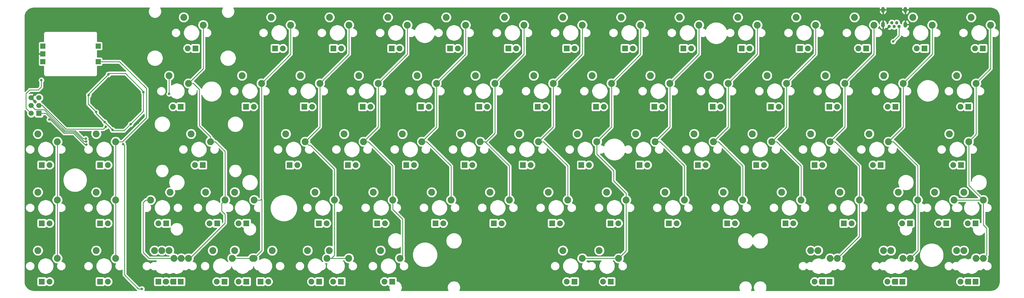
<source format=gbr>
%TF.GenerationSoftware,KiCad,Pcbnew,(5.1.5)-3*%
%TF.CreationDate,2021-06-23T12:29:00-05:00*%
%TF.ProjectId,Pikatea Keyboard,50696b61-7465-4612-904b-6579626f6172,rev?*%
%TF.SameCoordinates,Original*%
%TF.FileFunction,Copper,L2,Bot*%
%TF.FilePolarity,Positive*%
%FSLAX46Y46*%
G04 Gerber Fmt 4.6, Leading zero omitted, Abs format (unit mm)*
G04 Created by KiCad (PCBNEW (5.1.5)-3) date 2021-06-23 12:29:00*
%MOMM*%
%LPD*%
G04 APERTURE LIST*
%TA.AperFunction,ComponentPad*%
%ADD10R,1.905000X1.905000*%
%TD*%
%TA.AperFunction,ComponentPad*%
%ADD11C,1.905000*%
%TD*%
%TA.AperFunction,ComponentPad*%
%ADD12C,2.250000*%
%TD*%
%TA.AperFunction,ComponentPad*%
%ADD13R,1.700000X1.700000*%
%TD*%
%TA.AperFunction,ComponentPad*%
%ADD14O,1.200000X1.900000*%
%TD*%
%TA.AperFunction,ComponentPad*%
%ADD15C,1.100000*%
%TD*%
%TA.AperFunction,ComponentPad*%
%ADD16C,1.700000*%
%TD*%
%TA.AperFunction,ViaPad*%
%ADD17C,0.800000*%
%TD*%
%TA.AperFunction,Conductor*%
%ADD18C,0.250000*%
%TD*%
%TA.AperFunction,Conductor*%
%ADD19C,0.254000*%
%TD*%
G04 APERTURE END LIST*
D10*
%TO.P,MX_RMENU2,4*%
%TO.N,Net-(MX_RMENU1-Pad4)*%
X36830000Y-155080000D03*
D11*
%TO.P,MX_RMENU2,3*%
%TO.N,Net-(MX_RMENU1-Pad3)*%
X39370000Y-155080000D03*
D12*
%TO.P,MX_RMENU2,1*%
%TO.N,Col4*%
X34290000Y-147460000D03*
%TO.P,MX_RMENU2,2*%
%TO.N,Net-(D43-Pad2)*%
X40640000Y-144920000D03*
%TD*%
D10*
%TO.P,MX_UP2,4*%
%TO.N,Net-(MX_RSHFT1-Pad4)*%
X6032500Y-136030000D03*
D11*
%TO.P,MX_UP2,3*%
%TO.N,Net-(MX_RSHFT1-Pad3)*%
X3492500Y-136030000D03*
D12*
%TO.P,MX_UP2,1*%
%TO.N,Col3*%
X952500Y-128410000D03*
%TO.P,MX_UP2,2*%
%TO.N,Net-(D48-Pad2)*%
X7302500Y-125870000D03*
%TD*%
D10*
%TO.P,MX_SPACE2,4*%
%TO.N,Net-(MX_SPACE1-Pad4)*%
X139363750Y-155080000D03*
D11*
%TO.P,MX_SPACE2,3*%
%TO.N,Net-(MX_SPACE1-Pad3)*%
X136823750Y-155080000D03*
D12*
%TO.P,MX_SPACE2,1*%
%TO.N,Col10*%
X141903750Y-147460000D03*
%TO.P,MX_SPACE2,2*%
%TO.N,Net-(D24-Pad2)*%
X135553750Y-144920000D03*
%TD*%
D10*
%TO.P,MX_RSHFT2,4*%
%TO.N,Net-(MX_RSHFT2-Pad4)*%
X32226250Y-136030000D03*
D11*
%TO.P,MX_RSHFT2,3*%
%TO.N,Net-(MX_RSHFT2-Pad3)*%
X29686250Y-136030000D03*
D12*
%TO.P,MX_RSHFT2,1*%
%TO.N,Col4*%
X34766250Y-128410000D03*
%TO.P,MX_RSHFT2,2*%
%TO.N,Net-(D70-Pad2)*%
X28416250Y-125870000D03*
%TD*%
D10*
%TO.P,MX_RWIN2,4*%
%TO.N,Net-(MX_RWIN1-Pad4)*%
X63130000Y-155080000D03*
D11*
%TO.P,MX_RWIN2,3*%
%TO.N,Net-(MX_RWIN1-Pad3)*%
X60590000Y-155080000D03*
D12*
%TO.P,MX_RWIN2,1*%
%TO.N,Col5*%
X65670000Y-147460000D03*
%TO.P,MX_RWIN2,2*%
%TO.N,Net-(D40-Pad2)*%
X59320000Y-144920000D03*
%TD*%
D10*
%TO.P,MX_RMENU3,4*%
%TO.N,Net-(MX_RMENU1-Pad4)*%
X25050000Y-155080000D03*
D11*
%TO.P,MX_RMENU3,3*%
%TO.N,Net-(MX_RMENU1-Pad3)*%
X22510000Y-155080000D03*
D12*
%TO.P,MX_RMENU3,1*%
%TO.N,Col4*%
X27590000Y-147460000D03*
%TO.P,MX_RMENU3,2*%
%TO.N,Net-(D43-Pad2)*%
X21240000Y-144920000D03*
%TD*%
D10*
%TO.P,MX_LMENU2,4*%
%TO.N,Net-(MX_LMENU1-Pad4)*%
X244138750Y-155080000D03*
D11*
%TO.P,MX_LMENU2,3*%
%TO.N,Net-(MX_LMENU1-Pad3)*%
X241598750Y-155080000D03*
D12*
%TO.P,MX_LMENU2,1*%
%TO.N,Col15*%
X246678750Y-147460000D03*
%TO.P,MX_LMENU2,2*%
%TO.N,Net-(D5-Pad2)*%
X240328750Y-144920000D03*
%TD*%
D10*
%TO.P,MX_RCTRL3,4*%
%TO.N,Net-(MX_RCTRL1-Pad4)*%
X3488750Y-155080000D03*
D11*
%TO.P,MX_RCTRL3,3*%
%TO.N,Net-(MX_RCTRL1-Pad3)*%
X6028750Y-155080000D03*
D12*
%TO.P,MX_RCTRL3,1*%
%TO.N,Col3*%
X8568750Y-147460000D03*
%TO.P,MX_RCTRL3,2*%
%TO.N,Net-(D46-Pad2)*%
X2218750Y-144920000D03*
%TD*%
D10*
%TO.P,MX_RCTRL2,4*%
%TO.N,Net-(MX_RCTRL1-Pad4)*%
X10791250Y-155080000D03*
D11*
%TO.P,MX_RCTRL2,3*%
%TO.N,Net-(MX_RCTRL1-Pad3)*%
X8251250Y-155080000D03*
D12*
%TO.P,MX_RCTRL2,1*%
%TO.N,Col3*%
X13331250Y-147460000D03*
%TO.P,MX_RCTRL2,2*%
%TO.N,Net-(D46-Pad2)*%
X6981250Y-144920000D03*
%TD*%
D10*
%TO.P,MX_RCTRL1,4*%
%TO.N,Net-(MX_RCTRL1-Pad4)*%
X8410000Y-155080000D03*
D11*
%TO.P,MX_RCTRL1,3*%
%TO.N,Net-(MX_RCTRL1-Pad3)*%
X5870000Y-155080000D03*
D12*
%TO.P,MX_RCTRL1,1*%
%TO.N,Col3*%
X10950000Y-147460000D03*
%TO.P,MX_RCTRL1,2*%
%TO.N,Net-(D46-Pad2)*%
X4600000Y-144920000D03*
%TD*%
D10*
%TO.P,MX_LCTRL2,4*%
%TO.N,Net-(MX_LCTRL1-Pad4)*%
X267951250Y-155080000D03*
D11*
%TO.P,MX_LCTRL2,3*%
%TO.N,Net-(MX_LCTRL1-Pad3)*%
X265411250Y-155080000D03*
D12*
%TO.P,MX_LCTRL2,1*%
%TO.N,Col16*%
X270491250Y-147460000D03*
%TO.P,MX_LCTRL2,2*%
%TO.N,Net-(D1-Pad2)*%
X264141250Y-144920000D03*
%TD*%
D10*
%TO.P,MX_LALT2,4*%
%TO.N,Net-(MX_LALT1-Pad4)*%
X220326250Y-155080000D03*
D11*
%TO.P,MX_LALT2,3*%
%TO.N,Net-(MX_LALT1-Pad3)*%
X217786250Y-155080000D03*
D12*
%TO.P,MX_LALT2,1*%
%TO.N,Col14*%
X222866250Y-147460000D03*
%TO.P,MX_LALT2,2*%
%TO.N,Net-(D9-Pad2)*%
X216516250Y-144920000D03*
%TD*%
D13*
%TO.P,SW2,S1*%
%TO.N,Net-(D69-Pad2)*%
X-16164580Y-78145640D03*
%TO.P,SW2,S2*%
%TO.N,COL2*%
X-16164580Y-83225640D03*
%TO.P,SW2,C*%
%TO.N,GND*%
X-34264580Y-80685640D03*
%TO.P,SW2,B*%
%TO.N,/D3*%
X-34264580Y-78145640D03*
%TO.P,SW2,A*%
%TO.N,/D4*%
X-34264580Y-83225640D03*
%TD*%
D10*
%TO.P,MX_BSPC1,4*%
%TO.N,Net-(MX_BSPC1-Pad4)*%
X15557500Y-78880000D03*
D11*
%TO.P,MX_BSPC1,3*%
%TO.N,Net-(MX_BSPC1-Pad3)*%
X13017500Y-78880000D03*
D12*
%TO.P,MX_BSPC1,1*%
%TO.N,Col3*%
X18097500Y-71260000D03*
%TO.P,MX_BSPC1,2*%
%TO.N,Net-(D68-Pad2)*%
X11747500Y-68720000D03*
%TD*%
D10*
%TO.P,MX_LSHFT2,4*%
%TO.N,Net-(MX_LSHFT2-Pad4)*%
X270332500Y-136030000D03*
D11*
%TO.P,MX_LSHFT2,3*%
%TO.N,Net-(MX_LSHFT2-Pad3)*%
X267792500Y-136030000D03*
D12*
%TO.P,MX_LSHFT2,1*%
%TO.N,Col16*%
X272872500Y-128410000D03*
%TO.P,MX_LSHFT2,2*%
%TO.N,Net-(D4-Pad2)*%
X266522500Y-125870000D03*
%TD*%
D10*
%TO.P,MX_X1,4*%
%TO.N,Net-(MX_X1-Pad4)*%
X208280000Y-136030000D03*
D11*
%TO.P,MX_X1,3*%
%TO.N,Net-(MX_X1-Pad3)*%
X210820000Y-136030000D03*
D12*
%TO.P,MX_X1,1*%
%TO.N,Col13*%
X213360000Y-128410000D03*
%TO.P,MX_X1,2*%
%TO.N,Net-(D13-Pad2)*%
X207010000Y-125870000D03*
%TD*%
D10*
%TO.P,MX_LCTRL1,4*%
%TO.N,Net-(MX_LCTRL1-Pad4)*%
X270332500Y-155080000D03*
D11*
%TO.P,MX_LCTRL1,3*%
%TO.N,Net-(MX_LCTRL1-Pad3)*%
X267792500Y-155080000D03*
D12*
%TO.P,MX_LCTRL1,1*%
%TO.N,Col16*%
X272872500Y-147460000D03*
%TO.P,MX_LCTRL1,2*%
%TO.N,Net-(D1-Pad2)*%
X266522500Y-144920000D03*
%TD*%
D10*
%TO.P,MX_MACRO3,4*%
%TO.N,Net-(MX_MACRO3-Pad4)*%
X-34607500Y-136030000D03*
D11*
%TO.P,MX_MACRO3,3*%
%TO.N,Net-(MX_MACRO3-Pad3)*%
X-32067500Y-136030000D03*
D12*
%TO.P,MX_MACRO3,1*%
%TO.N,Net-(MX_MACRO2-Pad1)*%
X-29527500Y-128410000D03*
%TO.P,MX_MACRO3,2*%
%TO.N,Net-(D54-Pad2)*%
X-35877500Y-125870000D03*
%TD*%
D10*
%TO.P,MX_MACRO2,4*%
%TO.N,Net-(MX_MACRO2-Pad4)*%
X-34607500Y-116980000D03*
D11*
%TO.P,MX_MACRO2,3*%
%TO.N,Net-(MX_MACRO2-Pad3)*%
X-32067500Y-116980000D03*
D12*
%TO.P,MX_MACRO2,1*%
%TO.N,Net-(MX_MACRO2-Pad1)*%
X-29527500Y-109360000D03*
%TO.P,MX_MACRO2,2*%
%TO.N,Net-(D53-Pad2)*%
X-35877500Y-106820000D03*
%TD*%
D10*
%TO.P,MX_RIGHT1,4*%
%TO.N,Net-(MX_RIGHT1-Pad4)*%
X-34607500Y-155080000D03*
D11*
%TO.P,MX_RIGHT1,3*%
%TO.N,Net-(MX_RIGHT1-Pad3)*%
X-32067500Y-155080000D03*
D12*
%TO.P,MX_RIGHT1,1*%
%TO.N,Net-(MX_MACRO2-Pad1)*%
X-29527500Y-147460000D03*
%TO.P,MX_RIGHT1,2*%
%TO.N,Net-(D52-Pad2)*%
X-35877500Y-144920000D03*
%TD*%
D10*
%TO.P,MX_UP1,4*%
%TO.N,Net-(MX_UP1-Pad4)*%
X-15557500Y-136030000D03*
D11*
%TO.P,MX_UP1,3*%
%TO.N,Net-(MX_UP1-Pad3)*%
X-13017500Y-136030000D03*
D12*
%TO.P,MX_UP1,1*%
%TO.N,COL2*%
X-10477500Y-128410000D03*
%TO.P,MX_UP1,2*%
%TO.N,Net-(D51-Pad2)*%
X-16827500Y-125870000D03*
%TD*%
D10*
%TO.P,MX_MACRO1,4*%
%TO.N,Net-(MX_MACRO1-Pad4)*%
X-15557500Y-116980000D03*
D11*
%TO.P,MX_MACRO1,3*%
%TO.N,Net-(MX_MACRO1-Pad3)*%
X-13017500Y-116980000D03*
D12*
%TO.P,MX_MACRO1,1*%
%TO.N,COL2*%
X-10477500Y-109360000D03*
%TO.P,MX_MACRO1,2*%
%TO.N,Net-(D50-Pad2)*%
X-16827500Y-106820000D03*
%TD*%
D10*
%TO.P,MX_DOWN1,4*%
%TO.N,Net-(MX_DOWN1-Pad4)*%
X-15557500Y-155080000D03*
D11*
%TO.P,MX_DOWN1,3*%
%TO.N,Net-(MX_DOWN1-Pad3)*%
X-13017500Y-155080000D03*
D12*
%TO.P,MX_DOWN1,1*%
%TO.N,COL2*%
X-10477500Y-147460000D03*
%TO.P,MX_DOWN1,2*%
%TO.N,Net-(D49-Pad2)*%
X-16827500Y-144920000D03*
%TD*%
D10*
%TO.P,MX_RSHFT1,4*%
%TO.N,Net-(MX_RSHFT1-Pad4)*%
X22701250Y-136030000D03*
D11*
%TO.P,MX_RSHFT1,3*%
%TO.N,Net-(MX_RSHFT1-Pad3)*%
X20161250Y-136030000D03*
D12*
%TO.P,MX_RSHFT1,1*%
%TO.N,Col3*%
X25241250Y-128410000D03*
%TO.P,MX_RSHFT1,2*%
%TO.N,Net-(D48-Pad2)*%
X18891250Y-125870000D03*
%TD*%
D10*
%TO.P,MX_BSLSH1,4*%
%TO.N,Net-(MX_BSLSH1-Pad4)*%
X10795000Y-97930000D03*
D11*
%TO.P,MX_BSLSH1,3*%
%TO.N,Net-(MX_BSLSH1-Pad3)*%
X8255000Y-97930000D03*
D12*
%TO.P,MX_BSLSH1,1*%
%TO.N,Col3*%
X13335000Y-90310000D03*
%TO.P,MX_BSLSH1,2*%
%TO.N,Net-(D47-Pad2)*%
X6985000Y-87770000D03*
%TD*%
D10*
%TO.P,MX_ENTER1,4*%
%TO.N,Net-(MX_ENTER1-Pad4)*%
X17938750Y-116980000D03*
D11*
%TO.P,MX_ENTER1,3*%
%TO.N,Net-(MX_ENTER1-Pad3)*%
X15398750Y-116980000D03*
D12*
%TO.P,MX_ENTER1,1*%
%TO.N,Col3*%
X20478750Y-109360000D03*
%TO.P,MX_ENTER1,2*%
%TO.N,Net-(D45-Pad2)*%
X14128750Y-106820000D03*
%TD*%
D10*
%TO.P,MX_CLBRK1,4*%
%TO.N,Net-(MX_CLBRK1-Pad4)*%
X32067500Y-97930000D03*
D11*
%TO.P,MX_CLBRK1,3*%
%TO.N,Net-(MX_CLBRK1-Pad3)*%
X34607500Y-97930000D03*
D12*
%TO.P,MX_CLBRK1,1*%
%TO.N,Col4*%
X37147500Y-90310000D03*
%TO.P,MX_CLBRK1,2*%
%TO.N,Net-(D44-Pad2)*%
X30797500Y-87770000D03*
%TD*%
D10*
%TO.P,MX_RMENU1,4*%
%TO.N,Net-(MX_RMENU1-Pad4)*%
X32226250Y-155080000D03*
D11*
%TO.P,MX_RMENU1,3*%
%TO.N,Net-(MX_RMENU1-Pad3)*%
X29686250Y-155080000D03*
D12*
%TO.P,MX_RMENU1,1*%
%TO.N,Col4*%
X34766250Y-147460000D03*
%TO.P,MX_RMENU1,2*%
%TO.N,Net-(D43-Pad2)*%
X28416250Y-144920000D03*
%TD*%
D10*
%TO.P,MX_PLUS1,4*%
%TO.N,Net-(MX_PLUS1-Pad4)*%
X41592500Y-78880000D03*
D11*
%TO.P,MX_PLUS1,3*%
%TO.N,Net-(MX_PLUS1-Pad3)*%
X44132500Y-78880000D03*
D12*
%TO.P,MX_PLUS1,1*%
%TO.N,Col4*%
X46672500Y-71260000D03*
%TO.P,MX_PLUS1,2*%
%TO.N,Net-(D67-Pad2)*%
X40322500Y-68720000D03*
%TD*%
D10*
%TO.P,MX_QUOTE1,4*%
%TO.N,Net-(MX_QUOTE1-Pad4)*%
X46355000Y-116980000D03*
D11*
%TO.P,MX_QUOTE1,3*%
%TO.N,Net-(MX_QUOTE1-Pad3)*%
X48895000Y-116980000D03*
D12*
%TO.P,MX_QUOTE1,1*%
%TO.N,Col5*%
X51435000Y-109360000D03*
%TO.P,MX_QUOTE1,2*%
%TO.N,Net-(D42-Pad2)*%
X45085000Y-106820000D03*
%TD*%
D10*
%TO.P,MX_OPBRK1,4*%
%TO.N,Net-(MX_OPBRK1-Pad4)*%
X51117500Y-97930000D03*
D11*
%TO.P,MX_OPBRK1,3*%
%TO.N,Net-(MX_OPBRK1-Pad3)*%
X53657500Y-97930000D03*
D12*
%TO.P,MX_OPBRK1,1*%
%TO.N,Col5*%
X56197500Y-90310000D03*
%TO.P,MX_OPBRK1,2*%
%TO.N,Net-(D41-Pad2)*%
X49847500Y-87770000D03*
%TD*%
D10*
%TO.P,MX_RWIN1,4*%
%TO.N,Net-(MX_RWIN1-Pad4)*%
X56020000Y-155080000D03*
D11*
%TO.P,MX_RWIN1,3*%
%TO.N,Net-(MX_RWIN1-Pad3)*%
X53480000Y-155080000D03*
D12*
%TO.P,MX_RWIN1,1*%
%TO.N,Col5*%
X58560000Y-147460000D03*
%TO.P,MX_RWIN1,2*%
%TO.N,Net-(D40-Pad2)*%
X52210000Y-144920000D03*
%TD*%
D10*
%TO.P,MX_FSLSH1,4*%
%TO.N,Net-(MX_FSLSH1-Pad4)*%
X55880000Y-136030000D03*
D11*
%TO.P,MX_FSLSH1,3*%
%TO.N,Net-(MX_FSLSH1-Pad3)*%
X58420000Y-136030000D03*
D12*
%TO.P,MX_FSLSH1,1*%
%TO.N,Col5*%
X60960000Y-128410000D03*
%TO.P,MX_FSLSH1,2*%
%TO.N,Net-(D39-Pad2)*%
X54610000Y-125870000D03*
%TD*%
D10*
%TO.P,MX_MINUS1,4*%
%TO.N,Net-(MX_MINUS1-Pad4)*%
X60642500Y-78880000D03*
D11*
%TO.P,MX_MINUS1,3*%
%TO.N,Net-(MX_MINUS1-Pad3)*%
X63182500Y-78880000D03*
D12*
%TO.P,MX_MINUS1,1*%
%TO.N,Col5*%
X65722500Y-71260000D03*
%TO.P,MX_MINUS1,2*%
%TO.N,Net-(D66-Pad2)*%
X59372500Y-68720000D03*
%TD*%
D10*
%TO.P,MX_SEMI1,4*%
%TO.N,Net-(MX_SEMI1-Pad4)*%
X65405000Y-116980000D03*
D11*
%TO.P,MX_SEMI1,3*%
%TO.N,Net-(MX_SEMI1-Pad3)*%
X67945000Y-116980000D03*
D12*
%TO.P,MX_SEMI1,1*%
%TO.N,Col6*%
X70485000Y-109360000D03*
%TO.P,MX_SEMI1,2*%
%TO.N,Net-(D38-Pad2)*%
X64135000Y-106820000D03*
%TD*%
D10*
%TO.P,MX_P1,4*%
%TO.N,Net-(MX_P1-Pad4)*%
X70167500Y-97930000D03*
D11*
%TO.P,MX_P1,3*%
%TO.N,Net-(MX_P1-Pad3)*%
X72707500Y-97930000D03*
D12*
%TO.P,MX_P1,1*%
%TO.N,Col6*%
X75247500Y-90310000D03*
%TO.P,MX_P1,2*%
%TO.N,Net-(D37-Pad2)*%
X68897500Y-87770000D03*
%TD*%
D10*
%TO.P,MX_RALT1,4*%
%TO.N,Net-(MX_RALT1-Pad4)*%
X79832500Y-155080000D03*
D11*
%TO.P,MX_RALT1,3*%
%TO.N,Net-(MX_RALT1-Pad3)*%
X77292500Y-155080000D03*
D12*
%TO.P,MX_RALT1,1*%
%TO.N,Col6*%
X82372500Y-147460000D03*
%TO.P,MX_RALT1,2*%
%TO.N,Net-(D36-Pad2)*%
X76022500Y-144920000D03*
%TD*%
D10*
%TO.P,MX_>1,4*%
%TO.N,Net-(MX_>1-Pad4)*%
X74930000Y-136030000D03*
D11*
%TO.P,MX_>1,3*%
%TO.N,Net-(MX_>1-Pad3)*%
X77470000Y-136030000D03*
D12*
%TO.P,MX_>1,1*%
%TO.N,Col6*%
X80010000Y-128410000D03*
%TO.P,MX_>1,2*%
%TO.N,Net-(D35-Pad2)*%
X73660000Y-125870000D03*
%TD*%
D10*
%TO.P,MX_0,4*%
%TO.N,Net-(MX_0-Pad4)*%
X79692500Y-78880000D03*
D11*
%TO.P,MX_0,3*%
%TO.N,Net-(MX_0-Pad3)*%
X82232500Y-78880000D03*
D12*
%TO.P,MX_0,1*%
%TO.N,Col6*%
X84772500Y-71260000D03*
%TO.P,MX_0,2*%
%TO.N,Net-(D65-Pad2)*%
X78422500Y-68720000D03*
%TD*%
D10*
%TO.P,MX_L1,4*%
%TO.N,Net-(MX_L1-Pad4)*%
X84455000Y-116980000D03*
D11*
%TO.P,MX_L1,3*%
%TO.N,Net-(MX_L1-Pad3)*%
X86995000Y-116980000D03*
D12*
%TO.P,MX_L1,1*%
%TO.N,Col7*%
X89535000Y-109360000D03*
%TO.P,MX_L1,2*%
%TO.N,Net-(D34-Pad2)*%
X83185000Y-106820000D03*
%TD*%
D10*
%TO.P,MX_O1,4*%
%TO.N,Net-(MX_O1-Pad4)*%
X89217500Y-97930000D03*
D11*
%TO.P,MX_O1,3*%
%TO.N,Net-(MX_O1-Pad3)*%
X91757500Y-97930000D03*
D12*
%TO.P,MX_O1,1*%
%TO.N,Col7*%
X94297500Y-90310000D03*
%TO.P,MX_O1,2*%
%TO.N,Net-(D33-Pad2)*%
X87947500Y-87770000D03*
%TD*%
D10*
%TO.P,MX_<1,4*%
%TO.N,Net-(MX_<1-Pad4)*%
X93980000Y-136030000D03*
D11*
%TO.P,MX_<1,3*%
%TO.N,Net-(MX_<1-Pad3)*%
X96520000Y-136030000D03*
D12*
%TO.P,MX_<1,1*%
%TO.N,Col7*%
X99060000Y-128410000D03*
%TO.P,MX_<1,2*%
%TO.N,Net-(D32-Pad2)*%
X92710000Y-125870000D03*
%TD*%
D10*
%TO.P,MX_9,4*%
%TO.N,Net-(MX_9-Pad4)*%
X98742500Y-78880000D03*
D11*
%TO.P,MX_9,3*%
%TO.N,Net-(MX_9-Pad3)*%
X101282500Y-78880000D03*
D12*
%TO.P,MX_9,1*%
%TO.N,Col7*%
X103822500Y-71260000D03*
%TO.P,MX_9,2*%
%TO.N,Net-(D64-Pad2)*%
X97472500Y-68720000D03*
%TD*%
D10*
%TO.P,MX_K1,4*%
%TO.N,Net-(MX_K1-Pad4)*%
X103505000Y-116980000D03*
D11*
%TO.P,MX_K1,3*%
%TO.N,Net-(MX_K1-Pad3)*%
X106045000Y-116980000D03*
D12*
%TO.P,MX_K1,1*%
%TO.N,Col8*%
X108585000Y-109360000D03*
%TO.P,MX_K1,2*%
%TO.N,Net-(D31-Pad2)*%
X102235000Y-106820000D03*
%TD*%
D10*
%TO.P,MX_I1,4*%
%TO.N,Net-(MX_I1-Pad4)*%
X108267500Y-97930000D03*
D11*
%TO.P,MX_I1,3*%
%TO.N,Net-(MX_I1-Pad3)*%
X110807500Y-97930000D03*
D12*
%TO.P,MX_I1,1*%
%TO.N,Col8*%
X113347500Y-90310000D03*
%TO.P,MX_I1,2*%
%TO.N,Net-(D30-Pad2)*%
X106997500Y-87770000D03*
%TD*%
D10*
%TO.P,MX_M1,4*%
%TO.N,Net-(MX_M1-Pad4)*%
X113030000Y-136030000D03*
D11*
%TO.P,MX_M1,3*%
%TO.N,Net-(MX_M1-Pad3)*%
X115570000Y-136030000D03*
D12*
%TO.P,MX_M1,1*%
%TO.N,Col8*%
X118110000Y-128410000D03*
%TO.P,MX_M1,2*%
%TO.N,Net-(D29-Pad2)*%
X111760000Y-125870000D03*
%TD*%
D10*
%TO.P,MX_8,4*%
%TO.N,Net-(MX_8-Pad4)*%
X117792500Y-78880000D03*
D11*
%TO.P,MX_8,3*%
%TO.N,Net-(MX_8-Pad3)*%
X120332500Y-78880000D03*
D12*
%TO.P,MX_8,1*%
%TO.N,Col8*%
X122872500Y-71260000D03*
%TO.P,MX_8,2*%
%TO.N,Net-(D63-Pad2)*%
X116522500Y-68720000D03*
%TD*%
D10*
%TO.P,MX_J1,4*%
%TO.N,Net-(MX_J1-Pad4)*%
X122555000Y-116980000D03*
D11*
%TO.P,MX_J1,3*%
%TO.N,Net-(MX_J1-Pad3)*%
X125095000Y-116980000D03*
D12*
%TO.P,MX_J1,1*%
%TO.N,Col9*%
X127635000Y-109360000D03*
%TO.P,MX_J1,2*%
%TO.N,Net-(D28-Pad2)*%
X121285000Y-106820000D03*
%TD*%
D10*
%TO.P,MX_U1,4*%
%TO.N,Net-(MX_U1-Pad4)*%
X127317500Y-97930000D03*
D11*
%TO.P,MX_U1,3*%
%TO.N,Net-(MX_U1-Pad3)*%
X129857500Y-97930000D03*
D12*
%TO.P,MX_U1,1*%
%TO.N,Col9*%
X132397500Y-90310000D03*
%TO.P,MX_U1,2*%
%TO.N,Net-(D27-Pad2)*%
X126047500Y-87770000D03*
%TD*%
D10*
%TO.P,MX_N1,4*%
%TO.N,Net-(MX_N1-Pad4)*%
X132080000Y-136030000D03*
D11*
%TO.P,MX_N1,3*%
%TO.N,Net-(MX_N1-Pad3)*%
X134620000Y-136030000D03*
D12*
%TO.P,MX_N1,1*%
%TO.N,Col9*%
X137160000Y-128410000D03*
%TO.P,MX_N1,2*%
%TO.N,Net-(D26-Pad2)*%
X130810000Y-125870000D03*
%TD*%
D10*
%TO.P,MX_7,4*%
%TO.N,Net-(MX_7-Pad4)*%
X136842500Y-78880000D03*
D11*
%TO.P,MX_7,3*%
%TO.N,Net-(MX_7-Pad3)*%
X139382500Y-78880000D03*
D12*
%TO.P,MX_7,1*%
%TO.N,Col9*%
X141922500Y-71260000D03*
%TO.P,MX_7,2*%
%TO.N,Net-(D62-Pad2)*%
X135572500Y-68720000D03*
%TD*%
D10*
%TO.P,MX_H1,4*%
%TO.N,Net-(MX_H1-Pad4)*%
X141605000Y-116980000D03*
D11*
%TO.P,MX_H1,3*%
%TO.N,Net-(MX_H1-Pad3)*%
X144145000Y-116980000D03*
D12*
%TO.P,MX_H1,1*%
%TO.N,Col10*%
X146685000Y-109360000D03*
%TO.P,MX_H1,2*%
%TO.N,Net-(D25-Pad2)*%
X140335000Y-106820000D03*
%TD*%
D10*
%TO.P,MX_SPACE1,4*%
%TO.N,Net-(MX_SPACE1-Pad4)*%
X151270000Y-155080000D03*
D11*
%TO.P,MX_SPACE1,3*%
%TO.N,Net-(MX_SPACE1-Pad3)*%
X148730000Y-155080000D03*
D12*
%TO.P,MX_SPACE1,1*%
%TO.N,Col10*%
X153810000Y-147460000D03*
%TO.P,MX_SPACE1,2*%
%TO.N,Net-(D24-Pad2)*%
X147460000Y-144920000D03*
%TD*%
D10*
%TO.P,MX_Y1,4*%
%TO.N,Net-(MX_Y1-Pad4)*%
X146367500Y-97930000D03*
D11*
%TO.P,MX_Y1,3*%
%TO.N,Net-(MX_Y1-Pad3)*%
X148907500Y-97930000D03*
D12*
%TO.P,MX_Y1,1*%
%TO.N,Col10*%
X151447500Y-90310000D03*
%TO.P,MX_Y1,2*%
%TO.N,Net-(D23-Pad2)*%
X145097500Y-87770000D03*
%TD*%
D10*
%TO.P,MX_B1,4*%
%TO.N,Net-(MX_B1-Pad4)*%
X151130000Y-136030000D03*
D11*
%TO.P,MX_B1,3*%
%TO.N,Net-(MX_B1-Pad3)*%
X153670000Y-136030000D03*
D12*
%TO.P,MX_B1,1*%
%TO.N,Col10*%
X156210000Y-128410000D03*
%TO.P,MX_B1,2*%
%TO.N,Net-(D22-Pad2)*%
X149860000Y-125870000D03*
%TD*%
D10*
%TO.P,MX_6,4*%
%TO.N,Net-(MX_6-Pad4)*%
X155892500Y-78880000D03*
D11*
%TO.P,MX_6,3*%
%TO.N,Net-(MX_6-Pad3)*%
X158432500Y-78880000D03*
D12*
%TO.P,MX_6,1*%
%TO.N,Col10*%
X160972500Y-71260000D03*
%TO.P,MX_6,2*%
%TO.N,Net-(D61-Pad2)*%
X154622500Y-68720000D03*
%TD*%
D10*
%TO.P,MX_G1,4*%
%TO.N,Net-(MX_G1-Pad4)*%
X160655000Y-116980000D03*
D11*
%TO.P,MX_G1,3*%
%TO.N,Net-(MX_G1-Pad3)*%
X163195000Y-116980000D03*
D12*
%TO.P,MX_G1,1*%
%TO.N,Col11*%
X165735000Y-109360000D03*
%TO.P,MX_G1,2*%
%TO.N,Net-(D21-Pad2)*%
X159385000Y-106820000D03*
%TD*%
D10*
%TO.P,MX_T1,4*%
%TO.N,Net-(MX_T1-Pad4)*%
X165417500Y-97930000D03*
D11*
%TO.P,MX_T1,3*%
%TO.N,Net-(MX_T1-Pad3)*%
X167957500Y-97930000D03*
D12*
%TO.P,MX_T1,1*%
%TO.N,Col11*%
X170497500Y-90310000D03*
%TO.P,MX_T1,2*%
%TO.N,Net-(D20-Pad2)*%
X164147500Y-87770000D03*
%TD*%
D10*
%TO.P,MX_V1,4*%
%TO.N,Net-(MX_V1-Pad4)*%
X170180000Y-136030000D03*
D11*
%TO.P,MX_V1,3*%
%TO.N,Net-(MX_V1-Pad3)*%
X172720000Y-136030000D03*
D12*
%TO.P,MX_V1,1*%
%TO.N,Col11*%
X175260000Y-128410000D03*
%TO.P,MX_V1,2*%
%TO.N,Net-(D19-Pad2)*%
X168910000Y-125870000D03*
%TD*%
D10*
%TO.P,MX_5,4*%
%TO.N,Net-(MX_5-Pad4)*%
X174942500Y-78880000D03*
D11*
%TO.P,MX_5,3*%
%TO.N,Net-(MX_5-Pad3)*%
X177482500Y-78880000D03*
D12*
%TO.P,MX_5,1*%
%TO.N,Col11*%
X180022500Y-71260000D03*
%TO.P,MX_5,2*%
%TO.N,Net-(D60-Pad2)*%
X173672500Y-68720000D03*
%TD*%
D10*
%TO.P,MX_F1,4*%
%TO.N,Net-(MX_F1-Pad4)*%
X179705000Y-116980000D03*
D11*
%TO.P,MX_F1,3*%
%TO.N,Net-(MX_F1-Pad3)*%
X182245000Y-116980000D03*
D12*
%TO.P,MX_F1,1*%
%TO.N,Col12*%
X184785000Y-109360000D03*
%TO.P,MX_F1,2*%
%TO.N,Net-(D18-Pad2)*%
X178435000Y-106820000D03*
%TD*%
D10*
%TO.P,MX_R1,4*%
%TO.N,Net-(MX_R1-Pad4)*%
X184467500Y-97930000D03*
D11*
%TO.P,MX_R1,3*%
%TO.N,Net-(MX_R1-Pad3)*%
X187007500Y-97930000D03*
D12*
%TO.P,MX_R1,1*%
%TO.N,Col12*%
X189547500Y-90310000D03*
%TO.P,MX_R1,2*%
%TO.N,Net-(D17-Pad2)*%
X183197500Y-87770000D03*
%TD*%
D10*
%TO.P,MX_C1,4*%
%TO.N,Net-(MX_C1-Pad4)*%
X189230000Y-136030000D03*
D11*
%TO.P,MX_C1,3*%
%TO.N,Net-(MX_C1-Pad3)*%
X191770000Y-136030000D03*
D12*
%TO.P,MX_C1,1*%
%TO.N,Col12*%
X194310000Y-128410000D03*
%TO.P,MX_C1,2*%
%TO.N,Net-(D16-Pad2)*%
X187960000Y-125870000D03*
%TD*%
D10*
%TO.P,MX_4,4*%
%TO.N,Net-(MX_4-Pad4)*%
X193992500Y-78880000D03*
D11*
%TO.P,MX_4,3*%
%TO.N,Net-(MX_4-Pad3)*%
X196532500Y-78880000D03*
D12*
%TO.P,MX_4,1*%
%TO.N,Col12*%
X199072500Y-71260000D03*
%TO.P,MX_4,2*%
%TO.N,Net-(D59-Pad2)*%
X192722500Y-68720000D03*
%TD*%
D10*
%TO.P,MX_D1,4*%
%TO.N,Net-(MX_D1-Pad4)*%
X198755000Y-116980000D03*
D11*
%TO.P,MX_D1,3*%
%TO.N,Net-(MX_D1-Pad3)*%
X201295000Y-116980000D03*
D12*
%TO.P,MX_D1,1*%
%TO.N,Col13*%
X203835000Y-109360000D03*
%TO.P,MX_D1,2*%
%TO.N,Net-(D15-Pad2)*%
X197485000Y-106820000D03*
%TD*%
D10*
%TO.P,MX_E1,4*%
%TO.N,Net-(MX_E1-Pad4)*%
X203517500Y-97930000D03*
D11*
%TO.P,MX_E1,3*%
%TO.N,Net-(MX_E1-Pad3)*%
X206057500Y-97930000D03*
D12*
%TO.P,MX_E1,1*%
%TO.N,Col13*%
X208597500Y-90310000D03*
%TO.P,MX_E1,2*%
%TO.N,Net-(D14-Pad2)*%
X202247500Y-87770000D03*
%TD*%
D10*
%TO.P,MX_3,4*%
%TO.N,Net-(MX_3-Pad4)*%
X213042500Y-78880000D03*
D11*
%TO.P,MX_3,3*%
%TO.N,Net-(MX_3-Pad3)*%
X215582500Y-78880000D03*
D12*
%TO.P,MX_3,1*%
%TO.N,Col13*%
X218122500Y-71260000D03*
%TO.P,MX_3,2*%
%TO.N,Net-(D58-Pad2)*%
X211772500Y-68720000D03*
%TD*%
D10*
%TO.P,MX_S1,4*%
%TO.N,Net-(MX_S1-Pad4)*%
X217805000Y-116980000D03*
D11*
%TO.P,MX_S1,3*%
%TO.N,Net-(MX_S1-Pad3)*%
X220345000Y-116980000D03*
D12*
%TO.P,MX_S1,1*%
%TO.N,Col14*%
X222885000Y-109360000D03*
%TO.P,MX_S1,2*%
%TO.N,Net-(D12-Pad2)*%
X216535000Y-106820000D03*
%TD*%
D10*
%TO.P,MX_W1,4*%
%TO.N,Net-(MX_W1-Pad4)*%
X222567500Y-97930000D03*
D11*
%TO.P,MX_W1,3*%
%TO.N,Net-(MX_W1-Pad3)*%
X225107500Y-97930000D03*
D12*
%TO.P,MX_W1,1*%
%TO.N,Col14*%
X227647500Y-90310000D03*
%TO.P,MX_W1,2*%
%TO.N,Net-(D11-Pad2)*%
X221297500Y-87770000D03*
%TD*%
D10*
%TO.P,MX_Z1,4*%
%TO.N,Net-(MX_Z1-Pad4)*%
X227330000Y-136030000D03*
D11*
%TO.P,MX_Z1,3*%
%TO.N,Net-(MX_Z1-Pad3)*%
X229870000Y-136030000D03*
D12*
%TO.P,MX_Z1,1*%
%TO.N,Col14*%
X232410000Y-128410000D03*
%TO.P,MX_Z1,2*%
%TO.N,Net-(D10-Pad2)*%
X226060000Y-125870000D03*
%TD*%
D10*
%TO.P,MX_LALT1,4*%
%TO.N,Net-(MX_LALT1-Pad4)*%
X222707500Y-155080000D03*
D11*
%TO.P,MX_LALT1,3*%
%TO.N,Net-(MX_LALT1-Pad3)*%
X220167500Y-155080000D03*
D12*
%TO.P,MX_LALT1,1*%
%TO.N,Col14*%
X225247500Y-147460000D03*
%TO.P,MX_LALT1,2*%
%TO.N,Net-(D9-Pad2)*%
X218897500Y-144920000D03*
%TD*%
D10*
%TO.P,MX_2,4*%
%TO.N,Net-(MX_2-Pad4)*%
X234632500Y-78880000D03*
D11*
%TO.P,MX_2,3*%
%TO.N,Net-(MX_2-Pad3)*%
X232092500Y-78880000D03*
D12*
%TO.P,MX_2,1*%
%TO.N,Col14*%
X237172500Y-71260000D03*
%TO.P,MX_2,2*%
%TO.N,Net-(D57-Pad2)*%
X230822500Y-68720000D03*
%TD*%
D10*
%TO.P,MX_A1,4*%
%TO.N,Net-(MX_A1-Pad4)*%
X239395000Y-116980000D03*
D11*
%TO.P,MX_A1,3*%
%TO.N,Net-(MX_A1-Pad3)*%
X236855000Y-116980000D03*
D12*
%TO.P,MX_A1,1*%
%TO.N,Col15*%
X241935000Y-109360000D03*
%TO.P,MX_A1,2*%
%TO.N,Net-(D8-Pad2)*%
X235585000Y-106820000D03*
%TD*%
D10*
%TO.P,MX_Q1,4*%
%TO.N,Net-(MX_Q1-Pad4)*%
X244157500Y-97930000D03*
D11*
%TO.P,MX_Q1,3*%
%TO.N,Net-(MX_Q1-Pad3)*%
X241617500Y-97930000D03*
D12*
%TO.P,MX_Q1,1*%
%TO.N,Col15*%
X246697500Y-90310000D03*
%TO.P,MX_Q1,2*%
%TO.N,Net-(D7-Pad2)*%
X240347500Y-87770000D03*
%TD*%
D10*
%TO.P,MX_EXTRA1,4*%
%TO.N,Net-(MX_EXTRA1-Pad4)*%
X248920000Y-136030000D03*
D11*
%TO.P,MX_EXTRA1,3*%
%TO.N,Net-(MX_EXTRA1-Pad3)*%
X246380000Y-136030000D03*
D12*
%TO.P,MX_EXTRA1,1*%
%TO.N,Col15*%
X251460000Y-128410000D03*
%TO.P,MX_EXTRA1,2*%
%TO.N,Net-(D6-Pad2)*%
X245110000Y-125870000D03*
%TD*%
D10*
%TO.P,MX_1,4*%
%TO.N,Net-(MX_1-Pad4)*%
X253682500Y-78880000D03*
D11*
%TO.P,MX_1,3*%
%TO.N,Net-(MX_1-Pad3)*%
X251142500Y-78880000D03*
D12*
%TO.P,MX_1,1*%
%TO.N,Col15*%
X256222500Y-71260000D03*
%TO.P,MX_1,2*%
%TO.N,Net-(D56-Pad2)*%
X249872500Y-68720000D03*
%TD*%
D10*
%TO.P,MX_LMENU1,4*%
%TO.N,Net-(MX_LMENU1-Pad4)*%
X246520000Y-155080000D03*
D11*
%TO.P,MX_LMENU1,3*%
%TO.N,Net-(MX_LMENU1-Pad3)*%
X243980000Y-155080000D03*
D12*
%TO.P,MX_LMENU1,1*%
%TO.N,Col15*%
X249060000Y-147460000D03*
%TO.P,MX_LMENU1,2*%
%TO.N,Net-(D5-Pad2)*%
X242710000Y-144920000D03*
%TD*%
D10*
%TO.P,MX_LSHFT1,4*%
%TO.N,Net-(MX_LSHFT1-Pad4)*%
X260826250Y-136030000D03*
D11*
%TO.P,MX_LSHFT1,3*%
%TO.N,Net-(MX_LSHFT1-Pad3)*%
X258286250Y-136030000D03*
D12*
%TO.P,MX_LSHFT1,1*%
%TO.N,Col16*%
X263366250Y-128410000D03*
%TO.P,MX_LSHFT1,2*%
%TO.N,Net-(D4-Pad2)*%
X257016250Y-125870000D03*
%TD*%
D10*
%TO.P,MX_CAPS1,4*%
%TO.N,Net-(MX_CAPS1-Pad4)*%
X265588750Y-116980000D03*
D11*
%TO.P,MX_CAPS1,3*%
%TO.N,Net-(MX_CAPS1-Pad3)*%
X263048750Y-116980000D03*
D12*
%TO.P,MX_CAPS1,1*%
%TO.N,Col16*%
X268128750Y-109360000D03*
%TO.P,MX_CAPS1,2*%
%TO.N,Net-(D3-Pad2)*%
X261778750Y-106820000D03*
%TD*%
D10*
%TO.P,MX_TAB1,4*%
%TO.N,Net-(MX_TAB1-Pad4)*%
X267970000Y-97930000D03*
D11*
%TO.P,MX_TAB1,3*%
%TO.N,Net-(MX_TAB1-Pad3)*%
X265430000Y-97930000D03*
D12*
%TO.P,MX_TAB1,1*%
%TO.N,Col16*%
X270510000Y-90310000D03*
%TO.P,MX_TAB1,2*%
%TO.N,Net-(D2-Pad2)*%
X264160000Y-87770000D03*
%TD*%
D10*
%TO.P,MX_ESC1,4*%
%TO.N,Net-(MX_ESC1-Pad4)*%
X272732500Y-78880000D03*
D11*
%TO.P,MX_ESC1,3*%
%TO.N,Net-(MX_ESC1-Pad3)*%
X270192500Y-78880000D03*
D12*
%TO.P,MX_ESC1,1*%
%TO.N,Col16*%
X275272500Y-71260000D03*
%TO.P,MX_ESC1,2*%
%TO.N,Net-(D55-Pad2)*%
X268922500Y-68720000D03*
%TD*%
D14*
%TO.P,J2,6*%
%TO.N,GND*%
X240140000Y-71120000D03*
X247440000Y-71120000D03*
D15*
%TO.P,J2,1*%
%TO.N,VBUS*%
X245390000Y-71720000D03*
%TO.P,J2,2*%
%TO.N,/D-*%
X244590000Y-70520000D03*
%TO.P,J2,3*%
%TO.N,/D+*%
X243790000Y-71720000D03*
%TO.P,J2,4*%
%TO.N,Net-(J2-Pad4)*%
X242990000Y-70520000D03*
%TO.P,J2,5*%
%TO.N,GND*%
X242190000Y-71720000D03*
D14*
%TO.P,J2,6*%
X247440000Y-66300000D03*
X240140000Y-66300000D03*
%TD*%
D16*
%TO.P,J1,6*%
%TO.N,GND*%
X-38070000Y-95030000D03*
%TO.P,J1,5*%
%TO.N,/RESET*%
X-35530000Y-95030000D03*
%TO.P,J1,4*%
%TO.N,/MOSI*%
X-38070000Y-97570000D03*
%TO.P,J1,3*%
%TO.N,/SCK*%
X-35530000Y-97570000D03*
%TO.P,J1,2*%
%TO.N,VBUS*%
X-38070000Y-100110000D03*
D13*
%TO.P,J1,1*%
%TO.N,/MISO*%
X-35530000Y-100110000D03*
%TD*%
D17*
%TO.N,GND*%
X-3240000Y-103240000D03*
X-7802751Y-95842751D03*
%TO.N,/MOSI*%
X-20257115Y-108352417D03*
%TO.N,/RESET*%
X-8040000Y-110160000D03*
X-1920000Y-157480000D03*
X-20037622Y-110338054D03*
X-32195858Y-102155858D03*
%TO.N,/SCK*%
X-13704911Y-104525089D03*
%TO.N,/MISO*%
X-20100000Y-109340000D03*
%TO.N,VBUS*%
X243472739Y-76652566D03*
X-1397258Y-93242742D03*
X-5612056Y-103662056D03*
X-16872742Y-99667258D03*
X-19300000Y-94150000D03*
X-14070000Y-102940000D03*
X-12856573Y-87366573D03*
X-11503920Y-105506080D03*
X-34750000Y-89275000D03*
%TO.N,Net-(D47-Pad2)*%
X6985000Y-93741974D03*
%TD*%
D18*
%TO.N,/MOSI*%
X-36750000Y-98890000D02*
X-33800000Y-98890000D01*
X-38070000Y-97570000D02*
X-36750000Y-98890000D01*
X-33800000Y-98890000D02*
X-26949990Y-105740010D01*
X-20477583Y-108352417D02*
X-20257115Y-108352417D01*
X-26949990Y-105740010D02*
X-23783579Y-105740011D01*
X-21171173Y-108352417D02*
X-20257115Y-108352417D01*
X-23783579Y-105740011D02*
X-21171173Y-108352417D01*
%TO.N,/RESET*%
X-7640001Y-110559999D02*
X-7640001Y-152859999D01*
X-8040000Y-110160000D02*
X-7640001Y-110559999D01*
X-7640001Y-152859999D02*
X-3020000Y-157480000D01*
X-3020000Y-157480000D02*
X-1920000Y-157480000D01*
X-20037622Y-110338054D02*
X-20458356Y-110338054D01*
X-24156381Y-106640029D02*
X-27322792Y-106640028D01*
X-20458356Y-110338054D02*
X-24156381Y-106640029D01*
X-27322792Y-106640028D02*
X-31806962Y-102155858D01*
X-31806962Y-102155858D02*
X-32195858Y-102155858D01*
%TO.N,/SCK*%
X-34483590Y-97570000D02*
X-35530000Y-97570000D01*
X-26763590Y-105290000D02*
X-34483590Y-97570000D01*
X-13704911Y-104525089D02*
X-14469822Y-105290000D01*
X-14469822Y-105290000D02*
X-26763590Y-105290000D01*
%TO.N,/MISO*%
X-27136391Y-106190019D02*
X-33216410Y-100110000D01*
X-23969980Y-106190020D02*
X-27136391Y-106190019D01*
X-33216410Y-100110000D02*
X-35530000Y-100110000D01*
X-20100000Y-109340000D02*
X-20820000Y-109340000D01*
X-20820000Y-109340000D02*
X-23969980Y-106190020D01*
%TO.N,VBUS*%
X245390000Y-71720000D02*
X245390000Y-74260000D01*
X245390000Y-74260000D02*
X245390000Y-74735305D01*
X245390000Y-74735305D02*
X243472739Y-76652566D01*
X-1397258Y-93242742D02*
X-1397258Y-99447258D01*
X-1397258Y-99447258D02*
X-5612056Y-103662056D01*
X-5612056Y-103662056D02*
X-7740000Y-105790000D01*
X-11220000Y-105790000D02*
X-10820000Y-105790000D01*
X-14070000Y-102940000D02*
X-11220000Y-105790000D01*
X-7740000Y-105790000D02*
X-10820000Y-105790000D01*
X-16872742Y-100137258D02*
X-16872742Y-99667258D01*
X-14070000Y-102940000D02*
X-16872742Y-100137258D01*
X-16872742Y-99667258D02*
X-19490000Y-97050000D01*
X-19490000Y-94340000D02*
X-19300000Y-94150000D01*
X-19490000Y-97050000D02*
X-19490000Y-94340000D01*
X-12550000Y-87060000D02*
X-12856573Y-87366573D01*
X-7290000Y-87060000D02*
X-12550000Y-87060000D01*
X-1397258Y-93242742D02*
X-1397258Y-92952742D01*
X-1397258Y-92952742D02*
X-7290000Y-87060000D01*
X-19300000Y-93810000D02*
X-19300000Y-94150000D01*
X-12856573Y-87366573D02*
X-19300000Y-93810000D01*
X-34750000Y-89275000D02*
X-34750000Y-91490000D01*
X-34750000Y-91490000D02*
X-35700000Y-92440000D01*
X-35700000Y-92440000D02*
X-38570000Y-92440000D01*
X-38570000Y-92440000D02*
X-39740000Y-93610000D01*
X-39740000Y-98440000D02*
X-38070000Y-100110000D01*
X-39740000Y-93610000D02*
X-39740000Y-98440000D01*
%TO.N,Net-(D47-Pad2)*%
X6985000Y-87770000D02*
X6985000Y-93741974D01*
%TO.N,Net-(MX_MACRO2-Pad1)*%
X-29527500Y-109360000D02*
X-29527500Y-128410000D01*
X-29527500Y-128410000D02*
X-29527500Y-147460000D01*
%TO.N,Col6*%
X80010000Y-117294010D02*
X80010000Y-128410000D01*
X72075990Y-109360000D02*
X80010000Y-117294010D01*
X70485000Y-109360000D02*
X72075990Y-109360000D01*
X84772500Y-80785000D02*
X75247500Y-90310000D01*
X84772500Y-71260000D02*
X84772500Y-80785000D01*
X75247500Y-104597500D02*
X70485000Y-109360000D01*
X75247500Y-90310000D02*
X75247500Y-104597500D01*
X83262651Y-146569849D02*
X82372500Y-147460000D01*
X83262651Y-134708653D02*
X83262651Y-146569849D01*
X80010000Y-131456002D02*
X83262651Y-134708653D01*
X80010000Y-128410000D02*
X80010000Y-131456002D01*
%TO.N,Col15*%
X251529999Y-128479999D02*
X251460000Y-128410000D01*
X251529999Y-144990001D02*
X251529999Y-128479999D01*
X249060000Y-147460000D02*
X251529999Y-144990001D01*
X243525990Y-109360000D02*
X251460000Y-117294010D01*
X251460000Y-117294010D02*
X251460000Y-128410000D01*
X241935000Y-109360000D02*
X243525990Y-109360000D01*
X246697500Y-104597500D02*
X241935000Y-109360000D01*
X246697500Y-90310000D02*
X246697500Y-104597500D01*
X256222500Y-80785000D02*
X256222500Y-71260000D01*
X246697500Y-90310000D02*
X256222500Y-80785000D01*
X246678750Y-147460000D02*
X249060000Y-147460000D01*
%TO.N,Col14*%
X237172500Y-80785000D02*
X227647500Y-90310000D01*
X237172500Y-71260000D02*
X237172500Y-80785000D01*
X227647500Y-104597500D02*
X222885000Y-109360000D01*
X227647500Y-90310000D02*
X227647500Y-104597500D01*
X232410000Y-117294010D02*
X232410000Y-128410000D01*
X224475990Y-109360000D02*
X232410000Y-117294010D01*
X222885000Y-109360000D02*
X224475990Y-109360000D01*
X232410000Y-140297500D02*
X225247500Y-147460000D01*
X232410000Y-128410000D02*
X232410000Y-140297500D01*
X222866250Y-147460000D02*
X225247500Y-147460000D01*
%TO.N,Col13*%
X213360000Y-117294010D02*
X213360000Y-128410000D01*
X205425990Y-109360000D02*
X213360000Y-117294010D01*
X203835000Y-109360000D02*
X205425990Y-109360000D01*
X208597500Y-104597500D02*
X203835000Y-109360000D01*
X208597500Y-90310000D02*
X208597500Y-104597500D01*
X218122500Y-80785000D02*
X208597500Y-90310000D01*
X218122500Y-71260000D02*
X218122500Y-80785000D01*
%TO.N,Col12*%
X194310000Y-117294010D02*
X194310000Y-128410000D01*
X186375990Y-109360000D02*
X194310000Y-117294010D01*
X184785000Y-109360000D02*
X186375990Y-109360000D01*
X189547500Y-104597500D02*
X184785000Y-109360000D01*
X189547500Y-90310000D02*
X189547500Y-104597500D01*
X199072500Y-80785000D02*
X189547500Y-90310000D01*
X199072500Y-71260000D02*
X199072500Y-80785000D01*
%TO.N,Col11*%
X167325990Y-109360000D02*
X175260000Y-117294010D01*
X175260000Y-117294010D02*
X175260000Y-128410000D01*
X165735000Y-109360000D02*
X167325990Y-109360000D01*
X170497500Y-104597500D02*
X165735000Y-109360000D01*
X170497500Y-90310000D02*
X170497500Y-104597500D01*
X180022500Y-80785000D02*
X170497500Y-90310000D01*
X180022500Y-71260000D02*
X180022500Y-80785000D01*
%TO.N,Col10*%
X160972500Y-80785000D02*
X151447500Y-90310000D01*
X160972500Y-71260000D02*
X160972500Y-80785000D01*
X151447500Y-104597500D02*
X146685000Y-109360000D01*
X151447500Y-90310000D02*
X151447500Y-104597500D01*
X156210000Y-145060000D02*
X153810000Y-147460000D01*
X156210000Y-128410000D02*
X156210000Y-145060000D01*
X141903750Y-147460000D02*
X153810000Y-147460000D01*
X146685000Y-109360000D02*
X146685000Y-113411000D01*
X146685000Y-113411000D02*
X152146000Y-118872000D01*
X152146000Y-118872000D02*
X152146000Y-122174000D01*
X156210000Y-126238000D02*
X156210000Y-128410000D01*
X152146000Y-122174000D02*
X156210000Y-126238000D01*
%TO.N,Col9*%
X137160000Y-117294010D02*
X137160000Y-128410000D01*
X129225990Y-109360000D02*
X137160000Y-117294010D01*
X127635000Y-109360000D02*
X129225990Y-109360000D01*
X132397500Y-104597500D02*
X127635000Y-109360000D01*
X132397500Y-90310000D02*
X132397500Y-104597500D01*
X141922500Y-80785000D02*
X132397500Y-90310000D01*
X141922500Y-71260000D02*
X141922500Y-80785000D01*
%TO.N,Col8*%
X118110000Y-117294010D02*
X118110000Y-128410000D01*
X110175990Y-109360000D02*
X118110000Y-117294010D01*
X108585000Y-109360000D02*
X110175990Y-109360000D01*
X110618998Y-109360000D02*
X108585000Y-109360000D01*
X113347500Y-106631498D02*
X110618998Y-109360000D01*
X113347500Y-90310000D02*
X113347500Y-106631498D01*
X122872500Y-80785000D02*
X113347500Y-90310000D01*
X122872500Y-71260000D02*
X122872500Y-80785000D01*
%TO.N,Col7*%
X99060000Y-117294010D02*
X99060000Y-128410000D01*
X91125990Y-109360000D02*
X99060000Y-117294010D01*
X89535000Y-109360000D02*
X91125990Y-109360000D01*
X94297500Y-104597500D02*
X89535000Y-109360000D01*
X94297500Y-90310000D02*
X94297500Y-104597500D01*
X103822500Y-80785000D02*
X94297500Y-90310000D01*
X103822500Y-71260000D02*
X103822500Y-80785000D01*
%TO.N,Col3*%
X18097500Y-85547500D02*
X13335000Y-90310000D01*
X18097500Y-71260000D02*
X18097500Y-85547500D01*
X13335000Y-90310000D02*
X14925990Y-90310000D01*
X25241250Y-112531510D02*
X25241250Y-128410000D01*
X22069740Y-109360000D02*
X25241250Y-112531510D01*
X20478750Y-109360000D02*
X22069740Y-109360000D01*
X13761252Y-147460000D02*
X10930000Y-147460000D01*
X25241250Y-135980002D02*
X13761252Y-147460000D01*
X-1517501Y-129289011D02*
X-1517501Y-145522499D01*
X952500Y-128410000D02*
X-638490Y-128410000D01*
X-638490Y-128410000D02*
X-1517501Y-129289011D01*
X420000Y-147460000D02*
X8568750Y-147460000D01*
X-1517501Y-145522499D02*
X420000Y-147460000D01*
X8568750Y-147460000D02*
X13331250Y-147460000D01*
X24116251Y-129534999D02*
X24116251Y-131986251D01*
X25241250Y-128410000D02*
X24116251Y-129534999D01*
X25241250Y-133111250D02*
X25241250Y-135980002D01*
X24116251Y-131986251D02*
X25241250Y-133111250D01*
X20478750Y-107769010D02*
X16891000Y-104181260D01*
X20478750Y-109360000D02*
X20478750Y-107769010D01*
X16891000Y-92275010D02*
X14925990Y-90310000D01*
X16891000Y-104181260D02*
X16891000Y-92275010D01*
%TO.N,Col16*%
X275272500Y-85547500D02*
X270510000Y-90310000D01*
X275272500Y-71260000D02*
X275272500Y-85547500D01*
X270510000Y-106978750D02*
X268128750Y-109360000D01*
X270510000Y-90310000D02*
X270510000Y-106978750D01*
X268128750Y-123666250D02*
X272872500Y-128410000D01*
X268128750Y-109360000D02*
X268128750Y-123666250D01*
X273997499Y-146335001D02*
X272872500Y-147460000D01*
X273997499Y-137701727D02*
X273997499Y-146335001D01*
X272872500Y-136576728D02*
X273997499Y-137701727D01*
X272872500Y-128410000D02*
X272872500Y-136576728D01*
X272872500Y-128410000D02*
X263366250Y-128410000D01*
X270491250Y-147460000D02*
X272872500Y-147460000D01*
%TO.N,Col4*%
X46672500Y-80785000D02*
X37147500Y-90310000D01*
X46672500Y-71260000D02*
X46672500Y-80785000D01*
X37147500Y-145078750D02*
X34766250Y-147460000D01*
X36825000Y-128410000D02*
X37147500Y-128087500D01*
X37147500Y-90310000D02*
X37147500Y-128087500D01*
X34766250Y-128410000D02*
X36825000Y-128410000D01*
X34290000Y-147460000D02*
X27590000Y-147460000D01*
X37236251Y-144989999D02*
X37147500Y-145078750D01*
X37236251Y-128176251D02*
X37236251Y-144989999D01*
X37147500Y-128087500D02*
X37236251Y-128176251D01*
%TO.N,COL2*%
X-10477500Y-147460000D02*
X-10477500Y-128410000D01*
X-10477500Y-128410000D02*
X-10477500Y-109360000D01*
X-8286998Y-109360000D02*
X-420000Y-101493002D01*
X-10477500Y-109360000D02*
X-8286998Y-109360000D01*
X-420000Y-101493002D02*
X-420000Y-92000000D01*
X-9194360Y-83225640D02*
X-16164580Y-83225640D01*
X-420000Y-92000000D02*
X-9194360Y-83225640D01*
%TO.N,Col5*%
X65722500Y-80785000D02*
X56197500Y-90310000D01*
X65722500Y-71260000D02*
X65722500Y-80785000D01*
X56197500Y-104597500D02*
X51435000Y-109360000D01*
X56197500Y-90310000D02*
X56197500Y-104597500D01*
X60960000Y-118378998D02*
X60960000Y-128410000D01*
X53066001Y-110484999D02*
X60960000Y-118378998D01*
X52559999Y-110484999D02*
X53066001Y-110484999D01*
X51435000Y-109360000D02*
X52559999Y-110484999D01*
X58570000Y-147470000D02*
X58560000Y-147460000D01*
X60960000Y-146510000D02*
X60000000Y-147470000D01*
X60960000Y-128410000D02*
X60960000Y-146510000D01*
X65670000Y-147470000D02*
X60000000Y-147470000D01*
X60000000Y-147470000D02*
X58570000Y-147470000D01*
%TD*%
D19*
%TO.N,GND*%
G36*
X536389Y-65642416D02*
G01*
X436219Y-65792330D01*
X273470Y-66185243D01*
X190500Y-66602357D01*
X190500Y-67027643D01*
X273470Y-67444757D01*
X436219Y-67837670D01*
X672496Y-68191282D01*
X973218Y-68492004D01*
X1326830Y-68728281D01*
X1719743Y-68891030D01*
X2136857Y-68974000D01*
X2562143Y-68974000D01*
X2979257Y-68891030D01*
X3372170Y-68728281D01*
X3643991Y-68546655D01*
X9987500Y-68546655D01*
X9987500Y-68893345D01*
X10055136Y-69233373D01*
X10187808Y-69553673D01*
X10380419Y-69841935D01*
X10625565Y-70087081D01*
X10913827Y-70279692D01*
X11234127Y-70412364D01*
X11574155Y-70480000D01*
X11920845Y-70480000D01*
X12260873Y-70412364D01*
X12581173Y-70279692D01*
X12869435Y-70087081D01*
X13114581Y-69841935D01*
X13307192Y-69553673D01*
X13439864Y-69233373D01*
X13507500Y-68893345D01*
X13507500Y-68546655D01*
X13439864Y-68206627D01*
X13307192Y-67886327D01*
X13114581Y-67598065D01*
X12869435Y-67352919D01*
X12581173Y-67160308D01*
X12260873Y-67027636D01*
X11920845Y-66960000D01*
X11574155Y-66960000D01*
X11234127Y-67027636D01*
X10913827Y-67160308D01*
X10625565Y-67352919D01*
X10380419Y-67598065D01*
X10187808Y-67886327D01*
X10055136Y-68206627D01*
X9987500Y-68546655D01*
X3643991Y-68546655D01*
X3725782Y-68492004D01*
X4026504Y-68191282D01*
X4262781Y-67837670D01*
X4425530Y-67444757D01*
X4508500Y-67027643D01*
X4508500Y-66602357D01*
X4425530Y-66185243D01*
X4262781Y-65792330D01*
X4162766Y-65642648D01*
X24411368Y-65643944D01*
X24312219Y-65792330D01*
X24149470Y-66185243D01*
X24066500Y-66602357D01*
X24066500Y-67027643D01*
X24149470Y-67444757D01*
X24312219Y-67837670D01*
X24548496Y-68191282D01*
X24849218Y-68492004D01*
X25202830Y-68728281D01*
X25595743Y-68891030D01*
X26012857Y-68974000D01*
X26438143Y-68974000D01*
X26855257Y-68891030D01*
X27248170Y-68728281D01*
X27519991Y-68546655D01*
X38562500Y-68546655D01*
X38562500Y-68893345D01*
X38630136Y-69233373D01*
X38762808Y-69553673D01*
X38955419Y-69841935D01*
X39200565Y-70087081D01*
X39488827Y-70279692D01*
X39809127Y-70412364D01*
X40149155Y-70480000D01*
X40495845Y-70480000D01*
X40835873Y-70412364D01*
X41156173Y-70279692D01*
X41444435Y-70087081D01*
X41689581Y-69841935D01*
X41882192Y-69553673D01*
X42014864Y-69233373D01*
X42082500Y-68893345D01*
X42082500Y-68546655D01*
X57612500Y-68546655D01*
X57612500Y-68893345D01*
X57680136Y-69233373D01*
X57812808Y-69553673D01*
X58005419Y-69841935D01*
X58250565Y-70087081D01*
X58538827Y-70279692D01*
X58859127Y-70412364D01*
X59199155Y-70480000D01*
X59545845Y-70480000D01*
X59885873Y-70412364D01*
X60206173Y-70279692D01*
X60494435Y-70087081D01*
X60739581Y-69841935D01*
X60932192Y-69553673D01*
X61064864Y-69233373D01*
X61132500Y-68893345D01*
X61132500Y-68546655D01*
X76662500Y-68546655D01*
X76662500Y-68893345D01*
X76730136Y-69233373D01*
X76862808Y-69553673D01*
X77055419Y-69841935D01*
X77300565Y-70087081D01*
X77588827Y-70279692D01*
X77909127Y-70412364D01*
X78249155Y-70480000D01*
X78595845Y-70480000D01*
X78935873Y-70412364D01*
X79256173Y-70279692D01*
X79544435Y-70087081D01*
X79789581Y-69841935D01*
X79982192Y-69553673D01*
X80114864Y-69233373D01*
X80182500Y-68893345D01*
X80182500Y-68546655D01*
X95712500Y-68546655D01*
X95712500Y-68893345D01*
X95780136Y-69233373D01*
X95912808Y-69553673D01*
X96105419Y-69841935D01*
X96350565Y-70087081D01*
X96638827Y-70279692D01*
X96959127Y-70412364D01*
X97299155Y-70480000D01*
X97645845Y-70480000D01*
X97985873Y-70412364D01*
X98306173Y-70279692D01*
X98594435Y-70087081D01*
X98839581Y-69841935D01*
X99032192Y-69553673D01*
X99164864Y-69233373D01*
X99232500Y-68893345D01*
X99232500Y-68546655D01*
X114762500Y-68546655D01*
X114762500Y-68893345D01*
X114830136Y-69233373D01*
X114962808Y-69553673D01*
X115155419Y-69841935D01*
X115400565Y-70087081D01*
X115688827Y-70279692D01*
X116009127Y-70412364D01*
X116349155Y-70480000D01*
X116695845Y-70480000D01*
X117035873Y-70412364D01*
X117356173Y-70279692D01*
X117644435Y-70087081D01*
X117889581Y-69841935D01*
X118082192Y-69553673D01*
X118214864Y-69233373D01*
X118282500Y-68893345D01*
X118282500Y-68546655D01*
X133812500Y-68546655D01*
X133812500Y-68893345D01*
X133880136Y-69233373D01*
X134012808Y-69553673D01*
X134205419Y-69841935D01*
X134450565Y-70087081D01*
X134738827Y-70279692D01*
X135059127Y-70412364D01*
X135399155Y-70480000D01*
X135745845Y-70480000D01*
X136085873Y-70412364D01*
X136406173Y-70279692D01*
X136694435Y-70087081D01*
X136939581Y-69841935D01*
X137132192Y-69553673D01*
X137264864Y-69233373D01*
X137332500Y-68893345D01*
X137332500Y-68546655D01*
X152862500Y-68546655D01*
X152862500Y-68893345D01*
X152930136Y-69233373D01*
X153062808Y-69553673D01*
X153255419Y-69841935D01*
X153500565Y-70087081D01*
X153788827Y-70279692D01*
X154109127Y-70412364D01*
X154449155Y-70480000D01*
X154795845Y-70480000D01*
X155135873Y-70412364D01*
X155456173Y-70279692D01*
X155744435Y-70087081D01*
X155989581Y-69841935D01*
X156182192Y-69553673D01*
X156314864Y-69233373D01*
X156382500Y-68893345D01*
X156382500Y-68546655D01*
X171912500Y-68546655D01*
X171912500Y-68893345D01*
X171980136Y-69233373D01*
X172112808Y-69553673D01*
X172305419Y-69841935D01*
X172550565Y-70087081D01*
X172838827Y-70279692D01*
X173159127Y-70412364D01*
X173499155Y-70480000D01*
X173845845Y-70480000D01*
X174185873Y-70412364D01*
X174506173Y-70279692D01*
X174794435Y-70087081D01*
X175039581Y-69841935D01*
X175232192Y-69553673D01*
X175364864Y-69233373D01*
X175432500Y-68893345D01*
X175432500Y-68546655D01*
X190962500Y-68546655D01*
X190962500Y-68893345D01*
X191030136Y-69233373D01*
X191162808Y-69553673D01*
X191355419Y-69841935D01*
X191600565Y-70087081D01*
X191888827Y-70279692D01*
X192209127Y-70412364D01*
X192549155Y-70480000D01*
X192895845Y-70480000D01*
X193235873Y-70412364D01*
X193556173Y-70279692D01*
X193844435Y-70087081D01*
X194089581Y-69841935D01*
X194282192Y-69553673D01*
X194414864Y-69233373D01*
X194482500Y-68893345D01*
X194482500Y-68546655D01*
X210012500Y-68546655D01*
X210012500Y-68893345D01*
X210080136Y-69233373D01*
X210212808Y-69553673D01*
X210405419Y-69841935D01*
X210650565Y-70087081D01*
X210938827Y-70279692D01*
X211259127Y-70412364D01*
X211599155Y-70480000D01*
X211945845Y-70480000D01*
X212285873Y-70412364D01*
X212606173Y-70279692D01*
X212894435Y-70087081D01*
X213139581Y-69841935D01*
X213332192Y-69553673D01*
X213464864Y-69233373D01*
X213532500Y-68893345D01*
X213532500Y-68546655D01*
X229062500Y-68546655D01*
X229062500Y-68893345D01*
X229130136Y-69233373D01*
X229262808Y-69553673D01*
X229455419Y-69841935D01*
X229700565Y-70087081D01*
X229988827Y-70279692D01*
X230309127Y-70412364D01*
X230649155Y-70480000D01*
X230995845Y-70480000D01*
X231335873Y-70412364D01*
X231656173Y-70279692D01*
X231944435Y-70087081D01*
X232189581Y-69841935D01*
X232382192Y-69553673D01*
X232514864Y-69233373D01*
X232582500Y-68893345D01*
X232582500Y-68546655D01*
X248112500Y-68546655D01*
X248112500Y-68893345D01*
X248180136Y-69233373D01*
X248312808Y-69553673D01*
X248505419Y-69841935D01*
X248750565Y-70087081D01*
X249038827Y-70279692D01*
X249359127Y-70412364D01*
X249699155Y-70480000D01*
X250045845Y-70480000D01*
X250385873Y-70412364D01*
X250706173Y-70279692D01*
X250994435Y-70087081D01*
X251239581Y-69841935D01*
X251432192Y-69553673D01*
X251564864Y-69233373D01*
X251632500Y-68893345D01*
X251632500Y-68546655D01*
X267162500Y-68546655D01*
X267162500Y-68893345D01*
X267230136Y-69233373D01*
X267362808Y-69553673D01*
X267555419Y-69841935D01*
X267800565Y-70087081D01*
X268088827Y-70279692D01*
X268409127Y-70412364D01*
X268749155Y-70480000D01*
X269095845Y-70480000D01*
X269435873Y-70412364D01*
X269756173Y-70279692D01*
X270044435Y-70087081D01*
X270289581Y-69841935D01*
X270482192Y-69553673D01*
X270614864Y-69233373D01*
X270682500Y-68893345D01*
X270682500Y-68546655D01*
X270614864Y-68206627D01*
X270482192Y-67886327D01*
X270289581Y-67598065D01*
X270044435Y-67352919D01*
X269756173Y-67160308D01*
X269435873Y-67027636D01*
X269095845Y-66960000D01*
X268749155Y-66960000D01*
X268409127Y-67027636D01*
X268088827Y-67160308D01*
X267800565Y-67352919D01*
X267555419Y-67598065D01*
X267362808Y-67886327D01*
X267230136Y-68206627D01*
X267162500Y-68546655D01*
X251632500Y-68546655D01*
X251564864Y-68206627D01*
X251432192Y-67886327D01*
X251239581Y-67598065D01*
X250994435Y-67352919D01*
X250706173Y-67160308D01*
X250385873Y-67027636D01*
X250045845Y-66960000D01*
X249699155Y-66960000D01*
X249359127Y-67027636D01*
X249038827Y-67160308D01*
X248750565Y-67352919D01*
X248505419Y-67598065D01*
X248312808Y-67886327D01*
X248180136Y-68206627D01*
X248112500Y-68546655D01*
X232582500Y-68546655D01*
X232514864Y-68206627D01*
X232382192Y-67886327D01*
X232189581Y-67598065D01*
X231944435Y-67352919D01*
X231656173Y-67160308D01*
X231335873Y-67027636D01*
X230995845Y-66960000D01*
X230649155Y-66960000D01*
X230309127Y-67027636D01*
X229988827Y-67160308D01*
X229700565Y-67352919D01*
X229455419Y-67598065D01*
X229262808Y-67886327D01*
X229130136Y-68206627D01*
X229062500Y-68546655D01*
X213532500Y-68546655D01*
X213464864Y-68206627D01*
X213332192Y-67886327D01*
X213139581Y-67598065D01*
X212894435Y-67352919D01*
X212606173Y-67160308D01*
X212285873Y-67027636D01*
X211945845Y-66960000D01*
X211599155Y-66960000D01*
X211259127Y-67027636D01*
X210938827Y-67160308D01*
X210650565Y-67352919D01*
X210405419Y-67598065D01*
X210212808Y-67886327D01*
X210080136Y-68206627D01*
X210012500Y-68546655D01*
X194482500Y-68546655D01*
X194414864Y-68206627D01*
X194282192Y-67886327D01*
X194089581Y-67598065D01*
X193844435Y-67352919D01*
X193556173Y-67160308D01*
X193235873Y-67027636D01*
X192895845Y-66960000D01*
X192549155Y-66960000D01*
X192209127Y-67027636D01*
X191888827Y-67160308D01*
X191600565Y-67352919D01*
X191355419Y-67598065D01*
X191162808Y-67886327D01*
X191030136Y-68206627D01*
X190962500Y-68546655D01*
X175432500Y-68546655D01*
X175364864Y-68206627D01*
X175232192Y-67886327D01*
X175039581Y-67598065D01*
X174794435Y-67352919D01*
X174506173Y-67160308D01*
X174185873Y-67027636D01*
X173845845Y-66960000D01*
X173499155Y-66960000D01*
X173159127Y-67027636D01*
X172838827Y-67160308D01*
X172550565Y-67352919D01*
X172305419Y-67598065D01*
X172112808Y-67886327D01*
X171980136Y-68206627D01*
X171912500Y-68546655D01*
X156382500Y-68546655D01*
X156314864Y-68206627D01*
X156182192Y-67886327D01*
X155989581Y-67598065D01*
X155744435Y-67352919D01*
X155456173Y-67160308D01*
X155135873Y-67027636D01*
X154795845Y-66960000D01*
X154449155Y-66960000D01*
X154109127Y-67027636D01*
X153788827Y-67160308D01*
X153500565Y-67352919D01*
X153255419Y-67598065D01*
X153062808Y-67886327D01*
X152930136Y-68206627D01*
X152862500Y-68546655D01*
X137332500Y-68546655D01*
X137264864Y-68206627D01*
X137132192Y-67886327D01*
X136939581Y-67598065D01*
X136694435Y-67352919D01*
X136406173Y-67160308D01*
X136085873Y-67027636D01*
X135745845Y-66960000D01*
X135399155Y-66960000D01*
X135059127Y-67027636D01*
X134738827Y-67160308D01*
X134450565Y-67352919D01*
X134205419Y-67598065D01*
X134012808Y-67886327D01*
X133880136Y-68206627D01*
X133812500Y-68546655D01*
X118282500Y-68546655D01*
X118214864Y-68206627D01*
X118082192Y-67886327D01*
X117889581Y-67598065D01*
X117644435Y-67352919D01*
X117356173Y-67160308D01*
X117035873Y-67027636D01*
X116695845Y-66960000D01*
X116349155Y-66960000D01*
X116009127Y-67027636D01*
X115688827Y-67160308D01*
X115400565Y-67352919D01*
X115155419Y-67598065D01*
X114962808Y-67886327D01*
X114830136Y-68206627D01*
X114762500Y-68546655D01*
X99232500Y-68546655D01*
X99164864Y-68206627D01*
X99032192Y-67886327D01*
X98839581Y-67598065D01*
X98594435Y-67352919D01*
X98306173Y-67160308D01*
X97985873Y-67027636D01*
X97645845Y-66960000D01*
X97299155Y-66960000D01*
X96959127Y-67027636D01*
X96638827Y-67160308D01*
X96350565Y-67352919D01*
X96105419Y-67598065D01*
X95912808Y-67886327D01*
X95780136Y-68206627D01*
X95712500Y-68546655D01*
X80182500Y-68546655D01*
X80114864Y-68206627D01*
X79982192Y-67886327D01*
X79789581Y-67598065D01*
X79544435Y-67352919D01*
X79256173Y-67160308D01*
X78935873Y-67027636D01*
X78595845Y-66960000D01*
X78249155Y-66960000D01*
X77909127Y-67027636D01*
X77588827Y-67160308D01*
X77300565Y-67352919D01*
X77055419Y-67598065D01*
X76862808Y-67886327D01*
X76730136Y-68206627D01*
X76662500Y-68546655D01*
X61132500Y-68546655D01*
X61064864Y-68206627D01*
X60932192Y-67886327D01*
X60739581Y-67598065D01*
X60494435Y-67352919D01*
X60206173Y-67160308D01*
X59885873Y-67027636D01*
X59545845Y-66960000D01*
X59199155Y-66960000D01*
X58859127Y-67027636D01*
X58538827Y-67160308D01*
X58250565Y-67352919D01*
X58005419Y-67598065D01*
X57812808Y-67886327D01*
X57680136Y-68206627D01*
X57612500Y-68546655D01*
X42082500Y-68546655D01*
X42014864Y-68206627D01*
X41882192Y-67886327D01*
X41689581Y-67598065D01*
X41444435Y-67352919D01*
X41156173Y-67160308D01*
X40835873Y-67027636D01*
X40495845Y-66960000D01*
X40149155Y-66960000D01*
X39809127Y-67027636D01*
X39488827Y-67160308D01*
X39200565Y-67352919D01*
X38955419Y-67598065D01*
X38762808Y-67886327D01*
X38630136Y-68206627D01*
X38562500Y-68546655D01*
X27519991Y-68546655D01*
X27601782Y-68492004D01*
X27902504Y-68191282D01*
X28138781Y-67837670D01*
X28301530Y-67444757D01*
X28384500Y-67027643D01*
X28384500Y-66602357D01*
X28349619Y-66427000D01*
X238905000Y-66427000D01*
X238905000Y-66777000D01*
X238953507Y-67015496D01*
X239047610Y-67239946D01*
X239183693Y-67441725D01*
X239356526Y-67613078D01*
X239559467Y-67747421D01*
X239784718Y-67839591D01*
X239822391Y-67843462D01*
X240013000Y-67718731D01*
X240013000Y-66427000D01*
X240267000Y-66427000D01*
X240267000Y-67718731D01*
X240457609Y-67843462D01*
X240495282Y-67839591D01*
X240720533Y-67747421D01*
X240923474Y-67613078D01*
X241096307Y-67441725D01*
X241232390Y-67239946D01*
X241326493Y-67015496D01*
X241375000Y-66777000D01*
X241375000Y-66427000D01*
X246205000Y-66427000D01*
X246205000Y-66777000D01*
X246253507Y-67015496D01*
X246347610Y-67239946D01*
X246483693Y-67441725D01*
X246656526Y-67613078D01*
X246859467Y-67747421D01*
X247084718Y-67839591D01*
X247122391Y-67843462D01*
X247313000Y-67718731D01*
X247313000Y-66427000D01*
X247567000Y-66427000D01*
X247567000Y-67718731D01*
X247757609Y-67843462D01*
X247795282Y-67839591D01*
X248020533Y-67747421D01*
X248223474Y-67613078D01*
X248396307Y-67441725D01*
X248532390Y-67239946D01*
X248626493Y-67015496D01*
X248675000Y-66777000D01*
X248675000Y-66427000D01*
X247567000Y-66427000D01*
X247313000Y-66427000D01*
X246205000Y-66427000D01*
X241375000Y-66427000D01*
X240267000Y-66427000D01*
X240013000Y-66427000D01*
X238905000Y-66427000D01*
X28349619Y-66427000D01*
X28301530Y-66185243D01*
X28138781Y-65792330D01*
X28039788Y-65644176D01*
X238938624Y-65657678D01*
X238905000Y-65823000D01*
X238905000Y-66173000D01*
X240013000Y-66173000D01*
X240013000Y-66153000D01*
X240267000Y-66153000D01*
X240267000Y-66173000D01*
X241375000Y-66173000D01*
X241375000Y-65823000D01*
X241341407Y-65657832D01*
X246238529Y-65658146D01*
X246205000Y-65823000D01*
X246205000Y-66173000D01*
X247313000Y-66173000D01*
X247313000Y-66153000D01*
X247567000Y-66153000D01*
X247567000Y-66173000D01*
X248675000Y-66173000D01*
X248675000Y-65823000D01*
X248641502Y-65658300D01*
X275167701Y-65659998D01*
X275770433Y-65719096D01*
X276319144Y-65884762D01*
X276825217Y-66153846D01*
X277269396Y-66516110D01*
X277634745Y-66957742D01*
X277907359Y-67461929D01*
X278076852Y-68009471D01*
X278140001Y-68610303D01*
X278148997Y-155034750D01*
X278089904Y-155637433D01*
X277924239Y-156186141D01*
X277655152Y-156692220D01*
X277292893Y-157136394D01*
X276851258Y-157501746D01*
X276347067Y-157774361D01*
X275799533Y-157943851D01*
X275198711Y-158007000D01*
X201913459Y-158007000D01*
X202075930Y-157614757D01*
X202158900Y-157197643D01*
X202158900Y-156772357D01*
X202075930Y-156355243D01*
X201913181Y-155962330D01*
X201676904Y-155608718D01*
X201376182Y-155307996D01*
X201022570Y-155071719D01*
X200665086Y-154923645D01*
X216198750Y-154923645D01*
X216198750Y-155236355D01*
X216259757Y-155543057D01*
X216379426Y-155831963D01*
X216553158Y-156091972D01*
X216774278Y-156313092D01*
X217034287Y-156486824D01*
X217323193Y-156606493D01*
X217629895Y-156667500D01*
X217942605Y-156667500D01*
X218249307Y-156606493D01*
X218538213Y-156486824D01*
X218798222Y-156313092D01*
X218801799Y-156309515D01*
X218843213Y-156386994D01*
X218922565Y-156483685D01*
X219019256Y-156563037D01*
X219129570Y-156622002D01*
X219249268Y-156658312D01*
X219373750Y-156670572D01*
X221278750Y-156670572D01*
X221403232Y-156658312D01*
X221516875Y-156623839D01*
X221630518Y-156658312D01*
X221755000Y-156670572D01*
X223660000Y-156670572D01*
X223784482Y-156658312D01*
X223904180Y-156622002D01*
X224014494Y-156563037D01*
X224111185Y-156483685D01*
X224190537Y-156386994D01*
X224249502Y-156276680D01*
X224285812Y-156156982D01*
X224298072Y-156032500D01*
X224298072Y-154923645D01*
X240011250Y-154923645D01*
X240011250Y-155236355D01*
X240072257Y-155543057D01*
X240191926Y-155831963D01*
X240365658Y-156091972D01*
X240586778Y-156313092D01*
X240846787Y-156486824D01*
X241135693Y-156606493D01*
X241442395Y-156667500D01*
X241755105Y-156667500D01*
X242061807Y-156606493D01*
X242350713Y-156486824D01*
X242610722Y-156313092D01*
X242614299Y-156309515D01*
X242655713Y-156386994D01*
X242735065Y-156483685D01*
X242831756Y-156563037D01*
X242942070Y-156622002D01*
X243061768Y-156658312D01*
X243186250Y-156670572D01*
X245091250Y-156670572D01*
X245215732Y-156658312D01*
X245329375Y-156623839D01*
X245443018Y-156658312D01*
X245567500Y-156670572D01*
X247472500Y-156670572D01*
X247596982Y-156658312D01*
X247716680Y-156622002D01*
X247826994Y-156563037D01*
X247923685Y-156483685D01*
X248003037Y-156386994D01*
X248062002Y-156276680D01*
X248098312Y-156156982D01*
X248110572Y-156032500D01*
X248110572Y-154923645D01*
X263823750Y-154923645D01*
X263823750Y-155236355D01*
X263884757Y-155543057D01*
X264004426Y-155831963D01*
X264178158Y-156091972D01*
X264399278Y-156313092D01*
X264659287Y-156486824D01*
X264948193Y-156606493D01*
X265254895Y-156667500D01*
X265567605Y-156667500D01*
X265874307Y-156606493D01*
X266163213Y-156486824D01*
X266423222Y-156313092D01*
X266426799Y-156309515D01*
X266468213Y-156386994D01*
X266547565Y-156483685D01*
X266644256Y-156563037D01*
X266754570Y-156622002D01*
X266874268Y-156658312D01*
X266998750Y-156670572D01*
X268903750Y-156670572D01*
X269028232Y-156658312D01*
X269141875Y-156623839D01*
X269255518Y-156658312D01*
X269380000Y-156670572D01*
X271285000Y-156670572D01*
X271409482Y-156658312D01*
X271529180Y-156622002D01*
X271639494Y-156563037D01*
X271736185Y-156483685D01*
X271815537Y-156386994D01*
X271874502Y-156276680D01*
X271910812Y-156156982D01*
X271923072Y-156032500D01*
X271923072Y-154127500D01*
X271910812Y-154003018D01*
X271874502Y-153883320D01*
X271815537Y-153773006D01*
X271736185Y-153676315D01*
X271639494Y-153596963D01*
X271529180Y-153537998D01*
X271409482Y-153501688D01*
X271285000Y-153489428D01*
X269380000Y-153489428D01*
X269255518Y-153501688D01*
X269141875Y-153536161D01*
X269028232Y-153501688D01*
X268903750Y-153489428D01*
X266998750Y-153489428D01*
X266874268Y-153501688D01*
X266754570Y-153537998D01*
X266644256Y-153596963D01*
X266547565Y-153676315D01*
X266468213Y-153773006D01*
X266426799Y-153850485D01*
X266423222Y-153846908D01*
X266163213Y-153673176D01*
X265874307Y-153553507D01*
X265567605Y-153492500D01*
X265254895Y-153492500D01*
X264948193Y-153553507D01*
X264659287Y-153673176D01*
X264399278Y-153846908D01*
X264178158Y-154068028D01*
X264004426Y-154328037D01*
X263884757Y-154616943D01*
X263823750Y-154923645D01*
X248110572Y-154923645D01*
X248110572Y-154127500D01*
X248098312Y-154003018D01*
X248062002Y-153883320D01*
X248003037Y-153773006D01*
X247923685Y-153676315D01*
X247826994Y-153596963D01*
X247716680Y-153537998D01*
X247596982Y-153501688D01*
X247472500Y-153489428D01*
X245567500Y-153489428D01*
X245443018Y-153501688D01*
X245329375Y-153536161D01*
X245215732Y-153501688D01*
X245091250Y-153489428D01*
X243186250Y-153489428D01*
X243061768Y-153501688D01*
X242942070Y-153537998D01*
X242831756Y-153596963D01*
X242735065Y-153676315D01*
X242655713Y-153773006D01*
X242614299Y-153850485D01*
X242610722Y-153846908D01*
X242350713Y-153673176D01*
X242061807Y-153553507D01*
X241755105Y-153492500D01*
X241442395Y-153492500D01*
X241135693Y-153553507D01*
X240846787Y-153673176D01*
X240586778Y-153846908D01*
X240365658Y-154068028D01*
X240191926Y-154328037D01*
X240072257Y-154616943D01*
X240011250Y-154923645D01*
X224298072Y-154923645D01*
X224298072Y-154127500D01*
X224285812Y-154003018D01*
X224249502Y-153883320D01*
X224190537Y-153773006D01*
X224111185Y-153676315D01*
X224014494Y-153596963D01*
X223904180Y-153537998D01*
X223784482Y-153501688D01*
X223660000Y-153489428D01*
X221755000Y-153489428D01*
X221630518Y-153501688D01*
X221516875Y-153536161D01*
X221403232Y-153501688D01*
X221278750Y-153489428D01*
X219373750Y-153489428D01*
X219249268Y-153501688D01*
X219129570Y-153537998D01*
X219019256Y-153596963D01*
X218922565Y-153676315D01*
X218843213Y-153773006D01*
X218801799Y-153850485D01*
X218798222Y-153846908D01*
X218538213Y-153673176D01*
X218249307Y-153553507D01*
X217942605Y-153492500D01*
X217629895Y-153492500D01*
X217323193Y-153553507D01*
X217034287Y-153673176D01*
X216774278Y-153846908D01*
X216553158Y-154068028D01*
X216379426Y-154328037D01*
X216259757Y-154616943D01*
X216198750Y-154923645D01*
X200665086Y-154923645D01*
X200629657Y-154908970D01*
X200212543Y-154826000D01*
X199787257Y-154826000D01*
X199370143Y-154908970D01*
X198977230Y-155071719D01*
X198623618Y-155307996D01*
X198322896Y-155608718D01*
X198086619Y-155962330D01*
X197923870Y-156355243D01*
X197840900Y-156772357D01*
X197840900Y-157197643D01*
X197923870Y-157614757D01*
X198086341Y-158007000D01*
X197157309Y-158007000D01*
X197319780Y-157614757D01*
X197402750Y-157197643D01*
X197402750Y-156772357D01*
X197319780Y-156355243D01*
X197157031Y-155962330D01*
X196920754Y-155608718D01*
X196620032Y-155307996D01*
X196266420Y-155071719D01*
X195873507Y-154908970D01*
X195456393Y-154826000D01*
X195031107Y-154826000D01*
X194613993Y-154908970D01*
X194221080Y-155071719D01*
X193867468Y-155307996D01*
X193566746Y-155608718D01*
X193330469Y-155962330D01*
X193167720Y-156355243D01*
X193084750Y-156772357D01*
X193084750Y-157197643D01*
X193167720Y-157614757D01*
X193330191Y-158007000D01*
X101913659Y-158007000D01*
X102076130Y-157614757D01*
X102159100Y-157197643D01*
X102159100Y-156772357D01*
X102076130Y-156355243D01*
X101913381Y-155962330D01*
X101677104Y-155608718D01*
X101376382Y-155307996D01*
X101022770Y-155071719D01*
X100665286Y-154923645D01*
X135236250Y-154923645D01*
X135236250Y-155236355D01*
X135297257Y-155543057D01*
X135416926Y-155831963D01*
X135590658Y-156091972D01*
X135811778Y-156313092D01*
X136071787Y-156486824D01*
X136360693Y-156606493D01*
X136667395Y-156667500D01*
X136980105Y-156667500D01*
X137286807Y-156606493D01*
X137575713Y-156486824D01*
X137835722Y-156313092D01*
X137839299Y-156309515D01*
X137880713Y-156386994D01*
X137960065Y-156483685D01*
X138056756Y-156563037D01*
X138167070Y-156622002D01*
X138286768Y-156658312D01*
X138411250Y-156670572D01*
X140316250Y-156670572D01*
X140440732Y-156658312D01*
X140560430Y-156622002D01*
X140670744Y-156563037D01*
X140767435Y-156483685D01*
X140846787Y-156386994D01*
X140905752Y-156276680D01*
X140942062Y-156156982D01*
X140954322Y-156032500D01*
X140954322Y-154923645D01*
X147142500Y-154923645D01*
X147142500Y-155236355D01*
X147203507Y-155543057D01*
X147323176Y-155831963D01*
X147496908Y-156091972D01*
X147718028Y-156313092D01*
X147978037Y-156486824D01*
X148266943Y-156606493D01*
X148573645Y-156667500D01*
X148886355Y-156667500D01*
X149193057Y-156606493D01*
X149481963Y-156486824D01*
X149741972Y-156313092D01*
X149745549Y-156309515D01*
X149786963Y-156386994D01*
X149866315Y-156483685D01*
X149963006Y-156563037D01*
X150073320Y-156622002D01*
X150193018Y-156658312D01*
X150317500Y-156670572D01*
X152222500Y-156670572D01*
X152346982Y-156658312D01*
X152466680Y-156622002D01*
X152576994Y-156563037D01*
X152673685Y-156483685D01*
X152753037Y-156386994D01*
X152812002Y-156276680D01*
X152848312Y-156156982D01*
X152860572Y-156032500D01*
X152860572Y-154127500D01*
X152848312Y-154003018D01*
X152812002Y-153883320D01*
X152753037Y-153773006D01*
X152673685Y-153676315D01*
X152576994Y-153596963D01*
X152466680Y-153537998D01*
X152346982Y-153501688D01*
X152222500Y-153489428D01*
X150317500Y-153489428D01*
X150193018Y-153501688D01*
X150073320Y-153537998D01*
X149963006Y-153596963D01*
X149866315Y-153676315D01*
X149786963Y-153773006D01*
X149745549Y-153850485D01*
X149741972Y-153846908D01*
X149481963Y-153673176D01*
X149193057Y-153553507D01*
X148886355Y-153492500D01*
X148573645Y-153492500D01*
X148266943Y-153553507D01*
X147978037Y-153673176D01*
X147718028Y-153846908D01*
X147496908Y-154068028D01*
X147323176Y-154328037D01*
X147203507Y-154616943D01*
X147142500Y-154923645D01*
X140954322Y-154923645D01*
X140954322Y-154127500D01*
X140942062Y-154003018D01*
X140905752Y-153883320D01*
X140846787Y-153773006D01*
X140767435Y-153676315D01*
X140670744Y-153596963D01*
X140560430Y-153537998D01*
X140440732Y-153501688D01*
X140316250Y-153489428D01*
X138411250Y-153489428D01*
X138286768Y-153501688D01*
X138167070Y-153537998D01*
X138056756Y-153596963D01*
X137960065Y-153676315D01*
X137880713Y-153773006D01*
X137839299Y-153850485D01*
X137835722Y-153846908D01*
X137575713Y-153673176D01*
X137286807Y-153553507D01*
X136980105Y-153492500D01*
X136667395Y-153492500D01*
X136360693Y-153553507D01*
X136071787Y-153673176D01*
X135811778Y-153846908D01*
X135590658Y-154068028D01*
X135416926Y-154328037D01*
X135297257Y-154616943D01*
X135236250Y-154923645D01*
X100665286Y-154923645D01*
X100629857Y-154908970D01*
X100212743Y-154826000D01*
X99787457Y-154826000D01*
X99370343Y-154908970D01*
X98977430Y-155071719D01*
X98623818Y-155307996D01*
X98323096Y-155608718D01*
X98086819Y-155962330D01*
X97924070Y-156355243D01*
X97841100Y-156772357D01*
X97841100Y-157197643D01*
X97924070Y-157614757D01*
X98086541Y-158007000D01*
X82857309Y-158007000D01*
X83019780Y-157614757D01*
X83102750Y-157197643D01*
X83102750Y-156772357D01*
X83019780Y-156355243D01*
X82857031Y-155962330D01*
X82620754Y-155608718D01*
X82320032Y-155307996D01*
X81966420Y-155071719D01*
X81573507Y-154908970D01*
X81423072Y-154879046D01*
X81423072Y-154127500D01*
X81410812Y-154003018D01*
X81374502Y-153883320D01*
X81315537Y-153773006D01*
X81236185Y-153676315D01*
X81139494Y-153596963D01*
X81029180Y-153537998D01*
X80909482Y-153501688D01*
X80785000Y-153489428D01*
X78880000Y-153489428D01*
X78755518Y-153501688D01*
X78635820Y-153537998D01*
X78525506Y-153596963D01*
X78428815Y-153676315D01*
X78349463Y-153773006D01*
X78308049Y-153850485D01*
X78304472Y-153846908D01*
X78044463Y-153673176D01*
X77755557Y-153553507D01*
X77448855Y-153492500D01*
X77136145Y-153492500D01*
X76829443Y-153553507D01*
X76540537Y-153673176D01*
X76280528Y-153846908D01*
X76059408Y-154068028D01*
X75885676Y-154328037D01*
X75766007Y-154616943D01*
X75705000Y-154923645D01*
X75705000Y-155236355D01*
X75766007Y-155543057D01*
X75885676Y-155831963D01*
X76059408Y-156091972D01*
X76280528Y-156313092D01*
X76540537Y-156486824D01*
X76829443Y-156606493D01*
X77136145Y-156667500D01*
X77448855Y-156667500D01*
X77755557Y-156606493D01*
X78044463Y-156486824D01*
X78304472Y-156313092D01*
X78308049Y-156309515D01*
X78349463Y-156386994D01*
X78428815Y-156483685D01*
X78525506Y-156563037D01*
X78635820Y-156622002D01*
X78755518Y-156658312D01*
X78806438Y-156663327D01*
X78784750Y-156772357D01*
X78784750Y-157197643D01*
X78867720Y-157614757D01*
X79030191Y-158007000D01*
X-1027346Y-158007000D01*
X-1002795Y-157970256D01*
X-924774Y-157781898D01*
X-885000Y-157581939D01*
X-885000Y-157378061D01*
X-924774Y-157178102D01*
X-1002795Y-156989744D01*
X-1116063Y-156820226D01*
X-1260226Y-156676063D01*
X-1429744Y-156562795D01*
X-1618102Y-156484774D01*
X-1818061Y-156445000D01*
X-2021939Y-156445000D01*
X-2221898Y-156484774D01*
X-2410256Y-156562795D01*
X-2579774Y-156676063D01*
X-2623711Y-156720000D01*
X-2705198Y-156720000D01*
X-5297698Y-154127500D01*
X1898178Y-154127500D01*
X1898178Y-156032500D01*
X1910438Y-156156982D01*
X1946748Y-156276680D01*
X2005713Y-156386994D01*
X2085065Y-156483685D01*
X2181756Y-156563037D01*
X2292070Y-156622002D01*
X2411768Y-156658312D01*
X2536250Y-156670572D01*
X4441250Y-156670572D01*
X4565732Y-156658312D01*
X4685430Y-156622002D01*
X4795744Y-156563037D01*
X4892435Y-156483685D01*
X4970669Y-156388356D01*
X5118037Y-156486824D01*
X5406943Y-156606493D01*
X5713645Y-156667500D01*
X6185105Y-156667500D01*
X6491807Y-156606493D01*
X6780713Y-156486824D01*
X6928081Y-156388356D01*
X7006315Y-156483685D01*
X7103006Y-156563037D01*
X7213320Y-156622002D01*
X7333018Y-156658312D01*
X7457500Y-156670572D01*
X9362500Y-156670572D01*
X9486982Y-156658312D01*
X9600625Y-156623839D01*
X9714268Y-156658312D01*
X9838750Y-156670572D01*
X11743750Y-156670572D01*
X11868232Y-156658312D01*
X11987930Y-156622002D01*
X12098244Y-156563037D01*
X12194935Y-156483685D01*
X12274287Y-156386994D01*
X12333252Y-156276680D01*
X12369562Y-156156982D01*
X12381822Y-156032500D01*
X12381822Y-154923645D01*
X20922500Y-154923645D01*
X20922500Y-155236355D01*
X20983507Y-155543057D01*
X21103176Y-155831963D01*
X21276908Y-156091972D01*
X21498028Y-156313092D01*
X21758037Y-156486824D01*
X22046943Y-156606493D01*
X22353645Y-156667500D01*
X22666355Y-156667500D01*
X22973057Y-156606493D01*
X23261963Y-156486824D01*
X23521972Y-156313092D01*
X23525549Y-156309515D01*
X23566963Y-156386994D01*
X23646315Y-156483685D01*
X23743006Y-156563037D01*
X23853320Y-156622002D01*
X23973018Y-156658312D01*
X24097500Y-156670572D01*
X26002500Y-156670572D01*
X26126982Y-156658312D01*
X26246680Y-156622002D01*
X26356994Y-156563037D01*
X26453685Y-156483685D01*
X26533037Y-156386994D01*
X26592002Y-156276680D01*
X26628312Y-156156982D01*
X26640572Y-156032500D01*
X26640572Y-154923645D01*
X28098750Y-154923645D01*
X28098750Y-155236355D01*
X28159757Y-155543057D01*
X28279426Y-155831963D01*
X28453158Y-156091972D01*
X28674278Y-156313092D01*
X28934287Y-156486824D01*
X29223193Y-156606493D01*
X29529895Y-156667500D01*
X29842605Y-156667500D01*
X30149307Y-156606493D01*
X30438213Y-156486824D01*
X30698222Y-156313092D01*
X30701799Y-156309515D01*
X30743213Y-156386994D01*
X30822565Y-156483685D01*
X30919256Y-156563037D01*
X31029570Y-156622002D01*
X31149268Y-156658312D01*
X31273750Y-156670572D01*
X33178750Y-156670572D01*
X33303232Y-156658312D01*
X33422930Y-156622002D01*
X33533244Y-156563037D01*
X33629935Y-156483685D01*
X33709287Y-156386994D01*
X33768252Y-156276680D01*
X33804562Y-156156982D01*
X33816822Y-156032500D01*
X33816822Y-154127500D01*
X35239428Y-154127500D01*
X35239428Y-156032500D01*
X35251688Y-156156982D01*
X35287998Y-156276680D01*
X35346963Y-156386994D01*
X35426315Y-156483685D01*
X35523006Y-156563037D01*
X35633320Y-156622002D01*
X35753018Y-156658312D01*
X35877500Y-156670572D01*
X37782500Y-156670572D01*
X37906982Y-156658312D01*
X38026680Y-156622002D01*
X38136994Y-156563037D01*
X38233685Y-156483685D01*
X38313037Y-156386994D01*
X38354451Y-156309515D01*
X38358028Y-156313092D01*
X38618037Y-156486824D01*
X38906943Y-156606493D01*
X39213645Y-156667500D01*
X39526355Y-156667500D01*
X39833057Y-156606493D01*
X40121963Y-156486824D01*
X40381972Y-156313092D01*
X40603092Y-156091972D01*
X40776824Y-155831963D01*
X40896493Y-155543057D01*
X40957500Y-155236355D01*
X40957500Y-154923645D01*
X51892500Y-154923645D01*
X51892500Y-155236355D01*
X51953507Y-155543057D01*
X52073176Y-155831963D01*
X52246908Y-156091972D01*
X52468028Y-156313092D01*
X52728037Y-156486824D01*
X53016943Y-156606493D01*
X53323645Y-156667500D01*
X53636355Y-156667500D01*
X53943057Y-156606493D01*
X54231963Y-156486824D01*
X54491972Y-156313092D01*
X54495549Y-156309515D01*
X54536963Y-156386994D01*
X54616315Y-156483685D01*
X54713006Y-156563037D01*
X54823320Y-156622002D01*
X54943018Y-156658312D01*
X55067500Y-156670572D01*
X56972500Y-156670572D01*
X57096982Y-156658312D01*
X57216680Y-156622002D01*
X57326994Y-156563037D01*
X57423685Y-156483685D01*
X57503037Y-156386994D01*
X57562002Y-156276680D01*
X57598312Y-156156982D01*
X57610572Y-156032500D01*
X57610572Y-154923645D01*
X59002500Y-154923645D01*
X59002500Y-155236355D01*
X59063507Y-155543057D01*
X59183176Y-155831963D01*
X59356908Y-156091972D01*
X59578028Y-156313092D01*
X59838037Y-156486824D01*
X60126943Y-156606493D01*
X60433645Y-156667500D01*
X60746355Y-156667500D01*
X61053057Y-156606493D01*
X61341963Y-156486824D01*
X61601972Y-156313092D01*
X61605549Y-156309515D01*
X61646963Y-156386994D01*
X61726315Y-156483685D01*
X61823006Y-156563037D01*
X61933320Y-156622002D01*
X62053018Y-156658312D01*
X62177500Y-156670572D01*
X64082500Y-156670572D01*
X64206982Y-156658312D01*
X64326680Y-156622002D01*
X64436994Y-156563037D01*
X64533685Y-156483685D01*
X64613037Y-156386994D01*
X64672002Y-156276680D01*
X64708312Y-156156982D01*
X64720572Y-156032500D01*
X64720572Y-154127500D01*
X64708312Y-154003018D01*
X64672002Y-153883320D01*
X64613037Y-153773006D01*
X64533685Y-153676315D01*
X64436994Y-153596963D01*
X64326680Y-153537998D01*
X64206982Y-153501688D01*
X64082500Y-153489428D01*
X62177500Y-153489428D01*
X62053018Y-153501688D01*
X61933320Y-153537998D01*
X61823006Y-153596963D01*
X61726315Y-153676315D01*
X61646963Y-153773006D01*
X61605549Y-153850485D01*
X61601972Y-153846908D01*
X61341963Y-153673176D01*
X61053057Y-153553507D01*
X60746355Y-153492500D01*
X60433645Y-153492500D01*
X60126943Y-153553507D01*
X59838037Y-153673176D01*
X59578028Y-153846908D01*
X59356908Y-154068028D01*
X59183176Y-154328037D01*
X59063507Y-154616943D01*
X59002500Y-154923645D01*
X57610572Y-154923645D01*
X57610572Y-154127500D01*
X57598312Y-154003018D01*
X57562002Y-153883320D01*
X57503037Y-153773006D01*
X57423685Y-153676315D01*
X57326994Y-153596963D01*
X57216680Y-153537998D01*
X57096982Y-153501688D01*
X56972500Y-153489428D01*
X55067500Y-153489428D01*
X54943018Y-153501688D01*
X54823320Y-153537998D01*
X54713006Y-153596963D01*
X54616315Y-153676315D01*
X54536963Y-153773006D01*
X54495549Y-153850485D01*
X54491972Y-153846908D01*
X54231963Y-153673176D01*
X53943057Y-153553507D01*
X53636355Y-153492500D01*
X53323645Y-153492500D01*
X53016943Y-153553507D01*
X52728037Y-153673176D01*
X52468028Y-153846908D01*
X52246908Y-154068028D01*
X52073176Y-154328037D01*
X51953507Y-154616943D01*
X51892500Y-154923645D01*
X40957500Y-154923645D01*
X40896493Y-154616943D01*
X40776824Y-154328037D01*
X40603092Y-154068028D01*
X40381972Y-153846908D01*
X40121963Y-153673176D01*
X39833057Y-153553507D01*
X39526355Y-153492500D01*
X39213645Y-153492500D01*
X38906943Y-153553507D01*
X38618037Y-153673176D01*
X38358028Y-153846908D01*
X38354451Y-153850485D01*
X38313037Y-153773006D01*
X38233685Y-153676315D01*
X38136994Y-153596963D01*
X38026680Y-153537998D01*
X37906982Y-153501688D01*
X37782500Y-153489428D01*
X35877500Y-153489428D01*
X35753018Y-153501688D01*
X35633320Y-153537998D01*
X35523006Y-153596963D01*
X35426315Y-153676315D01*
X35346963Y-153773006D01*
X35287998Y-153883320D01*
X35251688Y-154003018D01*
X35239428Y-154127500D01*
X33816822Y-154127500D01*
X33804562Y-154003018D01*
X33768252Y-153883320D01*
X33709287Y-153773006D01*
X33629935Y-153676315D01*
X33533244Y-153596963D01*
X33422930Y-153537998D01*
X33303232Y-153501688D01*
X33178750Y-153489428D01*
X31273750Y-153489428D01*
X31149268Y-153501688D01*
X31029570Y-153537998D01*
X30919256Y-153596963D01*
X30822565Y-153676315D01*
X30743213Y-153773006D01*
X30701799Y-153850485D01*
X30698222Y-153846908D01*
X30438213Y-153673176D01*
X30149307Y-153553507D01*
X29842605Y-153492500D01*
X29529895Y-153492500D01*
X29223193Y-153553507D01*
X28934287Y-153673176D01*
X28674278Y-153846908D01*
X28453158Y-154068028D01*
X28279426Y-154328037D01*
X28159757Y-154616943D01*
X28098750Y-154923645D01*
X26640572Y-154923645D01*
X26640572Y-154127500D01*
X26628312Y-154003018D01*
X26592002Y-153883320D01*
X26533037Y-153773006D01*
X26453685Y-153676315D01*
X26356994Y-153596963D01*
X26246680Y-153537998D01*
X26126982Y-153501688D01*
X26002500Y-153489428D01*
X24097500Y-153489428D01*
X23973018Y-153501688D01*
X23853320Y-153537998D01*
X23743006Y-153596963D01*
X23646315Y-153676315D01*
X23566963Y-153773006D01*
X23525549Y-153850485D01*
X23521972Y-153846908D01*
X23261963Y-153673176D01*
X22973057Y-153553507D01*
X22666355Y-153492500D01*
X22353645Y-153492500D01*
X22046943Y-153553507D01*
X21758037Y-153673176D01*
X21498028Y-153846908D01*
X21276908Y-154068028D01*
X21103176Y-154328037D01*
X20983507Y-154616943D01*
X20922500Y-154923645D01*
X12381822Y-154923645D01*
X12381822Y-154127500D01*
X12369562Y-154003018D01*
X12333252Y-153883320D01*
X12274287Y-153773006D01*
X12194935Y-153676315D01*
X12098244Y-153596963D01*
X11987930Y-153537998D01*
X11868232Y-153501688D01*
X11743750Y-153489428D01*
X9838750Y-153489428D01*
X9714268Y-153501688D01*
X9600625Y-153536161D01*
X9486982Y-153501688D01*
X9362500Y-153489428D01*
X7457500Y-153489428D01*
X7333018Y-153501688D01*
X7213320Y-153537998D01*
X7103006Y-153596963D01*
X7006315Y-153676315D01*
X6928081Y-153771644D01*
X6780713Y-153673176D01*
X6491807Y-153553507D01*
X6185105Y-153492500D01*
X5713645Y-153492500D01*
X5406943Y-153553507D01*
X5118037Y-153673176D01*
X4970669Y-153771644D01*
X4892435Y-153676315D01*
X4795744Y-153596963D01*
X4685430Y-153537998D01*
X4565732Y-153501688D01*
X4441250Y-153489428D01*
X2536250Y-153489428D01*
X2411768Y-153501688D01*
X2292070Y-153537998D01*
X2181756Y-153596963D01*
X2085065Y-153676315D01*
X2005713Y-153773006D01*
X1946748Y-153883320D01*
X1910438Y-154003018D01*
X1898178Y-154127500D01*
X-5297698Y-154127500D01*
X-6880001Y-152545198D01*
X-6880001Y-129289011D01*
X-2281177Y-129289011D01*
X-2277501Y-129326333D01*
X-2277500Y-145485166D01*
X-2281177Y-145522499D01*
X-2277500Y-145559832D01*
X-2266503Y-145671485D01*
X-2259204Y-145695547D01*
X-2223047Y-145814745D01*
X-2152475Y-145946775D01*
X-2084298Y-146029848D01*
X-2057501Y-146062500D01*
X-2028503Y-146086298D01*
X-143800Y-147971002D01*
X-120001Y-148000001D01*
X-4276Y-148094974D01*
X127753Y-148165546D01*
X271014Y-148209003D01*
X382667Y-148220000D01*
X382676Y-148220000D01*
X419999Y-148223676D01*
X457322Y-148220000D01*
X2820924Y-148220000D01*
X2716750Y-148324174D01*
X2552711Y-148569676D01*
X2500451Y-148548029D01*
X2208722Y-148490000D01*
X1911278Y-148490000D01*
X1619549Y-148548029D01*
X1344747Y-148661856D01*
X1097431Y-148827107D01*
X887107Y-149037431D01*
X869375Y-149063969D01*
X851643Y-149037431D01*
X641319Y-148827107D01*
X394003Y-148661856D01*
X119201Y-148548029D01*
X-172528Y-148490000D01*
X-469972Y-148490000D01*
X-761701Y-148548029D01*
X-1036503Y-148661856D01*
X-1283819Y-148827107D01*
X-1494143Y-149037431D01*
X-1659394Y-149284747D01*
X-1773221Y-149559549D01*
X-1831250Y-149851278D01*
X-1831250Y-150148722D01*
X-1773221Y-150440451D01*
X-1659394Y-150715253D01*
X-1494143Y-150962569D01*
X-1283819Y-151172893D01*
X-1036503Y-151338144D01*
X-761701Y-151451971D01*
X-469972Y-151510000D01*
X-172528Y-151510000D01*
X119201Y-151451971D01*
X394003Y-151338144D01*
X641319Y-151172893D01*
X851643Y-150962569D01*
X869375Y-150936031D01*
X887107Y-150962569D01*
X1097431Y-151172893D01*
X1344747Y-151338144D01*
X1619549Y-151451971D01*
X1911278Y-151510000D01*
X2208722Y-151510000D01*
X2500451Y-151451971D01*
X2552711Y-151430324D01*
X2716750Y-151675826D01*
X3082924Y-152042000D01*
X3513499Y-152329701D01*
X3991928Y-152527873D01*
X4499826Y-152628900D01*
X5017674Y-152628900D01*
X5525572Y-152527873D01*
X5949375Y-152352328D01*
X6373178Y-152527873D01*
X6881076Y-152628900D01*
X7398924Y-152628900D01*
X7906822Y-152527873D01*
X8330625Y-152352328D01*
X8754428Y-152527873D01*
X9262326Y-152628900D01*
X9780174Y-152628900D01*
X10288072Y-152527873D01*
X10766501Y-152329701D01*
X11197076Y-152042000D01*
X11563250Y-151675826D01*
X11727289Y-151430324D01*
X11779549Y-151451971D01*
X12071278Y-151510000D01*
X12368722Y-151510000D01*
X12660451Y-151451971D01*
X12935253Y-151338144D01*
X13182569Y-151172893D01*
X13392893Y-150962569D01*
X13410625Y-150936031D01*
X13428357Y-150962569D01*
X13638681Y-151172893D01*
X13885997Y-151338144D01*
X14160799Y-151451971D01*
X14452528Y-151510000D01*
X14749972Y-151510000D01*
X15041701Y-151451971D01*
X15316503Y-151338144D01*
X15563819Y-151172893D01*
X15774143Y-150962569D01*
X15939394Y-150715253D01*
X16053221Y-150440451D01*
X16111250Y-150148722D01*
X16111250Y-149851278D01*
X17190000Y-149851278D01*
X17190000Y-150148722D01*
X17248029Y-150440451D01*
X17361856Y-150715253D01*
X17527107Y-150962569D01*
X17737431Y-151172893D01*
X17984747Y-151338144D01*
X18259549Y-151451971D01*
X18551278Y-151510000D01*
X18848722Y-151510000D01*
X19140451Y-151451971D01*
X19415253Y-151338144D01*
X19662569Y-151172893D01*
X19872893Y-150962569D01*
X20038144Y-150715253D01*
X20151971Y-150440451D01*
X20210000Y-150148722D01*
X20210000Y-149851278D01*
X20188080Y-149741076D01*
X21151100Y-149741076D01*
X21151100Y-150258924D01*
X21252127Y-150766822D01*
X21450299Y-151245251D01*
X21738000Y-151675826D01*
X22104174Y-152042000D01*
X22534749Y-152329701D01*
X23013178Y-152527873D01*
X23521076Y-152628900D01*
X24038924Y-152628900D01*
X24546822Y-152527873D01*
X25025251Y-152329701D01*
X25455826Y-152042000D01*
X25822000Y-151675826D01*
X25932801Y-151510000D01*
X26024972Y-151510000D01*
X26316701Y-151451971D01*
X26591503Y-151338144D01*
X26838819Y-151172893D01*
X27049143Y-150962569D01*
X27214394Y-150715253D01*
X27328221Y-150440451D01*
X27368125Y-150239842D01*
X27408029Y-150440451D01*
X27521856Y-150715253D01*
X27687107Y-150962569D01*
X27897431Y-151172893D01*
X28144747Y-151338144D01*
X28419549Y-151451971D01*
X28711278Y-151510000D01*
X28803449Y-151510000D01*
X28914250Y-151675826D01*
X29280424Y-152042000D01*
X29710999Y-152329701D01*
X30189428Y-152527873D01*
X30697326Y-152628900D01*
X31215174Y-152628900D01*
X31723072Y-152527873D01*
X32201501Y-152329701D01*
X32632076Y-152042000D01*
X32998250Y-151675826D01*
X33109051Y-151510000D01*
X33168722Y-151510000D01*
X33460451Y-151451971D01*
X33735253Y-151338144D01*
X33982569Y-151172893D01*
X34192893Y-150962569D01*
X34358144Y-150715253D01*
X34471971Y-150440451D01*
X34528125Y-150158148D01*
X34584279Y-150440451D01*
X34698106Y-150715253D01*
X34863357Y-150962569D01*
X35073681Y-151172893D01*
X35320997Y-151338144D01*
X35595799Y-151451971D01*
X35887528Y-151510000D01*
X35947199Y-151510000D01*
X36058000Y-151675826D01*
X36424174Y-152042000D01*
X36854749Y-152329701D01*
X37333178Y-152527873D01*
X37841076Y-152628900D01*
X38358924Y-152628900D01*
X38866822Y-152527873D01*
X39345251Y-152329701D01*
X39775826Y-152042000D01*
X40142000Y-151675826D01*
X40429701Y-151245251D01*
X40627873Y-150766822D01*
X40728900Y-150258924D01*
X40728900Y-149851278D01*
X41670000Y-149851278D01*
X41670000Y-150148722D01*
X41728029Y-150440451D01*
X41841856Y-150715253D01*
X42007107Y-150962569D01*
X42217431Y-151172893D01*
X42464747Y-151338144D01*
X42739549Y-151451971D01*
X43031278Y-151510000D01*
X43328722Y-151510000D01*
X43620451Y-151451971D01*
X43895253Y-151338144D01*
X44142569Y-151172893D01*
X44352893Y-150962569D01*
X44518144Y-150715253D01*
X44631971Y-150440451D01*
X44690000Y-150148722D01*
X44690000Y-149851278D01*
X48160000Y-149851278D01*
X48160000Y-150148722D01*
X48218029Y-150440451D01*
X48331856Y-150715253D01*
X48497107Y-150962569D01*
X48707431Y-151172893D01*
X48954747Y-151338144D01*
X49229549Y-151451971D01*
X49521278Y-151510000D01*
X49818722Y-151510000D01*
X50110451Y-151451971D01*
X50385253Y-151338144D01*
X50632569Y-151172893D01*
X50842893Y-150962569D01*
X51008144Y-150715253D01*
X51121971Y-150440451D01*
X51180000Y-150148722D01*
X51180000Y-149851278D01*
X51121971Y-149559549D01*
X51008144Y-149284747D01*
X50842893Y-149037431D01*
X50632569Y-148827107D01*
X50385253Y-148661856D01*
X50110451Y-148548029D01*
X49818722Y-148490000D01*
X49521278Y-148490000D01*
X49229549Y-148548029D01*
X48954747Y-148661856D01*
X48707431Y-148827107D01*
X48497107Y-149037431D01*
X48331856Y-149284747D01*
X48218029Y-149559549D01*
X48160000Y-149851278D01*
X44690000Y-149851278D01*
X44631971Y-149559549D01*
X44518144Y-149284747D01*
X44352893Y-149037431D01*
X44142569Y-148827107D01*
X43895253Y-148661856D01*
X43620451Y-148548029D01*
X43328722Y-148490000D01*
X43031278Y-148490000D01*
X42739549Y-148548029D01*
X42464747Y-148661856D01*
X42217431Y-148827107D01*
X42007107Y-149037431D01*
X41841856Y-149284747D01*
X41728029Y-149559549D01*
X41670000Y-149851278D01*
X40728900Y-149851278D01*
X40728900Y-149741076D01*
X40627873Y-149233178D01*
X40429701Y-148754749D01*
X40142000Y-148324174D01*
X39775826Y-147958000D01*
X39345251Y-147670299D01*
X38866822Y-147472127D01*
X38358924Y-147371100D01*
X37841076Y-147371100D01*
X37333178Y-147472127D01*
X36854749Y-147670299D01*
X36467420Y-147929104D01*
X36526250Y-147633345D01*
X36526250Y-147286655D01*
X36458614Y-146946627D01*
X36428098Y-146872954D01*
X37711299Y-145589753D01*
X37711304Y-145589747D01*
X37747248Y-145553803D01*
X37776252Y-145530000D01*
X37871225Y-145414275D01*
X37941797Y-145282246D01*
X37985254Y-145138985D01*
X37996251Y-145027332D01*
X37996251Y-145027321D01*
X37999927Y-144989999D01*
X37996251Y-144952676D01*
X37996251Y-144746655D01*
X38880000Y-144746655D01*
X38880000Y-145093345D01*
X38947636Y-145433373D01*
X39080308Y-145753673D01*
X39272919Y-146041935D01*
X39518065Y-146287081D01*
X39806327Y-146479692D01*
X40126627Y-146612364D01*
X40466655Y-146680000D01*
X40813345Y-146680000D01*
X41153373Y-146612364D01*
X41473673Y-146479692D01*
X41761935Y-146287081D01*
X42007081Y-146041935D01*
X42199692Y-145753673D01*
X42332364Y-145433373D01*
X42400000Y-145093345D01*
X42400000Y-144746655D01*
X50450000Y-144746655D01*
X50450000Y-145093345D01*
X50517636Y-145433373D01*
X50650308Y-145753673D01*
X50842919Y-146041935D01*
X51088065Y-146287081D01*
X51376327Y-146479692D01*
X51696627Y-146612364D01*
X52036655Y-146680000D01*
X52383345Y-146680000D01*
X52723373Y-146612364D01*
X53043673Y-146479692D01*
X53331935Y-146287081D01*
X53577081Y-146041935D01*
X53769692Y-145753673D01*
X53902364Y-145433373D01*
X53970000Y-145093345D01*
X53970000Y-144746655D01*
X53902364Y-144406627D01*
X53769692Y-144086327D01*
X53577081Y-143798065D01*
X53331935Y-143552919D01*
X53043673Y-143360308D01*
X52723373Y-143227636D01*
X52383345Y-143160000D01*
X52036655Y-143160000D01*
X51696627Y-143227636D01*
X51376327Y-143360308D01*
X51088065Y-143552919D01*
X50842919Y-143798065D01*
X50650308Y-144086327D01*
X50517636Y-144406627D01*
X50450000Y-144746655D01*
X42400000Y-144746655D01*
X42332364Y-144406627D01*
X42199692Y-144086327D01*
X42007081Y-143798065D01*
X41761935Y-143552919D01*
X41473673Y-143360308D01*
X41153373Y-143227636D01*
X40813345Y-143160000D01*
X40466655Y-143160000D01*
X40126627Y-143227636D01*
X39806327Y-143360308D01*
X39518065Y-143552919D01*
X39272919Y-143798065D01*
X39080308Y-144086327D01*
X38947636Y-144406627D01*
X38880000Y-144746655D01*
X37996251Y-144746655D01*
X37996251Y-130627656D01*
X40019728Y-130627656D01*
X40019728Y-131500344D01*
X40189981Y-132356263D01*
X40523944Y-133162521D01*
X41008783Y-133888134D01*
X41625866Y-134505217D01*
X42351479Y-134990056D01*
X43157737Y-135324019D01*
X44013656Y-135494272D01*
X44886344Y-135494272D01*
X45742263Y-135324019D01*
X46337412Y-135077500D01*
X54289428Y-135077500D01*
X54289428Y-136982500D01*
X54301688Y-137106982D01*
X54337998Y-137226680D01*
X54396963Y-137336994D01*
X54476315Y-137433685D01*
X54573006Y-137513037D01*
X54683320Y-137572002D01*
X54803018Y-137608312D01*
X54927500Y-137620572D01*
X56832500Y-137620572D01*
X56956982Y-137608312D01*
X57076680Y-137572002D01*
X57186994Y-137513037D01*
X57283685Y-137433685D01*
X57363037Y-137336994D01*
X57404451Y-137259515D01*
X57408028Y-137263092D01*
X57668037Y-137436824D01*
X57956943Y-137556493D01*
X58263645Y-137617500D01*
X58576355Y-137617500D01*
X58883057Y-137556493D01*
X59171963Y-137436824D01*
X59431972Y-137263092D01*
X59653092Y-137041972D01*
X59826824Y-136781963D01*
X59946493Y-136493057D01*
X60007500Y-136186355D01*
X60007500Y-135873645D01*
X59946493Y-135566943D01*
X59826824Y-135278037D01*
X59653092Y-135018028D01*
X59431972Y-134796908D01*
X59171963Y-134623176D01*
X58883057Y-134503507D01*
X58576355Y-134442500D01*
X58263645Y-134442500D01*
X57956943Y-134503507D01*
X57668037Y-134623176D01*
X57408028Y-134796908D01*
X57404451Y-134800485D01*
X57363037Y-134723006D01*
X57283685Y-134626315D01*
X57186994Y-134546963D01*
X57076680Y-134487998D01*
X56956982Y-134451688D01*
X56832500Y-134439428D01*
X54927500Y-134439428D01*
X54803018Y-134451688D01*
X54683320Y-134487998D01*
X54573006Y-134546963D01*
X54476315Y-134626315D01*
X54396963Y-134723006D01*
X54337998Y-134833320D01*
X54301688Y-134953018D01*
X54289428Y-135077500D01*
X46337412Y-135077500D01*
X46548521Y-134990056D01*
X47274134Y-134505217D01*
X47891217Y-133888134D01*
X48376056Y-133162521D01*
X48710019Y-132356263D01*
X48880272Y-131500344D01*
X48880272Y-130801278D01*
X50560000Y-130801278D01*
X50560000Y-131098722D01*
X50618029Y-131390451D01*
X50731856Y-131665253D01*
X50897107Y-131912569D01*
X51107431Y-132122893D01*
X51354747Y-132288144D01*
X51629549Y-132401971D01*
X51921278Y-132460000D01*
X52218722Y-132460000D01*
X52510451Y-132401971D01*
X52785253Y-132288144D01*
X53032569Y-132122893D01*
X53242893Y-131912569D01*
X53408144Y-131665253D01*
X53521971Y-131390451D01*
X53580000Y-131098722D01*
X53580000Y-130801278D01*
X53558080Y-130691076D01*
X54521100Y-130691076D01*
X54521100Y-131208924D01*
X54622127Y-131716822D01*
X54820299Y-132195251D01*
X55108000Y-132625826D01*
X55474174Y-132992000D01*
X55904749Y-133279701D01*
X56383178Y-133477873D01*
X56891076Y-133578900D01*
X57408924Y-133578900D01*
X57916822Y-133477873D01*
X58395251Y-133279701D01*
X58825826Y-132992000D01*
X59192000Y-132625826D01*
X59479701Y-132195251D01*
X59677873Y-131716822D01*
X59778900Y-131208924D01*
X59778900Y-130691076D01*
X59677873Y-130183178D01*
X59479701Y-129704749D01*
X59192000Y-129274174D01*
X58825826Y-128908000D01*
X58395251Y-128620299D01*
X57916822Y-128422127D01*
X57408924Y-128321100D01*
X56891076Y-128321100D01*
X56383178Y-128422127D01*
X55904749Y-128620299D01*
X55474174Y-128908000D01*
X55108000Y-129274174D01*
X54820299Y-129704749D01*
X54622127Y-130183178D01*
X54521100Y-130691076D01*
X53558080Y-130691076D01*
X53521971Y-130509549D01*
X53408144Y-130234747D01*
X53242893Y-129987431D01*
X53032569Y-129777107D01*
X52785253Y-129611856D01*
X52510451Y-129498029D01*
X52218722Y-129440000D01*
X51921278Y-129440000D01*
X51629549Y-129498029D01*
X51354747Y-129611856D01*
X51107431Y-129777107D01*
X50897107Y-129987431D01*
X50731856Y-130234747D01*
X50618029Y-130509549D01*
X50560000Y-130801278D01*
X48880272Y-130801278D01*
X48880272Y-130627656D01*
X48710019Y-129771737D01*
X48376056Y-128965479D01*
X47891217Y-128239866D01*
X47274134Y-127622783D01*
X46548521Y-127137944D01*
X45742263Y-126803981D01*
X44886344Y-126633728D01*
X44013656Y-126633728D01*
X43157737Y-126803981D01*
X42351479Y-127137944D01*
X41625866Y-127622783D01*
X41008783Y-128239866D01*
X40523944Y-128965479D01*
X40189981Y-129771737D01*
X40019728Y-130627656D01*
X37996251Y-130627656D01*
X37996251Y-128213574D01*
X37999927Y-128176251D01*
X37996251Y-128138929D01*
X37996251Y-128138918D01*
X37985254Y-128027265D01*
X37941797Y-127884004D01*
X37907500Y-127819840D01*
X37907500Y-125696655D01*
X52850000Y-125696655D01*
X52850000Y-126043345D01*
X52917636Y-126383373D01*
X53050308Y-126703673D01*
X53242919Y-126991935D01*
X53488065Y-127237081D01*
X53776327Y-127429692D01*
X54096627Y-127562364D01*
X54436655Y-127630000D01*
X54783345Y-127630000D01*
X55123373Y-127562364D01*
X55443673Y-127429692D01*
X55731935Y-127237081D01*
X55977081Y-126991935D01*
X56169692Y-126703673D01*
X56302364Y-126383373D01*
X56370000Y-126043345D01*
X56370000Y-125696655D01*
X56302364Y-125356627D01*
X56169692Y-125036327D01*
X55977081Y-124748065D01*
X55731935Y-124502919D01*
X55443673Y-124310308D01*
X55123373Y-124177636D01*
X54783345Y-124110000D01*
X54436655Y-124110000D01*
X54096627Y-124177636D01*
X53776327Y-124310308D01*
X53488065Y-124502919D01*
X53242919Y-124748065D01*
X53050308Y-125036327D01*
X52917636Y-125356627D01*
X52850000Y-125696655D01*
X37907500Y-125696655D01*
X37907500Y-116027500D01*
X44764428Y-116027500D01*
X44764428Y-117932500D01*
X44776688Y-118056982D01*
X44812998Y-118176680D01*
X44871963Y-118286994D01*
X44951315Y-118383685D01*
X45048006Y-118463037D01*
X45158320Y-118522002D01*
X45278018Y-118558312D01*
X45402500Y-118570572D01*
X47307500Y-118570572D01*
X47431982Y-118558312D01*
X47551680Y-118522002D01*
X47661994Y-118463037D01*
X47758685Y-118383685D01*
X47838037Y-118286994D01*
X47879451Y-118209515D01*
X47883028Y-118213092D01*
X48143037Y-118386824D01*
X48431943Y-118506493D01*
X48738645Y-118567500D01*
X49051355Y-118567500D01*
X49358057Y-118506493D01*
X49646963Y-118386824D01*
X49906972Y-118213092D01*
X50128092Y-117991972D01*
X50301824Y-117731963D01*
X50421493Y-117443057D01*
X50482500Y-117136355D01*
X50482500Y-116823645D01*
X50421493Y-116516943D01*
X50301824Y-116228037D01*
X50128092Y-115968028D01*
X49906972Y-115746908D01*
X49646963Y-115573176D01*
X49358057Y-115453507D01*
X49051355Y-115392500D01*
X48738645Y-115392500D01*
X48431943Y-115453507D01*
X48143037Y-115573176D01*
X47883028Y-115746908D01*
X47879451Y-115750485D01*
X47838037Y-115673006D01*
X47758685Y-115576315D01*
X47661994Y-115496963D01*
X47551680Y-115437998D01*
X47431982Y-115401688D01*
X47307500Y-115389428D01*
X45402500Y-115389428D01*
X45278018Y-115401688D01*
X45158320Y-115437998D01*
X45048006Y-115496963D01*
X44951315Y-115576315D01*
X44871963Y-115673006D01*
X44812998Y-115783320D01*
X44776688Y-115903018D01*
X44764428Y-116027500D01*
X37907500Y-116027500D01*
X37907500Y-111751278D01*
X41035000Y-111751278D01*
X41035000Y-112048722D01*
X41093029Y-112340451D01*
X41206856Y-112615253D01*
X41372107Y-112862569D01*
X41582431Y-113072893D01*
X41829747Y-113238144D01*
X42104549Y-113351971D01*
X42396278Y-113410000D01*
X42693722Y-113410000D01*
X42985451Y-113351971D01*
X43260253Y-113238144D01*
X43507569Y-113072893D01*
X43717893Y-112862569D01*
X43883144Y-112615253D01*
X43996971Y-112340451D01*
X44055000Y-112048722D01*
X44055000Y-111751278D01*
X44033080Y-111641076D01*
X44996100Y-111641076D01*
X44996100Y-112158924D01*
X45097127Y-112666822D01*
X45295299Y-113145251D01*
X45583000Y-113575826D01*
X45949174Y-113942000D01*
X46379749Y-114229701D01*
X46858178Y-114427873D01*
X47366076Y-114528900D01*
X47883924Y-114528900D01*
X48391822Y-114427873D01*
X48870251Y-114229701D01*
X49300826Y-113942000D01*
X49667000Y-113575826D01*
X49954701Y-113145251D01*
X50152873Y-112666822D01*
X50253900Y-112158924D01*
X50253900Y-111641076D01*
X50152873Y-111133178D01*
X49954701Y-110654749D01*
X49667000Y-110224174D01*
X49300826Y-109858000D01*
X48870251Y-109570299D01*
X48391822Y-109372127D01*
X47883924Y-109271100D01*
X47366076Y-109271100D01*
X46858178Y-109372127D01*
X46379749Y-109570299D01*
X45949174Y-109858000D01*
X45583000Y-110224174D01*
X45295299Y-110654749D01*
X45097127Y-111133178D01*
X44996100Y-111641076D01*
X44033080Y-111641076D01*
X43996971Y-111459549D01*
X43883144Y-111184747D01*
X43717893Y-110937431D01*
X43507569Y-110727107D01*
X43260253Y-110561856D01*
X42985451Y-110448029D01*
X42693722Y-110390000D01*
X42396278Y-110390000D01*
X42104549Y-110448029D01*
X41829747Y-110561856D01*
X41582431Y-110727107D01*
X41372107Y-110937431D01*
X41206856Y-111184747D01*
X41093029Y-111459549D01*
X41035000Y-111751278D01*
X37907500Y-111751278D01*
X37907500Y-109186655D01*
X49675000Y-109186655D01*
X49675000Y-109533345D01*
X49742636Y-109873373D01*
X49875308Y-110193673D01*
X50067919Y-110481935D01*
X50313065Y-110727081D01*
X50601327Y-110919692D01*
X50921627Y-111052364D01*
X51261655Y-111120000D01*
X51410118Y-111120000D01*
X51366856Y-111184747D01*
X51253029Y-111459549D01*
X51195000Y-111751278D01*
X51195000Y-112048722D01*
X51253029Y-112340451D01*
X51366856Y-112615253D01*
X51532107Y-112862569D01*
X51742431Y-113072893D01*
X51989747Y-113238144D01*
X52264549Y-113351971D01*
X52556278Y-113410000D01*
X52853722Y-113410000D01*
X53145451Y-113351971D01*
X53420253Y-113238144D01*
X53667569Y-113072893D01*
X53877893Y-112862569D01*
X54043144Y-112615253D01*
X54066080Y-112559880D01*
X60200000Y-118693801D01*
X60200001Y-126819791D01*
X60126327Y-126850308D01*
X59838065Y-127042919D01*
X59592919Y-127288065D01*
X59400308Y-127576327D01*
X59267636Y-127896627D01*
X59200000Y-128236655D01*
X59200000Y-128583345D01*
X59267636Y-128923373D01*
X59400308Y-129243673D01*
X59592919Y-129531935D01*
X59838065Y-129777081D01*
X60126327Y-129969692D01*
X60200000Y-130000208D01*
X60200001Y-143391263D01*
X60153673Y-143360308D01*
X59833373Y-143227636D01*
X59493345Y-143160000D01*
X59146655Y-143160000D01*
X58806627Y-143227636D01*
X58486327Y-143360308D01*
X58198065Y-143552919D01*
X57952919Y-143798065D01*
X57760308Y-144086327D01*
X57627636Y-144406627D01*
X57560000Y-144746655D01*
X57560000Y-145093345D01*
X57627636Y-145433373D01*
X57760308Y-145753673D01*
X57829681Y-145857497D01*
X57726327Y-145900308D01*
X57438065Y-146092919D01*
X57192919Y-146338065D01*
X57000308Y-146626327D01*
X56867636Y-146946627D01*
X56800000Y-147286655D01*
X56800000Y-147633345D01*
X56867636Y-147973373D01*
X57000308Y-148293673D01*
X57162571Y-148536516D01*
X56928722Y-148490000D01*
X56902801Y-148490000D01*
X56792000Y-148324174D01*
X56425826Y-147958000D01*
X55995251Y-147670299D01*
X55516822Y-147472127D01*
X55008924Y-147371100D01*
X54491076Y-147371100D01*
X53983178Y-147472127D01*
X53504749Y-147670299D01*
X53074174Y-147958000D01*
X52708000Y-148324174D01*
X52420299Y-148754749D01*
X52222127Y-149233178D01*
X52121100Y-149741076D01*
X52121100Y-150258924D01*
X52222127Y-150766822D01*
X52420299Y-151245251D01*
X52708000Y-151675826D01*
X53074174Y-152042000D01*
X53504749Y-152329701D01*
X53983178Y-152527873D01*
X54491076Y-152628900D01*
X55008924Y-152628900D01*
X55516822Y-152527873D01*
X55995251Y-152329701D01*
X56425826Y-152042000D01*
X56792000Y-151675826D01*
X56902801Y-151510000D01*
X56928722Y-151510000D01*
X57220451Y-151451971D01*
X57495253Y-151338144D01*
X57742569Y-151172893D01*
X57952893Y-150962569D01*
X58118144Y-150715253D01*
X58231971Y-150440451D01*
X58290000Y-150148722D01*
X58290000Y-149851278D01*
X58231971Y-149559549D01*
X58118144Y-149284747D01*
X58023207Y-149142663D01*
X58046627Y-149152364D01*
X58386655Y-149220000D01*
X58535118Y-149220000D01*
X58491856Y-149284747D01*
X58378029Y-149559549D01*
X58320000Y-149851278D01*
X58320000Y-150148722D01*
X58378029Y-150440451D01*
X58491856Y-150715253D01*
X58657107Y-150962569D01*
X58867431Y-151172893D01*
X59114747Y-151338144D01*
X59389549Y-151451971D01*
X59681278Y-151510000D01*
X59707199Y-151510000D01*
X59818000Y-151675826D01*
X60184174Y-152042000D01*
X60614749Y-152329701D01*
X61093178Y-152527873D01*
X61601076Y-152628900D01*
X62118924Y-152628900D01*
X62626822Y-152527873D01*
X63105251Y-152329701D01*
X63535826Y-152042000D01*
X63902000Y-151675826D01*
X64189701Y-151245251D01*
X64387873Y-150766822D01*
X64488900Y-150258924D01*
X64488900Y-149741076D01*
X64387873Y-149233178D01*
X64189701Y-148754749D01*
X63902000Y-148324174D01*
X63807826Y-148230000D01*
X64083934Y-148230000D01*
X64110308Y-148293673D01*
X64302919Y-148581935D01*
X64548065Y-148827081D01*
X64836327Y-149019692D01*
X65156627Y-149152364D01*
X65496655Y-149220000D01*
X65645118Y-149220000D01*
X65601856Y-149284747D01*
X65488029Y-149559549D01*
X65430000Y-149851278D01*
X65430000Y-150148722D01*
X65488029Y-150440451D01*
X65601856Y-150715253D01*
X65767107Y-150962569D01*
X65977431Y-151172893D01*
X66224747Y-151338144D01*
X66499549Y-151451971D01*
X66791278Y-151510000D01*
X67088722Y-151510000D01*
X67380451Y-151451971D01*
X67655253Y-151338144D01*
X67902569Y-151172893D01*
X68112893Y-150962569D01*
X68278144Y-150715253D01*
X68391971Y-150440451D01*
X68450000Y-150148722D01*
X68450000Y-149851278D01*
X71972500Y-149851278D01*
X71972500Y-150148722D01*
X72030529Y-150440451D01*
X72144356Y-150715253D01*
X72309607Y-150962569D01*
X72519931Y-151172893D01*
X72767247Y-151338144D01*
X73042049Y-151451971D01*
X73333778Y-151510000D01*
X73631222Y-151510000D01*
X73922951Y-151451971D01*
X74197753Y-151338144D01*
X74445069Y-151172893D01*
X74655393Y-150962569D01*
X74820644Y-150715253D01*
X74934471Y-150440451D01*
X74992500Y-150148722D01*
X74992500Y-149851278D01*
X74970580Y-149741076D01*
X75933600Y-149741076D01*
X75933600Y-150258924D01*
X76034627Y-150766822D01*
X76232799Y-151245251D01*
X76520500Y-151675826D01*
X76886674Y-152042000D01*
X77317249Y-152329701D01*
X77795678Y-152527873D01*
X78303576Y-152628900D01*
X78821424Y-152628900D01*
X79329322Y-152527873D01*
X79807751Y-152329701D01*
X80238326Y-152042000D01*
X80604500Y-151675826D01*
X80892201Y-151245251D01*
X81090373Y-150766822D01*
X81191400Y-150258924D01*
X81191400Y-149741076D01*
X81090373Y-149233178D01*
X80892201Y-148754749D01*
X80604500Y-148324174D01*
X80238326Y-147958000D01*
X79807751Y-147670299D01*
X79329322Y-147472127D01*
X78821424Y-147371100D01*
X78303576Y-147371100D01*
X77795678Y-147472127D01*
X77317249Y-147670299D01*
X76886674Y-147958000D01*
X76520500Y-148324174D01*
X76232799Y-148754749D01*
X76034627Y-149233178D01*
X75933600Y-149741076D01*
X74970580Y-149741076D01*
X74934471Y-149559549D01*
X74820644Y-149284747D01*
X74655393Y-149037431D01*
X74445069Y-148827107D01*
X74197753Y-148661856D01*
X73922951Y-148548029D01*
X73631222Y-148490000D01*
X73333778Y-148490000D01*
X73042049Y-148548029D01*
X72767247Y-148661856D01*
X72519931Y-148827107D01*
X72309607Y-149037431D01*
X72144356Y-149284747D01*
X72030529Y-149559549D01*
X71972500Y-149851278D01*
X68450000Y-149851278D01*
X68391971Y-149559549D01*
X68278144Y-149284747D01*
X68112893Y-149037431D01*
X67902569Y-148827107D01*
X67655253Y-148661856D01*
X67380451Y-148548029D01*
X67097362Y-148491719D01*
X67229692Y-148293673D01*
X67362364Y-147973373D01*
X67430000Y-147633345D01*
X67430000Y-147286655D01*
X67362364Y-146946627D01*
X67229692Y-146626327D01*
X67037081Y-146338065D01*
X66791935Y-146092919D01*
X66503673Y-145900308D01*
X66183373Y-145767636D01*
X65843345Y-145700000D01*
X65496655Y-145700000D01*
X65156627Y-145767636D01*
X64836327Y-145900308D01*
X64548065Y-146092919D01*
X64302919Y-146338065D01*
X64110308Y-146626327D01*
X64075650Y-146710000D01*
X61693528Y-146710000D01*
X61709003Y-146658986D01*
X61720000Y-146547333D01*
X61720000Y-146547323D01*
X61723676Y-146510001D01*
X61720000Y-146472678D01*
X61720000Y-144746655D01*
X74262500Y-144746655D01*
X74262500Y-145093345D01*
X74330136Y-145433373D01*
X74462808Y-145753673D01*
X74655419Y-146041935D01*
X74900565Y-146287081D01*
X75188827Y-146479692D01*
X75509127Y-146612364D01*
X75849155Y-146680000D01*
X76195845Y-146680000D01*
X76535873Y-146612364D01*
X76856173Y-146479692D01*
X77144435Y-146287081D01*
X77389581Y-146041935D01*
X77582192Y-145753673D01*
X77714864Y-145433373D01*
X77782500Y-145093345D01*
X77782500Y-144746655D01*
X77714864Y-144406627D01*
X77582192Y-144086327D01*
X77389581Y-143798065D01*
X77144435Y-143552919D01*
X76856173Y-143360308D01*
X76535873Y-143227636D01*
X76195845Y-143160000D01*
X75849155Y-143160000D01*
X75509127Y-143227636D01*
X75188827Y-143360308D01*
X74900565Y-143552919D01*
X74655419Y-143798065D01*
X74462808Y-144086327D01*
X74330136Y-144406627D01*
X74262500Y-144746655D01*
X61720000Y-144746655D01*
X61720000Y-135077500D01*
X73339428Y-135077500D01*
X73339428Y-136982500D01*
X73351688Y-137106982D01*
X73387998Y-137226680D01*
X73446963Y-137336994D01*
X73526315Y-137433685D01*
X73623006Y-137513037D01*
X73733320Y-137572002D01*
X73853018Y-137608312D01*
X73977500Y-137620572D01*
X75882500Y-137620572D01*
X76006982Y-137608312D01*
X76126680Y-137572002D01*
X76236994Y-137513037D01*
X76333685Y-137433685D01*
X76413037Y-137336994D01*
X76454451Y-137259515D01*
X76458028Y-137263092D01*
X76718037Y-137436824D01*
X77006943Y-137556493D01*
X77313645Y-137617500D01*
X77626355Y-137617500D01*
X77933057Y-137556493D01*
X78221963Y-137436824D01*
X78481972Y-137263092D01*
X78703092Y-137041972D01*
X78876824Y-136781963D01*
X78996493Y-136493057D01*
X79057500Y-136186355D01*
X79057500Y-135873645D01*
X78996493Y-135566943D01*
X78876824Y-135278037D01*
X78703092Y-135018028D01*
X78481972Y-134796908D01*
X78221963Y-134623176D01*
X77933057Y-134503507D01*
X77626355Y-134442500D01*
X77313645Y-134442500D01*
X77006943Y-134503507D01*
X76718037Y-134623176D01*
X76458028Y-134796908D01*
X76454451Y-134800485D01*
X76413037Y-134723006D01*
X76333685Y-134626315D01*
X76236994Y-134546963D01*
X76126680Y-134487998D01*
X76006982Y-134451688D01*
X75882500Y-134439428D01*
X73977500Y-134439428D01*
X73853018Y-134451688D01*
X73733320Y-134487998D01*
X73623006Y-134546963D01*
X73526315Y-134626315D01*
X73446963Y-134723006D01*
X73387998Y-134833320D01*
X73351688Y-134953018D01*
X73339428Y-135077500D01*
X61720000Y-135077500D01*
X61720000Y-132373163D01*
X61789549Y-132401971D01*
X62081278Y-132460000D01*
X62378722Y-132460000D01*
X62670451Y-132401971D01*
X62945253Y-132288144D01*
X63192569Y-132122893D01*
X63402893Y-131912569D01*
X63568144Y-131665253D01*
X63681971Y-131390451D01*
X63740000Y-131098722D01*
X63740000Y-130801278D01*
X69610000Y-130801278D01*
X69610000Y-131098722D01*
X69668029Y-131390451D01*
X69781856Y-131665253D01*
X69947107Y-131912569D01*
X70157431Y-132122893D01*
X70404747Y-132288144D01*
X70679549Y-132401971D01*
X70971278Y-132460000D01*
X71268722Y-132460000D01*
X71560451Y-132401971D01*
X71835253Y-132288144D01*
X72082569Y-132122893D01*
X72292893Y-131912569D01*
X72458144Y-131665253D01*
X72571971Y-131390451D01*
X72630000Y-131098722D01*
X72630000Y-130801278D01*
X72608080Y-130691076D01*
X73571100Y-130691076D01*
X73571100Y-131208924D01*
X73672127Y-131716822D01*
X73870299Y-132195251D01*
X74158000Y-132625826D01*
X74524174Y-132992000D01*
X74954749Y-133279701D01*
X75433178Y-133477873D01*
X75941076Y-133578900D01*
X76458924Y-133578900D01*
X76966822Y-133477873D01*
X77445251Y-133279701D01*
X77875826Y-132992000D01*
X78242000Y-132625826D01*
X78529701Y-132195251D01*
X78727873Y-131716822D01*
X78828900Y-131208924D01*
X78828900Y-130691076D01*
X78727873Y-130183178D01*
X78529701Y-129704749D01*
X78242000Y-129274174D01*
X77875826Y-128908000D01*
X77445251Y-128620299D01*
X76966822Y-128422127D01*
X76458924Y-128321100D01*
X75941076Y-128321100D01*
X75433178Y-128422127D01*
X74954749Y-128620299D01*
X74524174Y-128908000D01*
X74158000Y-129274174D01*
X73870299Y-129704749D01*
X73672127Y-130183178D01*
X73571100Y-130691076D01*
X72608080Y-130691076D01*
X72571971Y-130509549D01*
X72458144Y-130234747D01*
X72292893Y-129987431D01*
X72082569Y-129777107D01*
X71835253Y-129611856D01*
X71560451Y-129498029D01*
X71268722Y-129440000D01*
X70971278Y-129440000D01*
X70679549Y-129498029D01*
X70404747Y-129611856D01*
X70157431Y-129777107D01*
X69947107Y-129987431D01*
X69781856Y-130234747D01*
X69668029Y-130509549D01*
X69610000Y-130801278D01*
X63740000Y-130801278D01*
X63681971Y-130509549D01*
X63568144Y-130234747D01*
X63402893Y-129987431D01*
X63192569Y-129777107D01*
X62945253Y-129611856D01*
X62670451Y-129498029D01*
X62387362Y-129441719D01*
X62519692Y-129243673D01*
X62652364Y-128923373D01*
X62720000Y-128583345D01*
X62720000Y-128236655D01*
X62652364Y-127896627D01*
X62519692Y-127576327D01*
X62327081Y-127288065D01*
X62081935Y-127042919D01*
X61793673Y-126850308D01*
X61720000Y-126819792D01*
X61720000Y-125696655D01*
X71900000Y-125696655D01*
X71900000Y-126043345D01*
X71967636Y-126383373D01*
X72100308Y-126703673D01*
X72292919Y-126991935D01*
X72538065Y-127237081D01*
X72826327Y-127429692D01*
X73146627Y-127562364D01*
X73486655Y-127630000D01*
X73833345Y-127630000D01*
X74173373Y-127562364D01*
X74493673Y-127429692D01*
X74781935Y-127237081D01*
X75027081Y-126991935D01*
X75219692Y-126703673D01*
X75352364Y-126383373D01*
X75420000Y-126043345D01*
X75420000Y-125696655D01*
X75352364Y-125356627D01*
X75219692Y-125036327D01*
X75027081Y-124748065D01*
X74781935Y-124502919D01*
X74493673Y-124310308D01*
X74173373Y-124177636D01*
X73833345Y-124110000D01*
X73486655Y-124110000D01*
X73146627Y-124177636D01*
X72826327Y-124310308D01*
X72538065Y-124502919D01*
X72292919Y-124748065D01*
X72100308Y-125036327D01*
X71967636Y-125356627D01*
X71900000Y-125696655D01*
X61720000Y-125696655D01*
X61720000Y-118416320D01*
X61723676Y-118378997D01*
X61720000Y-118341674D01*
X61720000Y-118341665D01*
X61709003Y-118230012D01*
X61665546Y-118086751D01*
X61594974Y-117954722D01*
X61573851Y-117928984D01*
X61523799Y-117867994D01*
X61523795Y-117867990D01*
X61500001Y-117838997D01*
X61471009Y-117815204D01*
X59683305Y-116027500D01*
X63814428Y-116027500D01*
X63814428Y-117932500D01*
X63826688Y-118056982D01*
X63862998Y-118176680D01*
X63921963Y-118286994D01*
X64001315Y-118383685D01*
X64098006Y-118463037D01*
X64208320Y-118522002D01*
X64328018Y-118558312D01*
X64452500Y-118570572D01*
X66357500Y-118570572D01*
X66481982Y-118558312D01*
X66601680Y-118522002D01*
X66711994Y-118463037D01*
X66808685Y-118383685D01*
X66888037Y-118286994D01*
X66929451Y-118209515D01*
X66933028Y-118213092D01*
X67193037Y-118386824D01*
X67481943Y-118506493D01*
X67788645Y-118567500D01*
X68101355Y-118567500D01*
X68408057Y-118506493D01*
X68696963Y-118386824D01*
X68956972Y-118213092D01*
X69178092Y-117991972D01*
X69351824Y-117731963D01*
X69471493Y-117443057D01*
X69532500Y-117136355D01*
X69532500Y-116823645D01*
X69471493Y-116516943D01*
X69351824Y-116228037D01*
X69178092Y-115968028D01*
X68956972Y-115746908D01*
X68696963Y-115573176D01*
X68408057Y-115453507D01*
X68101355Y-115392500D01*
X67788645Y-115392500D01*
X67481943Y-115453507D01*
X67193037Y-115573176D01*
X66933028Y-115746908D01*
X66929451Y-115750485D01*
X66888037Y-115673006D01*
X66808685Y-115576315D01*
X66711994Y-115496963D01*
X66601680Y-115437998D01*
X66481982Y-115401688D01*
X66357500Y-115389428D01*
X64452500Y-115389428D01*
X64328018Y-115401688D01*
X64208320Y-115437998D01*
X64098006Y-115496963D01*
X64001315Y-115576315D01*
X63921963Y-115673006D01*
X63862998Y-115783320D01*
X63826688Y-115903018D01*
X63814428Y-116027500D01*
X59683305Y-116027500D01*
X55407082Y-111751278D01*
X60085000Y-111751278D01*
X60085000Y-112048722D01*
X60143029Y-112340451D01*
X60256856Y-112615253D01*
X60422107Y-112862569D01*
X60632431Y-113072893D01*
X60879747Y-113238144D01*
X61154549Y-113351971D01*
X61446278Y-113410000D01*
X61743722Y-113410000D01*
X62035451Y-113351971D01*
X62310253Y-113238144D01*
X62557569Y-113072893D01*
X62767893Y-112862569D01*
X62933144Y-112615253D01*
X63046971Y-112340451D01*
X63105000Y-112048722D01*
X63105000Y-111751278D01*
X63083080Y-111641076D01*
X64046100Y-111641076D01*
X64046100Y-112158924D01*
X64147127Y-112666822D01*
X64345299Y-113145251D01*
X64633000Y-113575826D01*
X64999174Y-113942000D01*
X65429749Y-114229701D01*
X65908178Y-114427873D01*
X66416076Y-114528900D01*
X66933924Y-114528900D01*
X67441822Y-114427873D01*
X67920251Y-114229701D01*
X68350826Y-113942000D01*
X68717000Y-113575826D01*
X69004701Y-113145251D01*
X69202873Y-112666822D01*
X69303900Y-112158924D01*
X69303900Y-111641076D01*
X69202873Y-111133178D01*
X69004701Y-110654749D01*
X68717000Y-110224174D01*
X68350826Y-109858000D01*
X67920251Y-109570299D01*
X67441822Y-109372127D01*
X66933924Y-109271100D01*
X66416076Y-109271100D01*
X65908178Y-109372127D01*
X65429749Y-109570299D01*
X64999174Y-109858000D01*
X64633000Y-110224174D01*
X64345299Y-110654749D01*
X64147127Y-111133178D01*
X64046100Y-111641076D01*
X63083080Y-111641076D01*
X63046971Y-111459549D01*
X62933144Y-111184747D01*
X62767893Y-110937431D01*
X62557569Y-110727107D01*
X62310253Y-110561856D01*
X62035451Y-110448029D01*
X61743722Y-110390000D01*
X61446278Y-110390000D01*
X61154549Y-110448029D01*
X60879747Y-110561856D01*
X60632431Y-110727107D01*
X60422107Y-110937431D01*
X60256856Y-111184747D01*
X60143029Y-111459549D01*
X60085000Y-111751278D01*
X55407082Y-111751278D01*
X53629805Y-109974002D01*
X53606002Y-109944998D01*
X53490277Y-109850025D01*
X53358248Y-109779453D01*
X53214987Y-109735996D01*
X53155849Y-109730171D01*
X53195000Y-109533345D01*
X53195000Y-109186655D01*
X68725000Y-109186655D01*
X68725000Y-109533345D01*
X68792636Y-109873373D01*
X68925308Y-110193673D01*
X69117919Y-110481935D01*
X69363065Y-110727081D01*
X69651327Y-110919692D01*
X69971627Y-111052364D01*
X70311655Y-111120000D01*
X70460118Y-111120000D01*
X70416856Y-111184747D01*
X70303029Y-111459549D01*
X70245000Y-111751278D01*
X70245000Y-112048722D01*
X70303029Y-112340451D01*
X70416856Y-112615253D01*
X70582107Y-112862569D01*
X70792431Y-113072893D01*
X71039747Y-113238144D01*
X71314549Y-113351971D01*
X71606278Y-113410000D01*
X71903722Y-113410000D01*
X72195451Y-113351971D01*
X72470253Y-113238144D01*
X72717569Y-113072893D01*
X72927893Y-112862569D01*
X73093144Y-112615253D01*
X73206971Y-112340451D01*
X73265000Y-112048722D01*
X73265000Y-111751278D01*
X73233349Y-111592161D01*
X79250000Y-117608812D01*
X79250001Y-126819791D01*
X79176327Y-126850308D01*
X78888065Y-127042919D01*
X78642919Y-127288065D01*
X78450308Y-127576327D01*
X78317636Y-127896627D01*
X78250000Y-128236655D01*
X78250000Y-128583345D01*
X78317636Y-128923373D01*
X78450308Y-129243673D01*
X78642919Y-129531935D01*
X78888065Y-129777081D01*
X79176327Y-129969692D01*
X79250001Y-130000208D01*
X79250001Y-131418670D01*
X79246324Y-131456002D01*
X79260998Y-131604987D01*
X79304454Y-131748248D01*
X79375026Y-131880278D01*
X79446201Y-131967004D01*
X79470000Y-131996003D01*
X79498998Y-132019801D01*
X82502651Y-135023455D01*
X82502651Y-139624873D01*
X82189001Y-139415299D01*
X81710572Y-139217127D01*
X81202674Y-139116100D01*
X80684826Y-139116100D01*
X80176928Y-139217127D01*
X79698499Y-139415299D01*
X79267924Y-139703000D01*
X78901750Y-140069174D01*
X78614049Y-140499749D01*
X78415877Y-140978178D01*
X78314850Y-141486076D01*
X78314850Y-142003924D01*
X78415877Y-142511822D01*
X78614049Y-142990251D01*
X78901750Y-143420826D01*
X79267924Y-143787000D01*
X79698499Y-144074701D01*
X80176928Y-144272873D01*
X80684826Y-144373900D01*
X81202674Y-144373900D01*
X81710572Y-144272873D01*
X82189001Y-144074701D01*
X82502652Y-143865126D01*
X82502652Y-145700000D01*
X82199155Y-145700000D01*
X81859127Y-145767636D01*
X81538827Y-145900308D01*
X81250565Y-146092919D01*
X81005419Y-146338065D01*
X80812808Y-146626327D01*
X80680136Y-146946627D01*
X80612500Y-147286655D01*
X80612500Y-147633345D01*
X80680136Y-147973373D01*
X80812808Y-148293673D01*
X81005419Y-148581935D01*
X81250565Y-148827081D01*
X81538827Y-149019692D01*
X81859127Y-149152364D01*
X82199155Y-149220000D01*
X82347618Y-149220000D01*
X82304356Y-149284747D01*
X82190529Y-149559549D01*
X82132500Y-149851278D01*
X82132500Y-150148722D01*
X82190529Y-150440451D01*
X82304356Y-150715253D01*
X82469607Y-150962569D01*
X82679931Y-151172893D01*
X82927247Y-151338144D01*
X83202049Y-151451971D01*
X83493778Y-151510000D01*
X83791222Y-151510000D01*
X84082951Y-151451971D01*
X84357753Y-151338144D01*
X84605069Y-151172893D01*
X84815393Y-150962569D01*
X84980644Y-150715253D01*
X85094471Y-150440451D01*
X85152500Y-150148722D01*
X85152500Y-149851278D01*
X85094471Y-149559549D01*
X84980644Y-149284747D01*
X84815393Y-149037431D01*
X84605069Y-148827107D01*
X84357753Y-148661856D01*
X84082951Y-148548029D01*
X83799862Y-148491719D01*
X83932192Y-148293673D01*
X84064864Y-147973373D01*
X84132500Y-147633345D01*
X84132500Y-147286655D01*
X84064864Y-146946627D01*
X83994261Y-146776174D01*
X84011654Y-146718835D01*
X84022651Y-146607182D01*
X84026328Y-146569849D01*
X84022651Y-146532516D01*
X84022651Y-145898721D01*
X86436136Y-145898721D01*
X86436136Y-146709279D01*
X86594268Y-147504262D01*
X86904455Y-148253119D01*
X87354776Y-148927073D01*
X87927927Y-149500224D01*
X88601881Y-149950545D01*
X89350738Y-150260732D01*
X90145721Y-150418864D01*
X90956279Y-150418864D01*
X91751262Y-150260732D01*
X92500119Y-149950545D01*
X92648682Y-149851278D01*
X131503750Y-149851278D01*
X131503750Y-150148722D01*
X131561779Y-150440451D01*
X131675606Y-150715253D01*
X131840857Y-150962569D01*
X132051181Y-151172893D01*
X132298497Y-151338144D01*
X132573299Y-151451971D01*
X132865028Y-151510000D01*
X133162472Y-151510000D01*
X133454201Y-151451971D01*
X133729003Y-151338144D01*
X133976319Y-151172893D01*
X134186643Y-150962569D01*
X134351894Y-150715253D01*
X134465721Y-150440451D01*
X134523750Y-150148722D01*
X134523750Y-149851278D01*
X134501830Y-149741076D01*
X135464850Y-149741076D01*
X135464850Y-150258924D01*
X135565877Y-150766822D01*
X135764049Y-151245251D01*
X136051750Y-151675826D01*
X136417924Y-152042000D01*
X136848499Y-152329701D01*
X137326928Y-152527873D01*
X137834826Y-152628900D01*
X138352674Y-152628900D01*
X138860572Y-152527873D01*
X139339001Y-152329701D01*
X139769576Y-152042000D01*
X140135750Y-151675826D01*
X140423451Y-151245251D01*
X140621623Y-150766822D01*
X140722650Y-150258924D01*
X140722650Y-149741076D01*
X140621623Y-149233178D01*
X140423451Y-148754749D01*
X140135750Y-148324174D01*
X139769576Y-147958000D01*
X139339001Y-147670299D01*
X138860572Y-147472127D01*
X138352674Y-147371100D01*
X137834826Y-147371100D01*
X137326928Y-147472127D01*
X136848499Y-147670299D01*
X136417924Y-147958000D01*
X136051750Y-148324174D01*
X135764049Y-148754749D01*
X135565877Y-149233178D01*
X135464850Y-149741076D01*
X134501830Y-149741076D01*
X134465721Y-149559549D01*
X134351894Y-149284747D01*
X134186643Y-149037431D01*
X133976319Y-148827107D01*
X133729003Y-148661856D01*
X133454201Y-148548029D01*
X133162472Y-148490000D01*
X132865028Y-148490000D01*
X132573299Y-148548029D01*
X132298497Y-148661856D01*
X132051181Y-148827107D01*
X131840857Y-149037431D01*
X131675606Y-149284747D01*
X131561779Y-149559549D01*
X131503750Y-149851278D01*
X92648682Y-149851278D01*
X93174073Y-149500224D01*
X93747224Y-148927073D01*
X94197545Y-148253119D01*
X94507732Y-147504262D01*
X94551016Y-147286655D01*
X140143750Y-147286655D01*
X140143750Y-147633345D01*
X140211386Y-147973373D01*
X140344058Y-148293673D01*
X140536669Y-148581935D01*
X140781815Y-148827081D01*
X141070077Y-149019692D01*
X141390377Y-149152364D01*
X141730405Y-149220000D01*
X141878868Y-149220000D01*
X141835606Y-149284747D01*
X141721779Y-149559549D01*
X141663750Y-149851278D01*
X141663750Y-150148722D01*
X141721779Y-150440451D01*
X141835606Y-150715253D01*
X142000857Y-150962569D01*
X142211181Y-151172893D01*
X142458497Y-151338144D01*
X142733299Y-151451971D01*
X143025028Y-151510000D01*
X143322472Y-151510000D01*
X143614201Y-151451971D01*
X143889003Y-151338144D01*
X144046875Y-151232657D01*
X144204747Y-151338144D01*
X144479549Y-151451971D01*
X144771278Y-151510000D01*
X145068722Y-151510000D01*
X145360451Y-151451971D01*
X145635253Y-151338144D01*
X145882569Y-151172893D01*
X146092893Y-150962569D01*
X146258144Y-150715253D01*
X146371971Y-150440451D01*
X146430000Y-150148722D01*
X146430000Y-149851278D01*
X146371971Y-149559549D01*
X146258144Y-149284747D01*
X146092893Y-149037431D01*
X145882569Y-148827107D01*
X145635253Y-148661856D01*
X145360451Y-148548029D01*
X145068722Y-148490000D01*
X144771278Y-148490000D01*
X144479549Y-148548029D01*
X144204747Y-148661856D01*
X144046875Y-148767343D01*
X143889003Y-148661856D01*
X143614201Y-148548029D01*
X143331112Y-148491719D01*
X143463442Y-148293673D01*
X143493958Y-148220000D01*
X148062174Y-148220000D01*
X147958000Y-148324174D01*
X147670299Y-148754749D01*
X147472127Y-149233178D01*
X147371100Y-149741076D01*
X147371100Y-150258924D01*
X147472127Y-150766822D01*
X147670299Y-151245251D01*
X147958000Y-151675826D01*
X148324174Y-152042000D01*
X148754749Y-152329701D01*
X149233178Y-152527873D01*
X149741076Y-152628900D01*
X150258924Y-152628900D01*
X150766822Y-152527873D01*
X151245251Y-152329701D01*
X151675826Y-152042000D01*
X152042000Y-151675826D01*
X152329701Y-151245251D01*
X152527873Y-150766822D01*
X152628900Y-150258924D01*
X152628900Y-149741076D01*
X152527873Y-149233178D01*
X152329701Y-148754749D01*
X152042000Y-148324174D01*
X151937826Y-148220000D01*
X152219792Y-148220000D01*
X152250308Y-148293673D01*
X152442919Y-148581935D01*
X152688065Y-148827081D01*
X152976327Y-149019692D01*
X153296627Y-149152364D01*
X153636655Y-149220000D01*
X153785118Y-149220000D01*
X153741856Y-149284747D01*
X153628029Y-149559549D01*
X153570000Y-149851278D01*
X153570000Y-150148722D01*
X153628029Y-150440451D01*
X153741856Y-150715253D01*
X153907107Y-150962569D01*
X154117431Y-151172893D01*
X154364747Y-151338144D01*
X154639549Y-151451971D01*
X154931278Y-151510000D01*
X155228722Y-151510000D01*
X155520451Y-151451971D01*
X155795253Y-151338144D01*
X156042569Y-151172893D01*
X156252893Y-150962569D01*
X156418144Y-150715253D01*
X156531971Y-150440451D01*
X156590000Y-150148722D01*
X156590000Y-149851278D01*
X212466250Y-149851278D01*
X212466250Y-150148722D01*
X212524279Y-150440451D01*
X212638106Y-150715253D01*
X212803357Y-150962569D01*
X213013681Y-151172893D01*
X213260997Y-151338144D01*
X213535799Y-151451971D01*
X213827528Y-151510000D01*
X214124972Y-151510000D01*
X214416701Y-151451971D01*
X214691503Y-151338144D01*
X214938819Y-151172893D01*
X215149143Y-150962569D01*
X215166875Y-150936031D01*
X215184607Y-150962569D01*
X215394931Y-151172893D01*
X215642247Y-151338144D01*
X215917049Y-151451971D01*
X216208778Y-151510000D01*
X216506222Y-151510000D01*
X216797951Y-151451971D01*
X216850211Y-151430324D01*
X217014250Y-151675826D01*
X217380424Y-152042000D01*
X217810999Y-152329701D01*
X218289428Y-152527873D01*
X218797326Y-152628900D01*
X219315174Y-152628900D01*
X219823072Y-152527873D01*
X220246875Y-152352328D01*
X220670678Y-152527873D01*
X221178576Y-152628900D01*
X221696424Y-152628900D01*
X222204322Y-152527873D01*
X222682751Y-152329701D01*
X223113326Y-152042000D01*
X223479500Y-151675826D01*
X223643539Y-151430324D01*
X223695799Y-151451971D01*
X223987528Y-151510000D01*
X224284972Y-151510000D01*
X224576701Y-151451971D01*
X224851503Y-151338144D01*
X225098819Y-151172893D01*
X225309143Y-150962569D01*
X225326875Y-150936031D01*
X225344607Y-150962569D01*
X225554931Y-151172893D01*
X225802247Y-151338144D01*
X226077049Y-151451971D01*
X226368778Y-151510000D01*
X226666222Y-151510000D01*
X226957951Y-151451971D01*
X227232753Y-151338144D01*
X227480069Y-151172893D01*
X227690393Y-150962569D01*
X227855644Y-150715253D01*
X227969471Y-150440451D01*
X228027500Y-150148722D01*
X228027500Y-149851278D01*
X236278750Y-149851278D01*
X236278750Y-150148722D01*
X236336779Y-150440451D01*
X236450606Y-150715253D01*
X236615857Y-150962569D01*
X236826181Y-151172893D01*
X237073497Y-151338144D01*
X237348299Y-151451971D01*
X237640028Y-151510000D01*
X237937472Y-151510000D01*
X238229201Y-151451971D01*
X238504003Y-151338144D01*
X238751319Y-151172893D01*
X238961643Y-150962569D01*
X238979375Y-150936031D01*
X238997107Y-150962569D01*
X239207431Y-151172893D01*
X239454747Y-151338144D01*
X239729549Y-151451971D01*
X240021278Y-151510000D01*
X240318722Y-151510000D01*
X240610451Y-151451971D01*
X240662711Y-151430324D01*
X240826750Y-151675826D01*
X241192924Y-152042000D01*
X241623499Y-152329701D01*
X242101928Y-152527873D01*
X242609826Y-152628900D01*
X243127674Y-152628900D01*
X243635572Y-152527873D01*
X244059375Y-152352328D01*
X244483178Y-152527873D01*
X244991076Y-152628900D01*
X245508924Y-152628900D01*
X246016822Y-152527873D01*
X246495251Y-152329701D01*
X246925826Y-152042000D01*
X247292000Y-151675826D01*
X247456039Y-151430324D01*
X247508299Y-151451971D01*
X247800028Y-151510000D01*
X248097472Y-151510000D01*
X248389201Y-151451971D01*
X248664003Y-151338144D01*
X248911319Y-151172893D01*
X249121643Y-150962569D01*
X249139375Y-150936031D01*
X249157107Y-150962569D01*
X249367431Y-151172893D01*
X249614747Y-151338144D01*
X249889549Y-151451971D01*
X250181278Y-151510000D01*
X250478722Y-151510000D01*
X250770451Y-151451971D01*
X251045253Y-151338144D01*
X251292569Y-151172893D01*
X251502893Y-150962569D01*
X251668144Y-150715253D01*
X251781971Y-150440451D01*
X251840000Y-150148722D01*
X251840000Y-149851278D01*
X251781971Y-149559549D01*
X251668144Y-149284747D01*
X251502893Y-149037431D01*
X251292569Y-148827107D01*
X251045253Y-148661856D01*
X250770451Y-148548029D01*
X250487362Y-148491719D01*
X250619692Y-148293673D01*
X250752364Y-147973373D01*
X250820000Y-147633345D01*
X250820000Y-147286655D01*
X250752364Y-146946627D01*
X250721848Y-146872954D01*
X251551703Y-146043099D01*
X252093570Y-146043099D01*
X252093570Y-146818901D01*
X252244922Y-147579798D01*
X252541809Y-148296546D01*
X252972822Y-148941603D01*
X253521397Y-149490178D01*
X254166454Y-149921191D01*
X254883202Y-150218078D01*
X255644099Y-150369430D01*
X256419901Y-150369430D01*
X257180798Y-150218078D01*
X257897546Y-149921191D01*
X258002178Y-149851278D01*
X260091250Y-149851278D01*
X260091250Y-150148722D01*
X260149279Y-150440451D01*
X260263106Y-150715253D01*
X260428357Y-150962569D01*
X260638681Y-151172893D01*
X260885997Y-151338144D01*
X261160799Y-151451971D01*
X261452528Y-151510000D01*
X261749972Y-151510000D01*
X262041701Y-151451971D01*
X262316503Y-151338144D01*
X262563819Y-151172893D01*
X262774143Y-150962569D01*
X262791875Y-150936031D01*
X262809607Y-150962569D01*
X263019931Y-151172893D01*
X263267247Y-151338144D01*
X263542049Y-151451971D01*
X263833778Y-151510000D01*
X264131222Y-151510000D01*
X264422951Y-151451971D01*
X264475211Y-151430324D01*
X264639250Y-151675826D01*
X265005424Y-152042000D01*
X265435999Y-152329701D01*
X265914428Y-152527873D01*
X266422326Y-152628900D01*
X266940174Y-152628900D01*
X267448072Y-152527873D01*
X267871875Y-152352328D01*
X268295678Y-152527873D01*
X268803576Y-152628900D01*
X269321424Y-152628900D01*
X269829322Y-152527873D01*
X270307751Y-152329701D01*
X270738326Y-152042000D01*
X271104500Y-151675826D01*
X271268539Y-151430324D01*
X271320799Y-151451971D01*
X271612528Y-151510000D01*
X271909972Y-151510000D01*
X272201701Y-151451971D01*
X272476503Y-151338144D01*
X272723819Y-151172893D01*
X272934143Y-150962569D01*
X272951875Y-150936031D01*
X272969607Y-150962569D01*
X273179931Y-151172893D01*
X273427247Y-151338144D01*
X273702049Y-151451971D01*
X273993778Y-151510000D01*
X274291222Y-151510000D01*
X274582951Y-151451971D01*
X274857753Y-151338144D01*
X275105069Y-151172893D01*
X275315393Y-150962569D01*
X275480644Y-150715253D01*
X275594471Y-150440451D01*
X275652500Y-150148722D01*
X275652500Y-149851278D01*
X275594471Y-149559549D01*
X275480644Y-149284747D01*
X275315393Y-149037431D01*
X275105069Y-148827107D01*
X274857753Y-148661856D01*
X274582951Y-148548029D01*
X274299862Y-148491719D01*
X274432192Y-148293673D01*
X274564864Y-147973373D01*
X274632500Y-147633345D01*
X274632500Y-147286655D01*
X274564864Y-146946627D01*
X274535781Y-146876413D01*
X274537500Y-146875002D01*
X274632473Y-146759277D01*
X274703045Y-146627248D01*
X274746502Y-146483987D01*
X274757499Y-146372334D01*
X274757499Y-146372324D01*
X274761175Y-146335001D01*
X274757499Y-146297678D01*
X274757499Y-137739050D01*
X274761175Y-137701727D01*
X274757499Y-137664404D01*
X274757499Y-137664394D01*
X274746502Y-137552741D01*
X274703045Y-137409480D01*
X274632473Y-137277451D01*
X274537500Y-137161726D01*
X274508503Y-137137929D01*
X273632500Y-136261927D01*
X273632500Y-132373163D01*
X273702049Y-132401971D01*
X273993778Y-132460000D01*
X274291222Y-132460000D01*
X274582951Y-132401971D01*
X274857753Y-132288144D01*
X275105069Y-132122893D01*
X275315393Y-131912569D01*
X275480644Y-131665253D01*
X275594471Y-131390451D01*
X275652500Y-131098722D01*
X275652500Y-130801278D01*
X275594471Y-130509549D01*
X275480644Y-130234747D01*
X275315393Y-129987431D01*
X275105069Y-129777107D01*
X274857753Y-129611856D01*
X274582951Y-129498029D01*
X274299862Y-129441719D01*
X274432192Y-129243673D01*
X274564864Y-128923373D01*
X274632500Y-128583345D01*
X274632500Y-128236655D01*
X274564864Y-127896627D01*
X274432192Y-127576327D01*
X274239581Y-127288065D01*
X273994435Y-127042919D01*
X273706173Y-126850308D01*
X273385873Y-126717636D01*
X273045845Y-126650000D01*
X272699155Y-126650000D01*
X272359127Y-126717636D01*
X272285454Y-126748152D01*
X270768305Y-125231004D01*
X271235326Y-125323900D01*
X271753174Y-125323900D01*
X272261072Y-125222873D01*
X272739501Y-125024701D01*
X273170076Y-124737000D01*
X273536250Y-124370826D01*
X273823951Y-123940251D01*
X274022123Y-123461822D01*
X274123150Y-122953924D01*
X274123150Y-122436076D01*
X274022123Y-121928178D01*
X273823951Y-121449749D01*
X273536250Y-121019174D01*
X273170076Y-120653000D01*
X272739501Y-120365299D01*
X272261072Y-120167127D01*
X271753174Y-120066100D01*
X271235326Y-120066100D01*
X270727428Y-120167127D01*
X270248999Y-120365299D01*
X269818424Y-120653000D01*
X269452250Y-121019174D01*
X269164549Y-121449749D01*
X268966377Y-121928178D01*
X268888750Y-122318436D01*
X268888750Y-113323163D01*
X268958299Y-113351971D01*
X269250028Y-113410000D01*
X269547472Y-113410000D01*
X269839201Y-113351971D01*
X270114003Y-113238144D01*
X270361319Y-113072893D01*
X270571643Y-112862569D01*
X270736894Y-112615253D01*
X270850721Y-112340451D01*
X270908750Y-112048722D01*
X270908750Y-111751278D01*
X270850721Y-111459549D01*
X270736894Y-111184747D01*
X270571643Y-110937431D01*
X270361319Y-110727107D01*
X270114003Y-110561856D01*
X269839201Y-110448029D01*
X269556112Y-110391719D01*
X269688442Y-110193673D01*
X269821114Y-109873373D01*
X269888750Y-109533345D01*
X269888750Y-109186655D01*
X269821114Y-108846627D01*
X269790598Y-108772954D01*
X271021003Y-107542549D01*
X271050001Y-107518751D01*
X271144418Y-107403704D01*
X271144974Y-107403027D01*
X271215546Y-107270997D01*
X271219486Y-107258007D01*
X271259003Y-107127736D01*
X271270000Y-107016083D01*
X271270000Y-107016074D01*
X271273676Y-106978751D01*
X271270000Y-106941428D01*
X271270000Y-94273163D01*
X271339549Y-94301971D01*
X271631278Y-94360000D01*
X271928722Y-94360000D01*
X272220451Y-94301971D01*
X272495253Y-94188144D01*
X272742569Y-94022893D01*
X272952893Y-93812569D01*
X273118144Y-93565253D01*
X273231971Y-93290451D01*
X273290000Y-92998722D01*
X273290000Y-92701278D01*
X273231971Y-92409549D01*
X273118144Y-92134747D01*
X272952893Y-91887431D01*
X272742569Y-91677107D01*
X272495253Y-91511856D01*
X272220451Y-91398029D01*
X271937362Y-91341719D01*
X272069692Y-91143673D01*
X272202364Y-90823373D01*
X272270000Y-90483345D01*
X272270000Y-90136655D01*
X272202364Y-89796627D01*
X272171848Y-89722954D01*
X275783503Y-86111299D01*
X275812501Y-86087501D01*
X275838832Y-86055417D01*
X275907474Y-85971777D01*
X275978046Y-85839747D01*
X276021503Y-85696486D01*
X276032500Y-85584833D01*
X276032500Y-85584824D01*
X276036176Y-85547501D01*
X276032500Y-85510178D01*
X276032500Y-75223163D01*
X276102049Y-75251971D01*
X276393778Y-75310000D01*
X276691222Y-75310000D01*
X276982951Y-75251971D01*
X277257753Y-75138144D01*
X277505069Y-74972893D01*
X277715393Y-74762569D01*
X277880644Y-74515253D01*
X277994471Y-74240451D01*
X278052500Y-73948722D01*
X278052500Y-73651278D01*
X277994471Y-73359549D01*
X277880644Y-73084747D01*
X277715393Y-72837431D01*
X277505069Y-72627107D01*
X277257753Y-72461856D01*
X276982951Y-72348029D01*
X276699862Y-72291719D01*
X276832192Y-72093673D01*
X276964864Y-71773373D01*
X277032500Y-71433345D01*
X277032500Y-71086655D01*
X276964864Y-70746627D01*
X276832192Y-70426327D01*
X276639581Y-70138065D01*
X276394435Y-69892919D01*
X276106173Y-69700308D01*
X275785873Y-69567636D01*
X275445845Y-69500000D01*
X275099155Y-69500000D01*
X274759127Y-69567636D01*
X274438827Y-69700308D01*
X274150565Y-69892919D01*
X273905419Y-70138065D01*
X273712808Y-70426327D01*
X273580136Y-70746627D01*
X273512500Y-71086655D01*
X273512500Y-71433345D01*
X273580136Y-71773373D01*
X273712808Y-72093673D01*
X273905419Y-72381935D01*
X274150565Y-72627081D01*
X274438827Y-72819692D01*
X274512500Y-72850208D01*
X274512501Y-85232697D01*
X271097046Y-88648152D01*
X271023373Y-88617636D01*
X270683345Y-88550000D01*
X270336655Y-88550000D01*
X269996627Y-88617636D01*
X269676327Y-88750308D01*
X269388065Y-88942919D01*
X269142919Y-89188065D01*
X268950308Y-89476327D01*
X268817636Y-89796627D01*
X268750000Y-90136655D01*
X268750000Y-90483345D01*
X268817636Y-90823373D01*
X268950308Y-91143673D01*
X269142919Y-91431935D01*
X269388065Y-91677081D01*
X269676327Y-91869692D01*
X269750000Y-91900208D01*
X269750001Y-106663947D01*
X268715796Y-107698152D01*
X268642123Y-107667636D01*
X268302095Y-107600000D01*
X267955405Y-107600000D01*
X267615377Y-107667636D01*
X267295077Y-107800308D01*
X267006815Y-107992919D01*
X266761669Y-108238065D01*
X266569058Y-108526327D01*
X266436386Y-108846627D01*
X266368750Y-109186655D01*
X266368750Y-109533345D01*
X266436386Y-109873373D01*
X266569058Y-110193673D01*
X266761669Y-110481935D01*
X267006815Y-110727081D01*
X267295077Y-110919692D01*
X267368750Y-110950208D01*
X267368751Y-123628918D01*
X267365074Y-123666250D01*
X267379748Y-123815235D01*
X267423204Y-123958496D01*
X267493776Y-124090526D01*
X267564951Y-124177252D01*
X267588750Y-124206251D01*
X267617748Y-124230049D01*
X271037698Y-127650000D01*
X264956458Y-127650000D01*
X264925942Y-127576327D01*
X264733331Y-127288065D01*
X264488185Y-127042919D01*
X264199923Y-126850308D01*
X263879623Y-126717636D01*
X263539595Y-126650000D01*
X263192905Y-126650000D01*
X262852877Y-126717636D01*
X262532577Y-126850308D01*
X262244315Y-127042919D01*
X261999169Y-127288065D01*
X261806558Y-127576327D01*
X261673886Y-127896627D01*
X261606250Y-128236655D01*
X261606250Y-128583345D01*
X261673886Y-128923373D01*
X261806558Y-129243673D01*
X261999169Y-129531935D01*
X262244315Y-129777081D01*
X262532577Y-129969692D01*
X262758838Y-130063412D01*
X262644356Y-130234747D01*
X262530529Y-130509549D01*
X262472500Y-130801278D01*
X262472500Y-131098722D01*
X262530529Y-131390451D01*
X262644356Y-131665253D01*
X262809607Y-131912569D01*
X263019931Y-132122893D01*
X263267247Y-132288144D01*
X263542049Y-132401971D01*
X263833778Y-132460000D01*
X264131222Y-132460000D01*
X264309375Y-132424563D01*
X264487528Y-132460000D01*
X264784972Y-132460000D01*
X265076701Y-132401971D01*
X265351503Y-132288144D01*
X265598819Y-132122893D01*
X265809143Y-131912569D01*
X265974394Y-131665253D01*
X266088221Y-131390451D01*
X266146250Y-131098722D01*
X266146250Y-130801278D01*
X266088221Y-130509549D01*
X265974394Y-130234747D01*
X265809143Y-129987431D01*
X265598819Y-129777107D01*
X265351503Y-129611856D01*
X265076701Y-129498029D01*
X264793612Y-129441719D01*
X264925942Y-129243673D01*
X264956458Y-129170000D01*
X267124674Y-129170000D01*
X267020500Y-129274174D01*
X266732799Y-129704749D01*
X266534627Y-130183178D01*
X266433600Y-130691076D01*
X266433600Y-131208924D01*
X266534627Y-131716822D01*
X266732799Y-132195251D01*
X267020500Y-132625826D01*
X267386674Y-132992000D01*
X267817249Y-133279701D01*
X268295678Y-133477873D01*
X268803576Y-133578900D01*
X269321424Y-133578900D01*
X269829322Y-133477873D01*
X270307751Y-133279701D01*
X270738326Y-132992000D01*
X271104500Y-132625826D01*
X271392201Y-132195251D01*
X271590373Y-131716822D01*
X271691400Y-131208924D01*
X271691400Y-130691076D01*
X271590373Y-130183178D01*
X271392201Y-129704749D01*
X271104500Y-129274174D01*
X271000326Y-129170000D01*
X271282292Y-129170000D01*
X271312808Y-129243673D01*
X271505419Y-129531935D01*
X271750565Y-129777081D01*
X272038827Y-129969692D01*
X272112500Y-130000208D01*
X272112501Y-135856681D01*
X271923072Y-135819001D01*
X271923072Y-135077500D01*
X271910812Y-134953018D01*
X271874502Y-134833320D01*
X271815537Y-134723006D01*
X271736185Y-134626315D01*
X271639494Y-134546963D01*
X271529180Y-134487998D01*
X271409482Y-134451688D01*
X271285000Y-134439428D01*
X269380000Y-134439428D01*
X269255518Y-134451688D01*
X269135820Y-134487998D01*
X269025506Y-134546963D01*
X268928815Y-134626315D01*
X268849463Y-134723006D01*
X268808049Y-134800485D01*
X268804472Y-134796908D01*
X268544463Y-134623176D01*
X268255557Y-134503507D01*
X267948855Y-134442500D01*
X267636145Y-134442500D01*
X267329443Y-134503507D01*
X267040537Y-134623176D01*
X266780528Y-134796908D01*
X266559408Y-135018028D01*
X266385676Y-135278037D01*
X266266007Y-135566943D01*
X266205000Y-135873645D01*
X266205000Y-136186355D01*
X266266007Y-136493057D01*
X266385676Y-136781963D01*
X266559408Y-137041972D01*
X266780528Y-137263092D01*
X267040537Y-137436824D01*
X267329443Y-137556493D01*
X267636145Y-137617500D01*
X267948855Y-137617500D01*
X268255557Y-137556493D01*
X268544463Y-137436824D01*
X268804472Y-137263092D01*
X268808049Y-137259515D01*
X268849463Y-137336994D01*
X268928815Y-137433685D01*
X269025506Y-137513037D01*
X269135820Y-137572002D01*
X269255518Y-137608312D01*
X269355967Y-137618205D01*
X269335250Y-137722357D01*
X269335250Y-138147643D01*
X269418220Y-138564757D01*
X269580969Y-138957670D01*
X269817246Y-139311282D01*
X270117968Y-139612004D01*
X270471580Y-139848281D01*
X270864493Y-140011030D01*
X271281607Y-140094000D01*
X271706893Y-140094000D01*
X272124007Y-140011030D01*
X272516920Y-139848281D01*
X272870532Y-139612004D01*
X273171254Y-139311282D01*
X273237499Y-139212140D01*
X273237500Y-145738123D01*
X273045845Y-145700000D01*
X272699155Y-145700000D01*
X272359127Y-145767636D01*
X272038827Y-145900308D01*
X271750565Y-146092919D01*
X271681875Y-146161609D01*
X271613185Y-146092919D01*
X271324923Y-145900308D01*
X271004623Y-145767636D01*
X270664595Y-145700000D01*
X270317905Y-145700000D01*
X269977877Y-145767636D01*
X269657577Y-145900308D01*
X269369315Y-146092919D01*
X269124169Y-146338065D01*
X268931558Y-146626327D01*
X268798886Y-146946627D01*
X268731250Y-147286655D01*
X268731250Y-147385487D01*
X268295678Y-147472127D01*
X267871875Y-147647672D01*
X267448072Y-147472127D01*
X266940174Y-147371100D01*
X266422326Y-147371100D01*
X265914428Y-147472127D01*
X265435999Y-147670299D01*
X265005424Y-147958000D01*
X264639250Y-148324174D01*
X264475211Y-148569676D01*
X264422951Y-148548029D01*
X264131222Y-148490000D01*
X263833778Y-148490000D01*
X263542049Y-148548029D01*
X263267247Y-148661856D01*
X263019931Y-148827107D01*
X262809607Y-149037431D01*
X262791875Y-149063969D01*
X262774143Y-149037431D01*
X262563819Y-148827107D01*
X262316503Y-148661856D01*
X262041701Y-148548029D01*
X261749972Y-148490000D01*
X261452528Y-148490000D01*
X261160799Y-148548029D01*
X260885997Y-148661856D01*
X260638681Y-148827107D01*
X260428357Y-149037431D01*
X260263106Y-149284747D01*
X260149279Y-149559549D01*
X260091250Y-149851278D01*
X258002178Y-149851278D01*
X258542603Y-149490178D01*
X259091178Y-148941603D01*
X259522191Y-148296546D01*
X259819078Y-147579798D01*
X259970430Y-146818901D01*
X259970430Y-146043099D01*
X259819078Y-145282202D01*
X259597247Y-144746655D01*
X262381250Y-144746655D01*
X262381250Y-145093345D01*
X262448886Y-145433373D01*
X262581558Y-145753673D01*
X262774169Y-146041935D01*
X263019315Y-146287081D01*
X263307577Y-146479692D01*
X263627877Y-146612364D01*
X263967905Y-146680000D01*
X264314595Y-146680000D01*
X264654623Y-146612364D01*
X264974923Y-146479692D01*
X265263185Y-146287081D01*
X265331875Y-146218391D01*
X265400565Y-146287081D01*
X265688827Y-146479692D01*
X266009127Y-146612364D01*
X266349155Y-146680000D01*
X266695845Y-146680000D01*
X267035873Y-146612364D01*
X267356173Y-146479692D01*
X267644435Y-146287081D01*
X267889581Y-146041935D01*
X268082192Y-145753673D01*
X268214864Y-145433373D01*
X268282500Y-145093345D01*
X268282500Y-144746655D01*
X268214864Y-144406627D01*
X268082192Y-144086327D01*
X267889581Y-143798065D01*
X267644435Y-143552919D01*
X267356173Y-143360308D01*
X267035873Y-143227636D01*
X266695845Y-143160000D01*
X266349155Y-143160000D01*
X266009127Y-143227636D01*
X265688827Y-143360308D01*
X265400565Y-143552919D01*
X265331875Y-143621609D01*
X265263185Y-143552919D01*
X264974923Y-143360308D01*
X264654623Y-143227636D01*
X264314595Y-143160000D01*
X263967905Y-143160000D01*
X263627877Y-143227636D01*
X263307577Y-143360308D01*
X263019315Y-143552919D01*
X262774169Y-143798065D01*
X262581558Y-144086327D01*
X262448886Y-144406627D01*
X262381250Y-144746655D01*
X259597247Y-144746655D01*
X259522191Y-144565454D01*
X259091178Y-143920397D01*
X258542603Y-143371822D01*
X257897546Y-142940809D01*
X257180798Y-142643922D01*
X256419901Y-142492570D01*
X255644099Y-142492570D01*
X254883202Y-142643922D01*
X254166454Y-142940809D01*
X253521397Y-143371822D01*
X252972822Y-143920397D01*
X252541809Y-144565454D01*
X252244922Y-145282202D01*
X252093570Y-146043099D01*
X251551703Y-146043099D01*
X252041003Y-145553799D01*
X252070000Y-145530002D01*
X252107526Y-145484276D01*
X252164973Y-145414278D01*
X252235545Y-145282248D01*
X252261366Y-145197126D01*
X252279002Y-145138987D01*
X252289999Y-145027334D01*
X252289999Y-145027325D01*
X252293675Y-144990002D01*
X252289999Y-144952679D01*
X252289999Y-135873645D01*
X256698750Y-135873645D01*
X256698750Y-136186355D01*
X256759757Y-136493057D01*
X256879426Y-136781963D01*
X257053158Y-137041972D01*
X257274278Y-137263092D01*
X257534287Y-137436824D01*
X257823193Y-137556493D01*
X258129895Y-137617500D01*
X258442605Y-137617500D01*
X258749307Y-137556493D01*
X259038213Y-137436824D01*
X259298222Y-137263092D01*
X259301799Y-137259515D01*
X259343213Y-137336994D01*
X259422565Y-137433685D01*
X259519256Y-137513037D01*
X259629570Y-137572002D01*
X259749268Y-137608312D01*
X259873750Y-137620572D01*
X261778750Y-137620572D01*
X261903232Y-137608312D01*
X262022930Y-137572002D01*
X262133244Y-137513037D01*
X262229935Y-137433685D01*
X262309287Y-137336994D01*
X262368252Y-137226680D01*
X262404562Y-137106982D01*
X262416822Y-136982500D01*
X262416822Y-135077500D01*
X262404562Y-134953018D01*
X262368252Y-134833320D01*
X262309287Y-134723006D01*
X262229935Y-134626315D01*
X262133244Y-134546963D01*
X262022930Y-134487998D01*
X261903232Y-134451688D01*
X261778750Y-134439428D01*
X259873750Y-134439428D01*
X259749268Y-134451688D01*
X259629570Y-134487998D01*
X259519256Y-134546963D01*
X259422565Y-134626315D01*
X259343213Y-134723006D01*
X259301799Y-134800485D01*
X259298222Y-134796908D01*
X259038213Y-134623176D01*
X258749307Y-134503507D01*
X258442605Y-134442500D01*
X258129895Y-134442500D01*
X257823193Y-134503507D01*
X257534287Y-134623176D01*
X257274278Y-134796908D01*
X257053158Y-135018028D01*
X256879426Y-135278037D01*
X256759757Y-135566943D01*
X256698750Y-135873645D01*
X252289999Y-135873645D01*
X252289999Y-132402061D01*
X252581278Y-132460000D01*
X252878722Y-132460000D01*
X253170451Y-132401971D01*
X253445253Y-132288144D01*
X253603125Y-132182657D01*
X253760997Y-132288144D01*
X254035799Y-132401971D01*
X254327528Y-132460000D01*
X254624972Y-132460000D01*
X254916701Y-132401971D01*
X255191503Y-132288144D01*
X255438819Y-132122893D01*
X255649143Y-131912569D01*
X255814394Y-131665253D01*
X255928221Y-131390451D01*
X255986250Y-131098722D01*
X255986250Y-130801278D01*
X255964330Y-130691076D01*
X256927350Y-130691076D01*
X256927350Y-131208924D01*
X257028377Y-131716822D01*
X257226549Y-132195251D01*
X257514250Y-132625826D01*
X257880424Y-132992000D01*
X258310999Y-133279701D01*
X258789428Y-133477873D01*
X259297326Y-133578900D01*
X259815174Y-133578900D01*
X260323072Y-133477873D01*
X260801501Y-133279701D01*
X261232076Y-132992000D01*
X261598250Y-132625826D01*
X261885951Y-132195251D01*
X262084123Y-131716822D01*
X262185150Y-131208924D01*
X262185150Y-130691076D01*
X262084123Y-130183178D01*
X261885951Y-129704749D01*
X261598250Y-129274174D01*
X261232076Y-128908000D01*
X260801501Y-128620299D01*
X260323072Y-128422127D01*
X259815174Y-128321100D01*
X259297326Y-128321100D01*
X258789428Y-128422127D01*
X258310999Y-128620299D01*
X257880424Y-128908000D01*
X257514250Y-129274174D01*
X257226549Y-129704749D01*
X257028377Y-130183178D01*
X256927350Y-130691076D01*
X255964330Y-130691076D01*
X255928221Y-130509549D01*
X255814394Y-130234747D01*
X255649143Y-129987431D01*
X255438819Y-129777107D01*
X255191503Y-129611856D01*
X254916701Y-129498029D01*
X254624972Y-129440000D01*
X254327528Y-129440000D01*
X254035799Y-129498029D01*
X253760997Y-129611856D01*
X253603125Y-129717343D01*
X253445253Y-129611856D01*
X253170451Y-129498029D01*
X252887362Y-129441719D01*
X253019692Y-129243673D01*
X253152364Y-128923373D01*
X253220000Y-128583345D01*
X253220000Y-128236655D01*
X253152364Y-127896627D01*
X253019692Y-127576327D01*
X252827081Y-127288065D01*
X252581935Y-127042919D01*
X252293673Y-126850308D01*
X252220000Y-126819792D01*
X252220000Y-125696655D01*
X255256250Y-125696655D01*
X255256250Y-126043345D01*
X255323886Y-126383373D01*
X255456558Y-126703673D01*
X255649169Y-126991935D01*
X255894315Y-127237081D01*
X256182577Y-127429692D01*
X256502877Y-127562364D01*
X256842905Y-127630000D01*
X257189595Y-127630000D01*
X257529623Y-127562364D01*
X257849923Y-127429692D01*
X258138185Y-127237081D01*
X258383331Y-126991935D01*
X258575942Y-126703673D01*
X258708614Y-126383373D01*
X258776250Y-126043345D01*
X258776250Y-125696655D01*
X264762500Y-125696655D01*
X264762500Y-126043345D01*
X264830136Y-126383373D01*
X264962808Y-126703673D01*
X265155419Y-126991935D01*
X265400565Y-127237081D01*
X265688827Y-127429692D01*
X266009127Y-127562364D01*
X266349155Y-127630000D01*
X266695845Y-127630000D01*
X267035873Y-127562364D01*
X267356173Y-127429692D01*
X267644435Y-127237081D01*
X267889581Y-126991935D01*
X268082192Y-126703673D01*
X268214864Y-126383373D01*
X268282500Y-126043345D01*
X268282500Y-125696655D01*
X268214864Y-125356627D01*
X268082192Y-125036327D01*
X267889581Y-124748065D01*
X267644435Y-124502919D01*
X267356173Y-124310308D01*
X267035873Y-124177636D01*
X266695845Y-124110000D01*
X266349155Y-124110000D01*
X266009127Y-124177636D01*
X265688827Y-124310308D01*
X265400565Y-124502919D01*
X265155419Y-124748065D01*
X264962808Y-125036327D01*
X264830136Y-125356627D01*
X264762500Y-125696655D01*
X258776250Y-125696655D01*
X258708614Y-125356627D01*
X258575942Y-125036327D01*
X258383331Y-124748065D01*
X258138185Y-124502919D01*
X257849923Y-124310308D01*
X257529623Y-124177636D01*
X257189595Y-124110000D01*
X256842905Y-124110000D01*
X256502877Y-124177636D01*
X256182577Y-124310308D01*
X255894315Y-124502919D01*
X255649169Y-124748065D01*
X255456558Y-125036327D01*
X255323886Y-125356627D01*
X255256250Y-125696655D01*
X252220000Y-125696655D01*
X252220000Y-117331343D01*
X252223677Y-117294010D01*
X252209003Y-117145024D01*
X252165546Y-117001763D01*
X252094974Y-116869734D01*
X252057150Y-116823645D01*
X261461250Y-116823645D01*
X261461250Y-117136355D01*
X261522257Y-117443057D01*
X261641926Y-117731963D01*
X261815658Y-117991972D01*
X262036778Y-118213092D01*
X262296787Y-118386824D01*
X262585693Y-118506493D01*
X262892395Y-118567500D01*
X263205105Y-118567500D01*
X263511807Y-118506493D01*
X263800713Y-118386824D01*
X264060722Y-118213092D01*
X264064299Y-118209515D01*
X264105713Y-118286994D01*
X264185065Y-118383685D01*
X264281756Y-118463037D01*
X264392070Y-118522002D01*
X264511768Y-118558312D01*
X264636250Y-118570572D01*
X266541250Y-118570572D01*
X266665732Y-118558312D01*
X266785430Y-118522002D01*
X266895744Y-118463037D01*
X266992435Y-118383685D01*
X267071787Y-118286994D01*
X267130752Y-118176680D01*
X267167062Y-118056982D01*
X267179322Y-117932500D01*
X267179322Y-116027500D01*
X267167062Y-115903018D01*
X267130752Y-115783320D01*
X267071787Y-115673006D01*
X266992435Y-115576315D01*
X266895744Y-115496963D01*
X266785430Y-115437998D01*
X266665732Y-115401688D01*
X266541250Y-115389428D01*
X264636250Y-115389428D01*
X264511768Y-115401688D01*
X264392070Y-115437998D01*
X264281756Y-115496963D01*
X264185065Y-115576315D01*
X264105713Y-115673006D01*
X264064299Y-115750485D01*
X264060722Y-115746908D01*
X263800713Y-115573176D01*
X263511807Y-115453507D01*
X263205105Y-115392500D01*
X262892395Y-115392500D01*
X262585693Y-115453507D01*
X262296787Y-115573176D01*
X262036778Y-115746908D01*
X261815658Y-115968028D01*
X261641926Y-116228037D01*
X261522257Y-116516943D01*
X261461250Y-116823645D01*
X252057150Y-116823645D01*
X252023799Y-116783007D01*
X252000001Y-116754009D01*
X251971004Y-116730212D01*
X246992070Y-111751278D01*
X257728750Y-111751278D01*
X257728750Y-112048722D01*
X257786779Y-112340451D01*
X257900606Y-112615253D01*
X258065857Y-112862569D01*
X258276181Y-113072893D01*
X258523497Y-113238144D01*
X258798299Y-113351971D01*
X259090028Y-113410000D01*
X259387472Y-113410000D01*
X259679201Y-113351971D01*
X259954003Y-113238144D01*
X260201319Y-113072893D01*
X260411643Y-112862569D01*
X260576894Y-112615253D01*
X260690721Y-112340451D01*
X260748750Y-112048722D01*
X260748750Y-111751278D01*
X260726830Y-111641076D01*
X261689850Y-111641076D01*
X261689850Y-112158924D01*
X261790877Y-112666822D01*
X261989049Y-113145251D01*
X262276750Y-113575826D01*
X262642924Y-113942000D01*
X263073499Y-114229701D01*
X263551928Y-114427873D01*
X264059826Y-114528900D01*
X264577674Y-114528900D01*
X265085572Y-114427873D01*
X265564001Y-114229701D01*
X265994576Y-113942000D01*
X266360750Y-113575826D01*
X266648451Y-113145251D01*
X266846623Y-112666822D01*
X266947650Y-112158924D01*
X266947650Y-111641076D01*
X266846623Y-111133178D01*
X266648451Y-110654749D01*
X266360750Y-110224174D01*
X265994576Y-109858000D01*
X265564001Y-109570299D01*
X265085572Y-109372127D01*
X264577674Y-109271100D01*
X264059826Y-109271100D01*
X263551928Y-109372127D01*
X263073499Y-109570299D01*
X262642924Y-109858000D01*
X262276750Y-110224174D01*
X261989049Y-110654749D01*
X261790877Y-111133178D01*
X261689850Y-111641076D01*
X260726830Y-111641076D01*
X260690721Y-111459549D01*
X260576894Y-111184747D01*
X260411643Y-110937431D01*
X260201319Y-110727107D01*
X259954003Y-110561856D01*
X259679201Y-110448029D01*
X259387472Y-110390000D01*
X259090028Y-110390000D01*
X258798299Y-110448029D01*
X258523497Y-110561856D01*
X258276181Y-110727107D01*
X258065857Y-110937431D01*
X257900606Y-111184747D01*
X257786779Y-111459549D01*
X257728750Y-111751278D01*
X246992070Y-111751278D01*
X244089794Y-108849003D01*
X244065991Y-108819999D01*
X243950266Y-108725026D01*
X243818237Y-108654454D01*
X243739294Y-108630507D01*
X245723146Y-106646655D01*
X260018750Y-106646655D01*
X260018750Y-106993345D01*
X260086386Y-107333373D01*
X260219058Y-107653673D01*
X260411669Y-107941935D01*
X260656815Y-108187081D01*
X260945077Y-108379692D01*
X261265377Y-108512364D01*
X261605405Y-108580000D01*
X261952095Y-108580000D01*
X262292123Y-108512364D01*
X262612423Y-108379692D01*
X262900685Y-108187081D01*
X263145831Y-107941935D01*
X263338442Y-107653673D01*
X263471114Y-107333373D01*
X263538750Y-106993345D01*
X263538750Y-106646655D01*
X263471114Y-106306627D01*
X263338442Y-105986327D01*
X263145831Y-105698065D01*
X262900685Y-105452919D01*
X262612423Y-105260308D01*
X262292123Y-105127636D01*
X261952095Y-105060000D01*
X261605405Y-105060000D01*
X261265377Y-105127636D01*
X260945077Y-105260308D01*
X260656815Y-105452919D01*
X260411669Y-105698065D01*
X260219058Y-105986327D01*
X260086386Y-106306627D01*
X260018750Y-106646655D01*
X245723146Y-106646655D01*
X247208503Y-105161299D01*
X247237501Y-105137501D01*
X247281036Y-105084454D01*
X247332474Y-105021777D01*
X247403046Y-104889747D01*
X247416223Y-104846306D01*
X247446503Y-104746486D01*
X247457500Y-104634833D01*
X247457500Y-104634824D01*
X247461176Y-104597501D01*
X247457500Y-104560178D01*
X247457500Y-97773645D01*
X263842500Y-97773645D01*
X263842500Y-98086355D01*
X263903507Y-98393057D01*
X264023176Y-98681963D01*
X264196908Y-98941972D01*
X264418028Y-99163092D01*
X264678037Y-99336824D01*
X264966943Y-99456493D01*
X265273645Y-99517500D01*
X265586355Y-99517500D01*
X265893057Y-99456493D01*
X266181963Y-99336824D01*
X266441972Y-99163092D01*
X266445549Y-99159515D01*
X266486963Y-99236994D01*
X266566315Y-99333685D01*
X266663006Y-99413037D01*
X266773320Y-99472002D01*
X266893018Y-99508312D01*
X267017500Y-99520572D01*
X268922500Y-99520572D01*
X269046982Y-99508312D01*
X269166680Y-99472002D01*
X269276994Y-99413037D01*
X269373685Y-99333685D01*
X269453037Y-99236994D01*
X269512002Y-99126680D01*
X269548312Y-99006982D01*
X269560572Y-98882500D01*
X269560572Y-96977500D01*
X269548312Y-96853018D01*
X269512002Y-96733320D01*
X269453037Y-96623006D01*
X269373685Y-96526315D01*
X269276994Y-96446963D01*
X269166680Y-96387998D01*
X269046982Y-96351688D01*
X268922500Y-96339428D01*
X267017500Y-96339428D01*
X266893018Y-96351688D01*
X266773320Y-96387998D01*
X266663006Y-96446963D01*
X266566315Y-96526315D01*
X266486963Y-96623006D01*
X266445549Y-96700485D01*
X266441972Y-96696908D01*
X266181963Y-96523176D01*
X265893057Y-96403507D01*
X265586355Y-96342500D01*
X265273645Y-96342500D01*
X264966943Y-96403507D01*
X264678037Y-96523176D01*
X264418028Y-96696908D01*
X264196908Y-96918028D01*
X264023176Y-97178037D01*
X263903507Y-97466943D01*
X263842500Y-97773645D01*
X247457500Y-97773645D01*
X247457500Y-94273163D01*
X247527049Y-94301971D01*
X247818778Y-94360000D01*
X248116222Y-94360000D01*
X248407951Y-94301971D01*
X248682753Y-94188144D01*
X248930069Y-94022893D01*
X249140393Y-93812569D01*
X249305644Y-93565253D01*
X249419471Y-93290451D01*
X249477500Y-92998722D01*
X249477500Y-92701278D01*
X249419471Y-92409549D01*
X249396384Y-92353811D01*
X251145553Y-92353811D01*
X251145553Y-93066189D01*
X251284531Y-93764879D01*
X251557147Y-94423030D01*
X251952923Y-95015350D01*
X252456650Y-95519077D01*
X253048970Y-95914853D01*
X253707121Y-96187469D01*
X254405811Y-96326447D01*
X255118189Y-96326447D01*
X255816879Y-96187469D01*
X256475030Y-95914853D01*
X257067350Y-95519077D01*
X257571077Y-95015350D01*
X257966853Y-94423030D01*
X258239469Y-93764879D01*
X258378447Y-93066189D01*
X258378447Y-92701278D01*
X260110000Y-92701278D01*
X260110000Y-92998722D01*
X260168029Y-93290451D01*
X260281856Y-93565253D01*
X260447107Y-93812569D01*
X260657431Y-94022893D01*
X260904747Y-94188144D01*
X261179549Y-94301971D01*
X261471278Y-94360000D01*
X261768722Y-94360000D01*
X262060451Y-94301971D01*
X262335253Y-94188144D01*
X262582569Y-94022893D01*
X262792893Y-93812569D01*
X262958144Y-93565253D01*
X263071971Y-93290451D01*
X263130000Y-92998722D01*
X263130000Y-92701278D01*
X263108080Y-92591076D01*
X264071100Y-92591076D01*
X264071100Y-93108924D01*
X264172127Y-93616822D01*
X264370299Y-94095251D01*
X264658000Y-94525826D01*
X265024174Y-94892000D01*
X265454749Y-95179701D01*
X265933178Y-95377873D01*
X266441076Y-95478900D01*
X266958924Y-95478900D01*
X267466822Y-95377873D01*
X267945251Y-95179701D01*
X268375826Y-94892000D01*
X268742000Y-94525826D01*
X269029701Y-94095251D01*
X269227873Y-93616822D01*
X269328900Y-93108924D01*
X269328900Y-92591076D01*
X269227873Y-92083178D01*
X269029701Y-91604749D01*
X268742000Y-91174174D01*
X268375826Y-90808000D01*
X267945251Y-90520299D01*
X267466822Y-90322127D01*
X266958924Y-90221100D01*
X266441076Y-90221100D01*
X265933178Y-90322127D01*
X265454749Y-90520299D01*
X265024174Y-90808000D01*
X264658000Y-91174174D01*
X264370299Y-91604749D01*
X264172127Y-92083178D01*
X264071100Y-92591076D01*
X263108080Y-92591076D01*
X263071971Y-92409549D01*
X262958144Y-92134747D01*
X262792893Y-91887431D01*
X262582569Y-91677107D01*
X262335253Y-91511856D01*
X262060451Y-91398029D01*
X261768722Y-91340000D01*
X261471278Y-91340000D01*
X261179549Y-91398029D01*
X260904747Y-91511856D01*
X260657431Y-91677107D01*
X260447107Y-91887431D01*
X260281856Y-92134747D01*
X260168029Y-92409549D01*
X260110000Y-92701278D01*
X258378447Y-92701278D01*
X258378447Y-92353811D01*
X258239469Y-91655121D01*
X257966853Y-90996970D01*
X257571077Y-90404650D01*
X257067350Y-89900923D01*
X256475030Y-89505147D01*
X255816879Y-89232531D01*
X255118189Y-89093553D01*
X254405811Y-89093553D01*
X253707121Y-89232531D01*
X253048970Y-89505147D01*
X252456650Y-89900923D01*
X251952923Y-90404650D01*
X251557147Y-90996970D01*
X251284531Y-91655121D01*
X251145553Y-92353811D01*
X249396384Y-92353811D01*
X249305644Y-92134747D01*
X249140393Y-91887431D01*
X248930069Y-91677107D01*
X248682753Y-91511856D01*
X248407951Y-91398029D01*
X248124862Y-91341719D01*
X248257192Y-91143673D01*
X248389864Y-90823373D01*
X248457500Y-90483345D01*
X248457500Y-90136655D01*
X248389864Y-89796627D01*
X248359348Y-89722954D01*
X250485647Y-87596655D01*
X262400000Y-87596655D01*
X262400000Y-87943345D01*
X262467636Y-88283373D01*
X262600308Y-88603673D01*
X262792919Y-88891935D01*
X263038065Y-89137081D01*
X263326327Y-89329692D01*
X263646627Y-89462364D01*
X263986655Y-89530000D01*
X264333345Y-89530000D01*
X264673373Y-89462364D01*
X264993673Y-89329692D01*
X265281935Y-89137081D01*
X265527081Y-88891935D01*
X265719692Y-88603673D01*
X265852364Y-88283373D01*
X265920000Y-87943345D01*
X265920000Y-87596655D01*
X265852364Y-87256627D01*
X265719692Y-86936327D01*
X265527081Y-86648065D01*
X265281935Y-86402919D01*
X264993673Y-86210308D01*
X264673373Y-86077636D01*
X264333345Y-86010000D01*
X263986655Y-86010000D01*
X263646627Y-86077636D01*
X263326327Y-86210308D01*
X263038065Y-86402919D01*
X262792919Y-86648065D01*
X262600308Y-86936327D01*
X262467636Y-87256627D01*
X262400000Y-87596655D01*
X250485647Y-87596655D01*
X256733504Y-81348798D01*
X256762501Y-81325001D01*
X256857474Y-81209276D01*
X256928046Y-81077247D01*
X256971503Y-80933986D01*
X256982500Y-80822333D01*
X256982500Y-80822324D01*
X256986176Y-80785001D01*
X256982500Y-80747678D01*
X256982500Y-78723645D01*
X268605000Y-78723645D01*
X268605000Y-79036355D01*
X268666007Y-79343057D01*
X268785676Y-79631963D01*
X268959408Y-79891972D01*
X269180528Y-80113092D01*
X269440537Y-80286824D01*
X269729443Y-80406493D01*
X270036145Y-80467500D01*
X270348855Y-80467500D01*
X270655557Y-80406493D01*
X270944463Y-80286824D01*
X271204472Y-80113092D01*
X271208049Y-80109515D01*
X271249463Y-80186994D01*
X271328815Y-80283685D01*
X271425506Y-80363037D01*
X271535820Y-80422002D01*
X271655518Y-80458312D01*
X271780000Y-80470572D01*
X273685000Y-80470572D01*
X273809482Y-80458312D01*
X273929180Y-80422002D01*
X274039494Y-80363037D01*
X274136185Y-80283685D01*
X274215537Y-80186994D01*
X274274502Y-80076680D01*
X274310812Y-79956982D01*
X274323072Y-79832500D01*
X274323072Y-77927500D01*
X274310812Y-77803018D01*
X274274502Y-77683320D01*
X274215537Y-77573006D01*
X274136185Y-77476315D01*
X274039494Y-77396963D01*
X273929180Y-77337998D01*
X273809482Y-77301688D01*
X273685000Y-77289428D01*
X271780000Y-77289428D01*
X271655518Y-77301688D01*
X271535820Y-77337998D01*
X271425506Y-77396963D01*
X271328815Y-77476315D01*
X271249463Y-77573006D01*
X271208049Y-77650485D01*
X271204472Y-77646908D01*
X270944463Y-77473176D01*
X270655557Y-77353507D01*
X270348855Y-77292500D01*
X270036145Y-77292500D01*
X269729443Y-77353507D01*
X269440537Y-77473176D01*
X269180528Y-77646908D01*
X268959408Y-77868028D01*
X268785676Y-78128037D01*
X268666007Y-78416943D01*
X268605000Y-78723645D01*
X256982500Y-78723645D01*
X256982500Y-75223163D01*
X257052049Y-75251971D01*
X257343778Y-75310000D01*
X257641222Y-75310000D01*
X257932951Y-75251971D01*
X258207753Y-75138144D01*
X258455069Y-74972893D01*
X258665393Y-74762569D01*
X258830644Y-74515253D01*
X258944471Y-74240451D01*
X259002500Y-73948722D01*
X259002500Y-73651278D01*
X264872500Y-73651278D01*
X264872500Y-73948722D01*
X264930529Y-74240451D01*
X265044356Y-74515253D01*
X265209607Y-74762569D01*
X265419931Y-74972893D01*
X265667247Y-75138144D01*
X265942049Y-75251971D01*
X266233778Y-75310000D01*
X266531222Y-75310000D01*
X266822951Y-75251971D01*
X267097753Y-75138144D01*
X267345069Y-74972893D01*
X267555393Y-74762569D01*
X267720644Y-74515253D01*
X267834471Y-74240451D01*
X267892500Y-73948722D01*
X267892500Y-73651278D01*
X267870580Y-73541076D01*
X268833600Y-73541076D01*
X268833600Y-74058924D01*
X268934627Y-74566822D01*
X269132799Y-75045251D01*
X269420500Y-75475826D01*
X269786674Y-75842000D01*
X270217249Y-76129701D01*
X270695678Y-76327873D01*
X271203576Y-76428900D01*
X271721424Y-76428900D01*
X272229322Y-76327873D01*
X272707751Y-76129701D01*
X273138326Y-75842000D01*
X273504500Y-75475826D01*
X273792201Y-75045251D01*
X273990373Y-74566822D01*
X274091400Y-74058924D01*
X274091400Y-73541076D01*
X273990373Y-73033178D01*
X273792201Y-72554749D01*
X273504500Y-72124174D01*
X273138326Y-71758000D01*
X272707751Y-71470299D01*
X272229322Y-71272127D01*
X271721424Y-71171100D01*
X271203576Y-71171100D01*
X270695678Y-71272127D01*
X270217249Y-71470299D01*
X269786674Y-71758000D01*
X269420500Y-72124174D01*
X269132799Y-72554749D01*
X268934627Y-73033178D01*
X268833600Y-73541076D01*
X267870580Y-73541076D01*
X267834471Y-73359549D01*
X267720644Y-73084747D01*
X267555393Y-72837431D01*
X267345069Y-72627107D01*
X267097753Y-72461856D01*
X266822951Y-72348029D01*
X266531222Y-72290000D01*
X266233778Y-72290000D01*
X265942049Y-72348029D01*
X265667247Y-72461856D01*
X265419931Y-72627107D01*
X265209607Y-72837431D01*
X265044356Y-73084747D01*
X264930529Y-73359549D01*
X264872500Y-73651278D01*
X259002500Y-73651278D01*
X258944471Y-73359549D01*
X258830644Y-73084747D01*
X258665393Y-72837431D01*
X258455069Y-72627107D01*
X258207753Y-72461856D01*
X257932951Y-72348029D01*
X257649862Y-72291719D01*
X257782192Y-72093673D01*
X257914864Y-71773373D01*
X257982500Y-71433345D01*
X257982500Y-71086655D01*
X257914864Y-70746627D01*
X257782192Y-70426327D01*
X257589581Y-70138065D01*
X257344435Y-69892919D01*
X257056173Y-69700308D01*
X256735873Y-69567636D01*
X256395845Y-69500000D01*
X256049155Y-69500000D01*
X255709127Y-69567636D01*
X255388827Y-69700308D01*
X255100565Y-69892919D01*
X254855419Y-70138065D01*
X254662808Y-70426327D01*
X254530136Y-70746627D01*
X254462500Y-71086655D01*
X254462500Y-71433345D01*
X254530136Y-71773373D01*
X254662808Y-72093673D01*
X254855419Y-72381935D01*
X255100565Y-72627081D01*
X255388827Y-72819692D01*
X255462501Y-72850209D01*
X255462500Y-80470198D01*
X247284546Y-88648152D01*
X247210873Y-88617636D01*
X246870845Y-88550000D01*
X246524155Y-88550000D01*
X246184127Y-88617636D01*
X245863827Y-88750308D01*
X245575565Y-88942919D01*
X245330419Y-89188065D01*
X245137808Y-89476327D01*
X245005136Y-89796627D01*
X244937500Y-90136655D01*
X244937500Y-90483345D01*
X245005136Y-90823373D01*
X245137808Y-91143673D01*
X245330419Y-91431935D01*
X245575565Y-91677081D01*
X245863827Y-91869692D01*
X245937500Y-91900208D01*
X245937501Y-104282697D01*
X242522046Y-107698152D01*
X242448373Y-107667636D01*
X242108345Y-107600000D01*
X241761655Y-107600000D01*
X241421627Y-107667636D01*
X241101327Y-107800308D01*
X240813065Y-107992919D01*
X240567919Y-108238065D01*
X240375308Y-108526327D01*
X240242636Y-108846627D01*
X240175000Y-109186655D01*
X240175000Y-109533345D01*
X240242636Y-109873373D01*
X240375308Y-110193673D01*
X240567919Y-110481935D01*
X240813065Y-110727081D01*
X241101327Y-110919692D01*
X241421627Y-111052364D01*
X241761655Y-111120000D01*
X241910118Y-111120000D01*
X241866856Y-111184747D01*
X241753029Y-111459549D01*
X241695000Y-111751278D01*
X241695000Y-112048722D01*
X241753029Y-112340451D01*
X241866856Y-112615253D01*
X242032107Y-112862569D01*
X242242431Y-113072893D01*
X242489747Y-113238144D01*
X242764549Y-113351971D01*
X243056278Y-113410000D01*
X243353722Y-113410000D01*
X243645451Y-113351971D01*
X243920253Y-113238144D01*
X244167569Y-113072893D01*
X244377893Y-112862569D01*
X244543144Y-112615253D01*
X244656971Y-112340451D01*
X244715000Y-112048722D01*
X244715000Y-111751278D01*
X244683349Y-111592161D01*
X250700000Y-117608812D01*
X250700001Y-126819791D01*
X250626327Y-126850308D01*
X250338065Y-127042919D01*
X250092919Y-127288065D01*
X249900308Y-127576327D01*
X249767636Y-127896627D01*
X249700000Y-128236655D01*
X249700000Y-128583345D01*
X249767636Y-128923373D01*
X249900308Y-129243673D01*
X250092919Y-129531935D01*
X250338065Y-129777081D01*
X250626327Y-129969692D01*
X250770000Y-130029203D01*
X250769999Y-144675199D01*
X249647046Y-145798152D01*
X249573373Y-145767636D01*
X249233345Y-145700000D01*
X248886655Y-145700000D01*
X248546627Y-145767636D01*
X248226327Y-145900308D01*
X247938065Y-146092919D01*
X247869375Y-146161609D01*
X247800685Y-146092919D01*
X247512423Y-145900308D01*
X247192123Y-145767636D01*
X246852095Y-145700000D01*
X246505405Y-145700000D01*
X246165377Y-145767636D01*
X245845077Y-145900308D01*
X245556815Y-146092919D01*
X245311669Y-146338065D01*
X245119058Y-146626327D01*
X244986386Y-146946627D01*
X244918750Y-147286655D01*
X244918750Y-147385487D01*
X244483178Y-147472127D01*
X244059375Y-147647672D01*
X243635572Y-147472127D01*
X243127674Y-147371100D01*
X242609826Y-147371100D01*
X242101928Y-147472127D01*
X241623499Y-147670299D01*
X241192924Y-147958000D01*
X240826750Y-148324174D01*
X240662711Y-148569676D01*
X240610451Y-148548029D01*
X240318722Y-148490000D01*
X240021278Y-148490000D01*
X239729549Y-148548029D01*
X239454747Y-148661856D01*
X239207431Y-148827107D01*
X238997107Y-149037431D01*
X238979375Y-149063969D01*
X238961643Y-149037431D01*
X238751319Y-148827107D01*
X238504003Y-148661856D01*
X238229201Y-148548029D01*
X237937472Y-148490000D01*
X237640028Y-148490000D01*
X237348299Y-148548029D01*
X237073497Y-148661856D01*
X236826181Y-148827107D01*
X236615857Y-149037431D01*
X236450606Y-149284747D01*
X236336779Y-149559549D01*
X236278750Y-149851278D01*
X228027500Y-149851278D01*
X227969471Y-149559549D01*
X227855644Y-149284747D01*
X227690393Y-149037431D01*
X227480069Y-148827107D01*
X227232753Y-148661856D01*
X226957951Y-148548029D01*
X226674862Y-148491719D01*
X226807192Y-148293673D01*
X226939864Y-147973373D01*
X227007500Y-147633345D01*
X227007500Y-147286655D01*
X226939864Y-146946627D01*
X226909348Y-146872954D01*
X229035647Y-144746655D01*
X238568750Y-144746655D01*
X238568750Y-145093345D01*
X238636386Y-145433373D01*
X238769058Y-145753673D01*
X238961669Y-146041935D01*
X239206815Y-146287081D01*
X239495077Y-146479692D01*
X239815377Y-146612364D01*
X240155405Y-146680000D01*
X240502095Y-146680000D01*
X240842123Y-146612364D01*
X241162423Y-146479692D01*
X241450685Y-146287081D01*
X241519375Y-146218391D01*
X241588065Y-146287081D01*
X241876327Y-146479692D01*
X242196627Y-146612364D01*
X242536655Y-146680000D01*
X242883345Y-146680000D01*
X243223373Y-146612364D01*
X243543673Y-146479692D01*
X243831935Y-146287081D01*
X244077081Y-146041935D01*
X244269692Y-145753673D01*
X244402364Y-145433373D01*
X244470000Y-145093345D01*
X244470000Y-144746655D01*
X244402364Y-144406627D01*
X244269692Y-144086327D01*
X244077081Y-143798065D01*
X243831935Y-143552919D01*
X243543673Y-143360308D01*
X243223373Y-143227636D01*
X242883345Y-143160000D01*
X242536655Y-143160000D01*
X242196627Y-143227636D01*
X241876327Y-143360308D01*
X241588065Y-143552919D01*
X241519375Y-143621609D01*
X241450685Y-143552919D01*
X241162423Y-143360308D01*
X240842123Y-143227636D01*
X240502095Y-143160000D01*
X240155405Y-143160000D01*
X239815377Y-143227636D01*
X239495077Y-143360308D01*
X239206815Y-143552919D01*
X238961669Y-143798065D01*
X238769058Y-144086327D01*
X238636386Y-144406627D01*
X238568750Y-144746655D01*
X229035647Y-144746655D01*
X232921003Y-140861299D01*
X232950001Y-140837501D01*
X233044974Y-140721776D01*
X233115546Y-140589747D01*
X233159003Y-140446486D01*
X233170000Y-140334833D01*
X233170000Y-140334825D01*
X233173676Y-140297500D01*
X233170000Y-140260175D01*
X233170000Y-135873645D01*
X244792500Y-135873645D01*
X244792500Y-136186355D01*
X244853507Y-136493057D01*
X244973176Y-136781963D01*
X245146908Y-137041972D01*
X245368028Y-137263092D01*
X245529185Y-137370773D01*
X245459250Y-137722357D01*
X245459250Y-138147643D01*
X245542220Y-138564757D01*
X245704969Y-138957670D01*
X245941246Y-139311282D01*
X246241968Y-139612004D01*
X246595580Y-139848281D01*
X246988493Y-140011030D01*
X247405607Y-140094000D01*
X247830893Y-140094000D01*
X248248007Y-140011030D01*
X248640920Y-139848281D01*
X248994532Y-139612004D01*
X249295254Y-139311282D01*
X249531531Y-138957670D01*
X249694280Y-138564757D01*
X249777250Y-138147643D01*
X249777250Y-137722357D01*
X249757003Y-137620572D01*
X249872500Y-137620572D01*
X249996982Y-137608312D01*
X250116680Y-137572002D01*
X250226994Y-137513037D01*
X250323685Y-137433685D01*
X250403037Y-137336994D01*
X250462002Y-137226680D01*
X250498312Y-137106982D01*
X250510572Y-136982500D01*
X250510572Y-135077500D01*
X250498312Y-134953018D01*
X250462002Y-134833320D01*
X250403037Y-134723006D01*
X250323685Y-134626315D01*
X250226994Y-134546963D01*
X250116680Y-134487998D01*
X249996982Y-134451688D01*
X249872500Y-134439428D01*
X247967500Y-134439428D01*
X247843018Y-134451688D01*
X247723320Y-134487998D01*
X247613006Y-134546963D01*
X247516315Y-134626315D01*
X247436963Y-134723006D01*
X247395549Y-134800485D01*
X247391972Y-134796908D01*
X247131963Y-134623176D01*
X246843057Y-134503507D01*
X246536355Y-134442500D01*
X246223645Y-134442500D01*
X245916943Y-134503507D01*
X245628037Y-134623176D01*
X245368028Y-134796908D01*
X245146908Y-135018028D01*
X244973176Y-135278037D01*
X244853507Y-135566943D01*
X244792500Y-135873645D01*
X233170000Y-135873645D01*
X233170000Y-132373163D01*
X233239549Y-132401971D01*
X233531278Y-132460000D01*
X233828722Y-132460000D01*
X234120451Y-132401971D01*
X234395253Y-132288144D01*
X234642569Y-132122893D01*
X234852893Y-131912569D01*
X235018144Y-131665253D01*
X235131971Y-131390451D01*
X235190000Y-131098722D01*
X235190000Y-130801278D01*
X241060000Y-130801278D01*
X241060000Y-131098722D01*
X241118029Y-131390451D01*
X241231856Y-131665253D01*
X241397107Y-131912569D01*
X241607431Y-132122893D01*
X241854747Y-132288144D01*
X242129549Y-132401971D01*
X242421278Y-132460000D01*
X242718722Y-132460000D01*
X243010451Y-132401971D01*
X243285253Y-132288144D01*
X243532569Y-132122893D01*
X243742893Y-131912569D01*
X243908144Y-131665253D01*
X244021971Y-131390451D01*
X244080000Y-131098722D01*
X244080000Y-130801278D01*
X244058080Y-130691076D01*
X245021100Y-130691076D01*
X245021100Y-131208924D01*
X245122127Y-131716822D01*
X245320299Y-132195251D01*
X245608000Y-132625826D01*
X245974174Y-132992000D01*
X246404749Y-133279701D01*
X246883178Y-133477873D01*
X247391076Y-133578900D01*
X247908924Y-133578900D01*
X248416822Y-133477873D01*
X248895251Y-133279701D01*
X249325826Y-132992000D01*
X249692000Y-132625826D01*
X249979701Y-132195251D01*
X250177873Y-131716822D01*
X250278900Y-131208924D01*
X250278900Y-130691076D01*
X250177873Y-130183178D01*
X249979701Y-129704749D01*
X249692000Y-129274174D01*
X249325826Y-128908000D01*
X248895251Y-128620299D01*
X248416822Y-128422127D01*
X247908924Y-128321100D01*
X247391076Y-128321100D01*
X246883178Y-128422127D01*
X246404749Y-128620299D01*
X245974174Y-128908000D01*
X245608000Y-129274174D01*
X245320299Y-129704749D01*
X245122127Y-130183178D01*
X245021100Y-130691076D01*
X244058080Y-130691076D01*
X244021971Y-130509549D01*
X243908144Y-130234747D01*
X243742893Y-129987431D01*
X243532569Y-129777107D01*
X243285253Y-129611856D01*
X243010451Y-129498029D01*
X242718722Y-129440000D01*
X242421278Y-129440000D01*
X242129549Y-129498029D01*
X241854747Y-129611856D01*
X241607431Y-129777107D01*
X241397107Y-129987431D01*
X241231856Y-130234747D01*
X241118029Y-130509549D01*
X241060000Y-130801278D01*
X235190000Y-130801278D01*
X235131971Y-130509549D01*
X235018144Y-130234747D01*
X234852893Y-129987431D01*
X234642569Y-129777107D01*
X234395253Y-129611856D01*
X234120451Y-129498029D01*
X233837362Y-129441719D01*
X233969692Y-129243673D01*
X234102364Y-128923373D01*
X234170000Y-128583345D01*
X234170000Y-128236655D01*
X234102364Y-127896627D01*
X233969692Y-127576327D01*
X233777081Y-127288065D01*
X233531935Y-127042919D01*
X233243673Y-126850308D01*
X233170000Y-126819792D01*
X233170000Y-125696655D01*
X243350000Y-125696655D01*
X243350000Y-126043345D01*
X243417636Y-126383373D01*
X243550308Y-126703673D01*
X243742919Y-126991935D01*
X243988065Y-127237081D01*
X244276327Y-127429692D01*
X244596627Y-127562364D01*
X244936655Y-127630000D01*
X245283345Y-127630000D01*
X245623373Y-127562364D01*
X245943673Y-127429692D01*
X246231935Y-127237081D01*
X246477081Y-126991935D01*
X246669692Y-126703673D01*
X246802364Y-126383373D01*
X246870000Y-126043345D01*
X246870000Y-125696655D01*
X246802364Y-125356627D01*
X246725326Y-125170640D01*
X246851428Y-125222873D01*
X247359326Y-125323900D01*
X247877174Y-125323900D01*
X248385072Y-125222873D01*
X248863501Y-125024701D01*
X249294076Y-124737000D01*
X249660250Y-124370826D01*
X249947951Y-123940251D01*
X250146123Y-123461822D01*
X250247150Y-122953924D01*
X250247150Y-122436076D01*
X250146123Y-121928178D01*
X249947951Y-121449749D01*
X249660250Y-121019174D01*
X249294076Y-120653000D01*
X248863501Y-120365299D01*
X248385072Y-120167127D01*
X247877174Y-120066100D01*
X247359326Y-120066100D01*
X246851428Y-120167127D01*
X246372999Y-120365299D01*
X245942424Y-120653000D01*
X245576250Y-121019174D01*
X245288549Y-121449749D01*
X245090377Y-121928178D01*
X244989350Y-122436076D01*
X244989350Y-122953924D01*
X245090377Y-123461822D01*
X245288549Y-123940251D01*
X245420155Y-124137213D01*
X245283345Y-124110000D01*
X244936655Y-124110000D01*
X244596627Y-124177636D01*
X244276327Y-124310308D01*
X243988065Y-124502919D01*
X243742919Y-124748065D01*
X243550308Y-125036327D01*
X243417636Y-125356627D01*
X243350000Y-125696655D01*
X233170000Y-125696655D01*
X233170000Y-117331343D01*
X233173677Y-117294010D01*
X233159003Y-117145024D01*
X233115546Y-117001763D01*
X233044974Y-116869734D01*
X233007150Y-116823645D01*
X235267500Y-116823645D01*
X235267500Y-117136355D01*
X235328507Y-117443057D01*
X235448176Y-117731963D01*
X235621908Y-117991972D01*
X235843028Y-118213092D01*
X236103037Y-118386824D01*
X236391943Y-118506493D01*
X236698645Y-118567500D01*
X237011355Y-118567500D01*
X237318057Y-118506493D01*
X237606963Y-118386824D01*
X237866972Y-118213092D01*
X237870549Y-118209515D01*
X237911963Y-118286994D01*
X237991315Y-118383685D01*
X238088006Y-118463037D01*
X238198320Y-118522002D01*
X238318018Y-118558312D01*
X238442500Y-118570572D01*
X240347500Y-118570572D01*
X240471982Y-118558312D01*
X240591680Y-118522002D01*
X240701994Y-118463037D01*
X240798685Y-118383685D01*
X240878037Y-118286994D01*
X240937002Y-118176680D01*
X240973312Y-118056982D01*
X240985572Y-117932500D01*
X240985572Y-116027500D01*
X240973312Y-115903018D01*
X240937002Y-115783320D01*
X240878037Y-115673006D01*
X240798685Y-115576315D01*
X240701994Y-115496963D01*
X240591680Y-115437998D01*
X240471982Y-115401688D01*
X240347500Y-115389428D01*
X238442500Y-115389428D01*
X238318018Y-115401688D01*
X238198320Y-115437998D01*
X238088006Y-115496963D01*
X237991315Y-115576315D01*
X237911963Y-115673006D01*
X237870549Y-115750485D01*
X237866972Y-115746908D01*
X237606963Y-115573176D01*
X237318057Y-115453507D01*
X237011355Y-115392500D01*
X236698645Y-115392500D01*
X236391943Y-115453507D01*
X236103037Y-115573176D01*
X235843028Y-115746908D01*
X235621908Y-115968028D01*
X235448176Y-116228037D01*
X235328507Y-116516943D01*
X235267500Y-116823645D01*
X233007150Y-116823645D01*
X232973799Y-116783007D01*
X232950001Y-116754009D01*
X232921004Y-116730212D01*
X227942070Y-111751278D01*
X231535000Y-111751278D01*
X231535000Y-112048722D01*
X231593029Y-112340451D01*
X231706856Y-112615253D01*
X231872107Y-112862569D01*
X232082431Y-113072893D01*
X232329747Y-113238144D01*
X232604549Y-113351971D01*
X232896278Y-113410000D01*
X233193722Y-113410000D01*
X233485451Y-113351971D01*
X233760253Y-113238144D01*
X234007569Y-113072893D01*
X234217893Y-112862569D01*
X234383144Y-112615253D01*
X234496971Y-112340451D01*
X234555000Y-112048722D01*
X234555000Y-111751278D01*
X234533080Y-111641076D01*
X235496100Y-111641076D01*
X235496100Y-112158924D01*
X235597127Y-112666822D01*
X235795299Y-113145251D01*
X236083000Y-113575826D01*
X236449174Y-113942000D01*
X236879749Y-114229701D01*
X237358178Y-114427873D01*
X237866076Y-114528900D01*
X238383924Y-114528900D01*
X238891822Y-114427873D01*
X239370251Y-114229701D01*
X239800826Y-113942000D01*
X240167000Y-113575826D01*
X240454701Y-113145251D01*
X240652873Y-112666822D01*
X240753900Y-112158924D01*
X240753900Y-111641076D01*
X240652873Y-111133178D01*
X240454701Y-110654749D01*
X240167000Y-110224174D01*
X239800826Y-109858000D01*
X239370251Y-109570299D01*
X238891822Y-109372127D01*
X238383924Y-109271100D01*
X237866076Y-109271100D01*
X237358178Y-109372127D01*
X236879749Y-109570299D01*
X236449174Y-109858000D01*
X236083000Y-110224174D01*
X235795299Y-110654749D01*
X235597127Y-111133178D01*
X235496100Y-111641076D01*
X234533080Y-111641076D01*
X234496971Y-111459549D01*
X234383144Y-111184747D01*
X234217893Y-110937431D01*
X234007569Y-110727107D01*
X233760253Y-110561856D01*
X233485451Y-110448029D01*
X233193722Y-110390000D01*
X232896278Y-110390000D01*
X232604549Y-110448029D01*
X232329747Y-110561856D01*
X232082431Y-110727107D01*
X231872107Y-110937431D01*
X231706856Y-111184747D01*
X231593029Y-111459549D01*
X231535000Y-111751278D01*
X227942070Y-111751278D01*
X225039794Y-108849003D01*
X225015991Y-108819999D01*
X224900266Y-108725026D01*
X224768237Y-108654454D01*
X224689294Y-108630507D01*
X226673146Y-106646655D01*
X233825000Y-106646655D01*
X233825000Y-106993345D01*
X233892636Y-107333373D01*
X234025308Y-107653673D01*
X234217919Y-107941935D01*
X234463065Y-108187081D01*
X234751327Y-108379692D01*
X235071627Y-108512364D01*
X235411655Y-108580000D01*
X235758345Y-108580000D01*
X236098373Y-108512364D01*
X236418673Y-108379692D01*
X236706935Y-108187081D01*
X236952081Y-107941935D01*
X237144692Y-107653673D01*
X237277364Y-107333373D01*
X237345000Y-106993345D01*
X237345000Y-106646655D01*
X237277364Y-106306627D01*
X237144692Y-105986327D01*
X236952081Y-105698065D01*
X236706935Y-105452919D01*
X236418673Y-105260308D01*
X236098373Y-105127636D01*
X235758345Y-105060000D01*
X235411655Y-105060000D01*
X235071627Y-105127636D01*
X234751327Y-105260308D01*
X234463065Y-105452919D01*
X234217919Y-105698065D01*
X234025308Y-105986327D01*
X233892636Y-106306627D01*
X233825000Y-106646655D01*
X226673146Y-106646655D01*
X228158503Y-105161299D01*
X228187501Y-105137501D01*
X228231036Y-105084454D01*
X228282474Y-105021777D01*
X228353046Y-104889747D01*
X228366223Y-104846306D01*
X228396503Y-104746486D01*
X228407500Y-104634833D01*
X228407500Y-104634824D01*
X228411176Y-104597501D01*
X228407500Y-104560178D01*
X228407500Y-97773645D01*
X240030000Y-97773645D01*
X240030000Y-98086355D01*
X240091007Y-98393057D01*
X240210676Y-98681963D01*
X240384408Y-98941972D01*
X240605528Y-99163092D01*
X240865537Y-99336824D01*
X241154443Y-99456493D01*
X241461145Y-99517500D01*
X241773855Y-99517500D01*
X242080557Y-99456493D01*
X242369463Y-99336824D01*
X242629472Y-99163092D01*
X242633049Y-99159515D01*
X242674463Y-99236994D01*
X242753815Y-99333685D01*
X242850506Y-99413037D01*
X242960820Y-99472002D01*
X243080518Y-99508312D01*
X243205000Y-99520572D01*
X245110000Y-99520572D01*
X245234482Y-99508312D01*
X245354180Y-99472002D01*
X245464494Y-99413037D01*
X245561185Y-99333685D01*
X245640537Y-99236994D01*
X245699502Y-99126680D01*
X245735812Y-99006982D01*
X245748072Y-98882500D01*
X245748072Y-96977500D01*
X245735812Y-96853018D01*
X245699502Y-96733320D01*
X245640537Y-96623006D01*
X245561185Y-96526315D01*
X245464494Y-96446963D01*
X245354180Y-96387998D01*
X245234482Y-96351688D01*
X245110000Y-96339428D01*
X243205000Y-96339428D01*
X243080518Y-96351688D01*
X242960820Y-96387998D01*
X242850506Y-96446963D01*
X242753815Y-96526315D01*
X242674463Y-96623006D01*
X242633049Y-96700485D01*
X242629472Y-96696908D01*
X242369463Y-96523176D01*
X242080557Y-96403507D01*
X241773855Y-96342500D01*
X241461145Y-96342500D01*
X241154443Y-96403507D01*
X240865537Y-96523176D01*
X240605528Y-96696908D01*
X240384408Y-96918028D01*
X240210676Y-97178037D01*
X240091007Y-97466943D01*
X240030000Y-97773645D01*
X228407500Y-97773645D01*
X228407500Y-94273163D01*
X228477049Y-94301971D01*
X228768778Y-94360000D01*
X229066222Y-94360000D01*
X229357951Y-94301971D01*
X229632753Y-94188144D01*
X229880069Y-94022893D01*
X230090393Y-93812569D01*
X230255644Y-93565253D01*
X230369471Y-93290451D01*
X230427500Y-92998722D01*
X230427500Y-92701278D01*
X236297500Y-92701278D01*
X236297500Y-92998722D01*
X236355529Y-93290451D01*
X236469356Y-93565253D01*
X236634607Y-93812569D01*
X236844931Y-94022893D01*
X237092247Y-94188144D01*
X237367049Y-94301971D01*
X237658778Y-94360000D01*
X237956222Y-94360000D01*
X238247951Y-94301971D01*
X238522753Y-94188144D01*
X238770069Y-94022893D01*
X238980393Y-93812569D01*
X239145644Y-93565253D01*
X239259471Y-93290451D01*
X239317500Y-92998722D01*
X239317500Y-92701278D01*
X239295580Y-92591076D01*
X240258600Y-92591076D01*
X240258600Y-93108924D01*
X240359627Y-93616822D01*
X240557799Y-94095251D01*
X240845500Y-94525826D01*
X241211674Y-94892000D01*
X241642249Y-95179701D01*
X242120678Y-95377873D01*
X242628576Y-95478900D01*
X243146424Y-95478900D01*
X243654322Y-95377873D01*
X244132751Y-95179701D01*
X244563326Y-94892000D01*
X244929500Y-94525826D01*
X245217201Y-94095251D01*
X245415373Y-93616822D01*
X245516400Y-93108924D01*
X245516400Y-92591076D01*
X245415373Y-92083178D01*
X245217201Y-91604749D01*
X244929500Y-91174174D01*
X244563326Y-90808000D01*
X244132751Y-90520299D01*
X243654322Y-90322127D01*
X243146424Y-90221100D01*
X242628576Y-90221100D01*
X242120678Y-90322127D01*
X241642249Y-90520299D01*
X241211674Y-90808000D01*
X240845500Y-91174174D01*
X240557799Y-91604749D01*
X240359627Y-92083178D01*
X240258600Y-92591076D01*
X239295580Y-92591076D01*
X239259471Y-92409549D01*
X239145644Y-92134747D01*
X238980393Y-91887431D01*
X238770069Y-91677107D01*
X238522753Y-91511856D01*
X238247951Y-91398029D01*
X237956222Y-91340000D01*
X237658778Y-91340000D01*
X237367049Y-91398029D01*
X237092247Y-91511856D01*
X236844931Y-91677107D01*
X236634607Y-91887431D01*
X236469356Y-92134747D01*
X236355529Y-92409549D01*
X236297500Y-92701278D01*
X230427500Y-92701278D01*
X230369471Y-92409549D01*
X230255644Y-92134747D01*
X230090393Y-91887431D01*
X229880069Y-91677107D01*
X229632753Y-91511856D01*
X229357951Y-91398029D01*
X229074862Y-91341719D01*
X229207192Y-91143673D01*
X229339864Y-90823373D01*
X229407500Y-90483345D01*
X229407500Y-90136655D01*
X229339864Y-89796627D01*
X229309348Y-89722954D01*
X231435647Y-87596655D01*
X238587500Y-87596655D01*
X238587500Y-87943345D01*
X238655136Y-88283373D01*
X238787808Y-88603673D01*
X238980419Y-88891935D01*
X239225565Y-89137081D01*
X239513827Y-89329692D01*
X239834127Y-89462364D01*
X240174155Y-89530000D01*
X240520845Y-89530000D01*
X240860873Y-89462364D01*
X241181173Y-89329692D01*
X241469435Y-89137081D01*
X241714581Y-88891935D01*
X241907192Y-88603673D01*
X242039864Y-88283373D01*
X242107500Y-87943345D01*
X242107500Y-87596655D01*
X242039864Y-87256627D01*
X241907192Y-86936327D01*
X241714581Y-86648065D01*
X241469435Y-86402919D01*
X241181173Y-86210308D01*
X240860873Y-86077636D01*
X240520845Y-86010000D01*
X240174155Y-86010000D01*
X239834127Y-86077636D01*
X239513827Y-86210308D01*
X239225565Y-86402919D01*
X238980419Y-86648065D01*
X238787808Y-86936327D01*
X238655136Y-87256627D01*
X238587500Y-87596655D01*
X231435647Y-87596655D01*
X237683503Y-81348799D01*
X237712501Y-81325001D01*
X237807474Y-81209276D01*
X237878046Y-81077247D01*
X237921503Y-80933986D01*
X237932500Y-80822333D01*
X237932500Y-80822324D01*
X237936176Y-80785001D01*
X237932500Y-80747678D01*
X237932500Y-78723645D01*
X249555000Y-78723645D01*
X249555000Y-79036355D01*
X249616007Y-79343057D01*
X249735676Y-79631963D01*
X249909408Y-79891972D01*
X250130528Y-80113092D01*
X250390537Y-80286824D01*
X250679443Y-80406493D01*
X250986145Y-80467500D01*
X251298855Y-80467500D01*
X251605557Y-80406493D01*
X251894463Y-80286824D01*
X252154472Y-80113092D01*
X252158049Y-80109515D01*
X252199463Y-80186994D01*
X252278815Y-80283685D01*
X252375506Y-80363037D01*
X252485820Y-80422002D01*
X252605518Y-80458312D01*
X252730000Y-80470572D01*
X254635000Y-80470572D01*
X254759482Y-80458312D01*
X254879180Y-80422002D01*
X254989494Y-80363037D01*
X255086185Y-80283685D01*
X255165537Y-80186994D01*
X255224502Y-80076680D01*
X255260812Y-79956982D01*
X255273072Y-79832500D01*
X255273072Y-77927500D01*
X255260812Y-77803018D01*
X255224502Y-77683320D01*
X255165537Y-77573006D01*
X255086185Y-77476315D01*
X254989494Y-77396963D01*
X254879180Y-77337998D01*
X254759482Y-77301688D01*
X254635000Y-77289428D01*
X252730000Y-77289428D01*
X252605518Y-77301688D01*
X252485820Y-77337998D01*
X252375506Y-77396963D01*
X252278815Y-77476315D01*
X252199463Y-77573006D01*
X252158049Y-77650485D01*
X252154472Y-77646908D01*
X251894463Y-77473176D01*
X251605557Y-77353507D01*
X251298855Y-77292500D01*
X250986145Y-77292500D01*
X250679443Y-77353507D01*
X250390537Y-77473176D01*
X250130528Y-77646908D01*
X249909408Y-77868028D01*
X249735676Y-78128037D01*
X249616007Y-78416943D01*
X249555000Y-78723645D01*
X237932500Y-78723645D01*
X237932500Y-75223163D01*
X238002049Y-75251971D01*
X238293778Y-75310000D01*
X238591222Y-75310000D01*
X238882951Y-75251971D01*
X239157753Y-75138144D01*
X239405069Y-74972893D01*
X239615393Y-74762569D01*
X239780644Y-74515253D01*
X239894471Y-74240451D01*
X239952500Y-73948722D01*
X239952500Y-73651278D01*
X239894471Y-73359549D01*
X239780644Y-73084747D01*
X239615393Y-72837431D01*
X239405069Y-72627107D01*
X239157753Y-72461856D01*
X238882951Y-72348029D01*
X238599862Y-72291719D01*
X238732192Y-72093673D01*
X238864864Y-71773373D01*
X238905000Y-71571596D01*
X238905000Y-71597000D01*
X238953507Y-71835496D01*
X239047610Y-72059946D01*
X239183693Y-72261725D01*
X239356526Y-72433078D01*
X239559467Y-72567421D01*
X239784718Y-72659591D01*
X239822391Y-72663462D01*
X240013000Y-72538731D01*
X240013000Y-71247000D01*
X239993000Y-71247000D01*
X239993000Y-70993000D01*
X240013000Y-70993000D01*
X240013000Y-69701269D01*
X240267000Y-69701269D01*
X240267000Y-70993000D01*
X240287000Y-70993000D01*
X240287000Y-71247000D01*
X240267000Y-71247000D01*
X240267000Y-72538731D01*
X240457609Y-72663462D01*
X240495282Y-72659591D01*
X240720533Y-72567421D01*
X240923474Y-72433078D01*
X241096307Y-72261725D01*
X241116625Y-72231598D01*
X241123192Y-72248934D01*
X241157522Y-72313159D01*
X241376021Y-72354374D01*
X242010395Y-71720000D01*
X241996253Y-71705858D01*
X242175858Y-71526253D01*
X242190000Y-71540395D01*
X242204143Y-71526253D01*
X242383748Y-71705858D01*
X242369605Y-71720000D01*
X242383748Y-71734143D01*
X242204143Y-71913748D01*
X242190000Y-71899605D01*
X241555626Y-72533979D01*
X241596841Y-72752478D01*
X241809665Y-72848359D01*
X242037105Y-72900878D01*
X242270421Y-72908016D01*
X242500646Y-72869500D01*
X242718934Y-72786808D01*
X242783159Y-72752478D01*
X242824374Y-72533982D01*
X242941737Y-72651345D01*
X242993619Y-72599463D01*
X243034606Y-72640450D01*
X243228692Y-72770134D01*
X243444348Y-72859461D01*
X243673288Y-72905000D01*
X243906712Y-72905000D01*
X244135652Y-72859461D01*
X244351308Y-72770134D01*
X244545394Y-72640450D01*
X244590000Y-72595844D01*
X244630000Y-72635844D01*
X244630001Y-74222658D01*
X244630000Y-74222668D01*
X244630000Y-74420503D01*
X243432938Y-75617566D01*
X243370800Y-75617566D01*
X243170841Y-75657340D01*
X242982483Y-75735361D01*
X242812965Y-75848629D01*
X242668802Y-75992792D01*
X242555534Y-76162310D01*
X242477513Y-76350668D01*
X242437739Y-76550627D01*
X242437739Y-76754505D01*
X242477513Y-76954464D01*
X242555534Y-77142822D01*
X242668802Y-77312340D01*
X242812965Y-77456503D01*
X242982483Y-77569771D01*
X243170841Y-77647792D01*
X243370800Y-77687566D01*
X243574678Y-77687566D01*
X243774637Y-77647792D01*
X243962995Y-77569771D01*
X244132513Y-77456503D01*
X244276676Y-77312340D01*
X244389944Y-77142822D01*
X244467965Y-76954464D01*
X244507739Y-76754505D01*
X244507739Y-76692367D01*
X245901003Y-75299104D01*
X245930001Y-75275306D01*
X246024974Y-75159581D01*
X246095546Y-75027552D01*
X246139003Y-74884291D01*
X246150000Y-74772637D01*
X246152098Y-74751332D01*
X246159607Y-74762569D01*
X246369931Y-74972893D01*
X246617247Y-75138144D01*
X246892049Y-75251971D01*
X247183778Y-75310000D01*
X247481222Y-75310000D01*
X247772951Y-75251971D01*
X248047753Y-75138144D01*
X248295069Y-74972893D01*
X248505393Y-74762569D01*
X248670644Y-74515253D01*
X248784471Y-74240451D01*
X248842500Y-73948722D01*
X248842500Y-73651278D01*
X248820580Y-73541076D01*
X249783600Y-73541076D01*
X249783600Y-74058924D01*
X249884627Y-74566822D01*
X250082799Y-75045251D01*
X250370500Y-75475826D01*
X250736674Y-75842000D01*
X251167249Y-76129701D01*
X251645678Y-76327873D01*
X252153576Y-76428900D01*
X252671424Y-76428900D01*
X253179322Y-76327873D01*
X253657751Y-76129701D01*
X254088326Y-75842000D01*
X254454500Y-75475826D01*
X254742201Y-75045251D01*
X254940373Y-74566822D01*
X255041400Y-74058924D01*
X255041400Y-73541076D01*
X254940373Y-73033178D01*
X254742201Y-72554749D01*
X254454500Y-72124174D01*
X254088326Y-71758000D01*
X253657751Y-71470299D01*
X253179322Y-71272127D01*
X252671424Y-71171100D01*
X252153576Y-71171100D01*
X251645678Y-71272127D01*
X251167249Y-71470299D01*
X250736674Y-71758000D01*
X250370500Y-72124174D01*
X250082799Y-72554749D01*
X249884627Y-73033178D01*
X249783600Y-73541076D01*
X248820580Y-73541076D01*
X248784471Y-73359549D01*
X248670644Y-73084747D01*
X248505393Y-72837431D01*
X248295069Y-72627107D01*
X248113569Y-72505833D01*
X248223474Y-72433078D01*
X248396307Y-72261725D01*
X248532390Y-72059946D01*
X248626493Y-71835496D01*
X248675000Y-71597000D01*
X248675000Y-71247000D01*
X247567000Y-71247000D01*
X247567000Y-71267000D01*
X247313000Y-71267000D01*
X247313000Y-71247000D01*
X247293000Y-71247000D01*
X247293000Y-70993000D01*
X247313000Y-70993000D01*
X247313000Y-69701269D01*
X247567000Y-69701269D01*
X247567000Y-70993000D01*
X248675000Y-70993000D01*
X248675000Y-70643000D01*
X248626493Y-70404504D01*
X248532390Y-70180054D01*
X248396307Y-69978275D01*
X248223474Y-69806922D01*
X248020533Y-69672579D01*
X247795282Y-69580409D01*
X247757609Y-69576538D01*
X247567000Y-69701269D01*
X247313000Y-69701269D01*
X247122391Y-69576538D01*
X247084718Y-69580409D01*
X246859467Y-69672579D01*
X246656526Y-69806922D01*
X246483693Y-69978275D01*
X246347610Y-70180054D01*
X246253507Y-70404504D01*
X246205000Y-70643000D01*
X246205000Y-70859156D01*
X246145394Y-70799550D01*
X245951308Y-70669866D01*
X245775000Y-70596837D01*
X245775000Y-70403288D01*
X245729461Y-70174348D01*
X245640134Y-69958692D01*
X245510450Y-69764606D01*
X245345394Y-69599550D01*
X245151308Y-69469866D01*
X244935652Y-69380539D01*
X244706712Y-69335000D01*
X244473288Y-69335000D01*
X244244348Y-69380539D01*
X244028692Y-69469866D01*
X243834606Y-69599550D01*
X243790000Y-69644156D01*
X243745394Y-69599550D01*
X243551308Y-69469866D01*
X243335652Y-69380539D01*
X243106712Y-69335000D01*
X242873288Y-69335000D01*
X242644348Y-69380539D01*
X242428692Y-69469866D01*
X242234606Y-69599550D01*
X242069550Y-69764606D01*
X241939866Y-69958692D01*
X241850539Y-70174348D01*
X241805000Y-70403288D01*
X241805000Y-70598667D01*
X241661066Y-70653192D01*
X241596841Y-70687522D01*
X241555626Y-70906018D01*
X241438263Y-70788655D01*
X241375000Y-70851918D01*
X241375000Y-70643000D01*
X241326493Y-70404504D01*
X241232390Y-70180054D01*
X241096307Y-69978275D01*
X240923474Y-69806922D01*
X240720533Y-69672579D01*
X240495282Y-69580409D01*
X240457609Y-69576538D01*
X240267000Y-69701269D01*
X240013000Y-69701269D01*
X239822391Y-69576538D01*
X239784718Y-69580409D01*
X239559467Y-69672579D01*
X239356526Y-69806922D01*
X239183693Y-69978275D01*
X239047610Y-70180054D01*
X238953507Y-70404504D01*
X238905000Y-70643000D01*
X238905000Y-70948404D01*
X238864864Y-70746627D01*
X238732192Y-70426327D01*
X238539581Y-70138065D01*
X238294435Y-69892919D01*
X238006173Y-69700308D01*
X237685873Y-69567636D01*
X237345845Y-69500000D01*
X236999155Y-69500000D01*
X236659127Y-69567636D01*
X236338827Y-69700308D01*
X236050565Y-69892919D01*
X235805419Y-70138065D01*
X235612808Y-70426327D01*
X235480136Y-70746627D01*
X235412500Y-71086655D01*
X235412500Y-71433345D01*
X235480136Y-71773373D01*
X235612808Y-72093673D01*
X235805419Y-72381935D01*
X236050565Y-72627081D01*
X236338827Y-72819692D01*
X236412500Y-72850208D01*
X236412501Y-80470197D01*
X228234546Y-88648152D01*
X228160873Y-88617636D01*
X227820845Y-88550000D01*
X227474155Y-88550000D01*
X227134127Y-88617636D01*
X226813827Y-88750308D01*
X226525565Y-88942919D01*
X226280419Y-89188065D01*
X226087808Y-89476327D01*
X225955136Y-89796627D01*
X225887500Y-90136655D01*
X225887500Y-90483345D01*
X225955136Y-90823373D01*
X226087808Y-91143673D01*
X226280419Y-91431935D01*
X226525565Y-91677081D01*
X226813827Y-91869692D01*
X226887500Y-91900208D01*
X226887501Y-104282697D01*
X223472046Y-107698152D01*
X223398373Y-107667636D01*
X223058345Y-107600000D01*
X222711655Y-107600000D01*
X222371627Y-107667636D01*
X222051327Y-107800308D01*
X221763065Y-107992919D01*
X221517919Y-108238065D01*
X221325308Y-108526327D01*
X221192636Y-108846627D01*
X221125000Y-109186655D01*
X221125000Y-109533345D01*
X221192636Y-109873373D01*
X221325308Y-110193673D01*
X221517919Y-110481935D01*
X221763065Y-110727081D01*
X222051327Y-110919692D01*
X222371627Y-111052364D01*
X222711655Y-111120000D01*
X222860118Y-111120000D01*
X222816856Y-111184747D01*
X222703029Y-111459549D01*
X222645000Y-111751278D01*
X222645000Y-112048722D01*
X222703029Y-112340451D01*
X222816856Y-112615253D01*
X222982107Y-112862569D01*
X223192431Y-113072893D01*
X223439747Y-113238144D01*
X223714549Y-113351971D01*
X224006278Y-113410000D01*
X224303722Y-113410000D01*
X224595451Y-113351971D01*
X224870253Y-113238144D01*
X225117569Y-113072893D01*
X225327893Y-112862569D01*
X225493144Y-112615253D01*
X225606971Y-112340451D01*
X225665000Y-112048722D01*
X225665000Y-111751278D01*
X225633349Y-111592161D01*
X231650000Y-117608812D01*
X231650001Y-126819791D01*
X231576327Y-126850308D01*
X231288065Y-127042919D01*
X231042919Y-127288065D01*
X230850308Y-127576327D01*
X230717636Y-127896627D01*
X230650000Y-128236655D01*
X230650000Y-128583345D01*
X230717636Y-128923373D01*
X230850308Y-129243673D01*
X231042919Y-129531935D01*
X231288065Y-129777081D01*
X231576327Y-129969692D01*
X231650000Y-130000208D01*
X231650001Y-139982697D01*
X225834546Y-145798152D01*
X225760873Y-145767636D01*
X225420845Y-145700000D01*
X225074155Y-145700000D01*
X224734127Y-145767636D01*
X224413827Y-145900308D01*
X224125565Y-146092919D01*
X224056875Y-146161609D01*
X223988185Y-146092919D01*
X223699923Y-145900308D01*
X223379623Y-145767636D01*
X223039595Y-145700000D01*
X222692905Y-145700000D01*
X222352877Y-145767636D01*
X222032577Y-145900308D01*
X221744315Y-146092919D01*
X221499169Y-146338065D01*
X221306558Y-146626327D01*
X221173886Y-146946627D01*
X221106250Y-147286655D01*
X221106250Y-147385487D01*
X220670678Y-147472127D01*
X220246875Y-147647672D01*
X219823072Y-147472127D01*
X219315174Y-147371100D01*
X218797326Y-147371100D01*
X218289428Y-147472127D01*
X217810999Y-147670299D01*
X217380424Y-147958000D01*
X217014250Y-148324174D01*
X216850211Y-148569676D01*
X216797951Y-148548029D01*
X216506222Y-148490000D01*
X216208778Y-148490000D01*
X215917049Y-148548029D01*
X215642247Y-148661856D01*
X215394931Y-148827107D01*
X215184607Y-149037431D01*
X215166875Y-149063969D01*
X215149143Y-149037431D01*
X214938819Y-148827107D01*
X214691503Y-148661856D01*
X214416701Y-148548029D01*
X214124972Y-148490000D01*
X213827528Y-148490000D01*
X213535799Y-148548029D01*
X213260997Y-148661856D01*
X213013681Y-148827107D01*
X212803357Y-149037431D01*
X212638106Y-149284747D01*
X212524279Y-149559549D01*
X212466250Y-149851278D01*
X156590000Y-149851278D01*
X156531971Y-149559549D01*
X156418144Y-149284747D01*
X156252893Y-149037431D01*
X156042569Y-148827107D01*
X155795253Y-148661856D01*
X155520451Y-148548029D01*
X155237362Y-148491719D01*
X155369692Y-148293673D01*
X155502364Y-147973373D01*
X155570000Y-147633345D01*
X155570000Y-147286655D01*
X155502364Y-146946627D01*
X155471848Y-146872954D01*
X156721003Y-145623799D01*
X156750001Y-145600001D01*
X156844974Y-145484276D01*
X156915546Y-145352247D01*
X156959003Y-145208986D01*
X156970000Y-145097333D01*
X156973677Y-145060000D01*
X156970000Y-145022667D01*
X156970000Y-144746655D01*
X214756250Y-144746655D01*
X214756250Y-145093345D01*
X214823886Y-145433373D01*
X214956558Y-145753673D01*
X215149169Y-146041935D01*
X215394315Y-146287081D01*
X215682577Y-146479692D01*
X216002877Y-146612364D01*
X216342905Y-146680000D01*
X216689595Y-146680000D01*
X217029623Y-146612364D01*
X217349923Y-146479692D01*
X217638185Y-146287081D01*
X217706875Y-146218391D01*
X217775565Y-146287081D01*
X218063827Y-146479692D01*
X218384127Y-146612364D01*
X218724155Y-146680000D01*
X219070845Y-146680000D01*
X219410873Y-146612364D01*
X219731173Y-146479692D01*
X220019435Y-146287081D01*
X220264581Y-146041935D01*
X220457192Y-145753673D01*
X220589864Y-145433373D01*
X220657500Y-145093345D01*
X220657500Y-144746655D01*
X220589864Y-144406627D01*
X220457192Y-144086327D01*
X220264581Y-143798065D01*
X220019435Y-143552919D01*
X219731173Y-143360308D01*
X219410873Y-143227636D01*
X219070845Y-143160000D01*
X218724155Y-143160000D01*
X218384127Y-143227636D01*
X218063827Y-143360308D01*
X217775565Y-143552919D01*
X217706875Y-143621609D01*
X217638185Y-143552919D01*
X217349923Y-143360308D01*
X217029623Y-143227636D01*
X216689595Y-143160000D01*
X216342905Y-143160000D01*
X216002877Y-143227636D01*
X215682577Y-143360308D01*
X215394315Y-143552919D01*
X215149169Y-143798065D01*
X214956558Y-144086327D01*
X214823886Y-144406627D01*
X214756250Y-144746655D01*
X156970000Y-144746655D01*
X156970000Y-141486076D01*
X192614850Y-141486076D01*
X192614850Y-142003924D01*
X192715877Y-142511822D01*
X192914049Y-142990251D01*
X193201750Y-143420826D01*
X193567924Y-143787000D01*
X193998499Y-144074701D01*
X194476928Y-144272873D01*
X194984826Y-144373900D01*
X195502674Y-144373900D01*
X196010572Y-144272873D01*
X196489001Y-144074701D01*
X196919576Y-143787000D01*
X197285750Y-143420826D01*
X197573451Y-142990251D01*
X197621825Y-142873466D01*
X197670199Y-142990251D01*
X197957900Y-143420826D01*
X198324074Y-143787000D01*
X198754649Y-144074701D01*
X199233078Y-144272873D01*
X199740976Y-144373900D01*
X200258824Y-144373900D01*
X200766722Y-144272873D01*
X201245151Y-144074701D01*
X201675726Y-143787000D01*
X202041900Y-143420826D01*
X202329601Y-142990251D01*
X202527773Y-142511822D01*
X202628800Y-142003924D01*
X202628800Y-141486076D01*
X202527773Y-140978178D01*
X202329601Y-140499749D01*
X202041900Y-140069174D01*
X201675726Y-139703000D01*
X201245151Y-139415299D01*
X200766722Y-139217127D01*
X200258824Y-139116100D01*
X199740976Y-139116100D01*
X199233078Y-139217127D01*
X198754649Y-139415299D01*
X198324074Y-139703000D01*
X197957900Y-140069174D01*
X197670199Y-140499749D01*
X197621825Y-140616534D01*
X197573451Y-140499749D01*
X197285750Y-140069174D01*
X196919576Y-139703000D01*
X196489001Y-139415299D01*
X196010572Y-139217127D01*
X195502674Y-139116100D01*
X194984826Y-139116100D01*
X194476928Y-139217127D01*
X193998499Y-139415299D01*
X193567924Y-139703000D01*
X193201750Y-140069174D01*
X192914049Y-140499749D01*
X192715877Y-140978178D01*
X192614850Y-141486076D01*
X156970000Y-141486076D01*
X156970000Y-135077500D01*
X168589428Y-135077500D01*
X168589428Y-136982500D01*
X168601688Y-137106982D01*
X168637998Y-137226680D01*
X168696963Y-137336994D01*
X168776315Y-137433685D01*
X168873006Y-137513037D01*
X168983320Y-137572002D01*
X169103018Y-137608312D01*
X169227500Y-137620572D01*
X171132500Y-137620572D01*
X171256982Y-137608312D01*
X171376680Y-137572002D01*
X171486994Y-137513037D01*
X171583685Y-137433685D01*
X171663037Y-137336994D01*
X171704451Y-137259515D01*
X171708028Y-137263092D01*
X171968037Y-137436824D01*
X172256943Y-137556493D01*
X172563645Y-137617500D01*
X172876355Y-137617500D01*
X173183057Y-137556493D01*
X173471963Y-137436824D01*
X173731972Y-137263092D01*
X173953092Y-137041972D01*
X174126824Y-136781963D01*
X174246493Y-136493057D01*
X174307500Y-136186355D01*
X174307500Y-135873645D01*
X174246493Y-135566943D01*
X174126824Y-135278037D01*
X173992830Y-135077500D01*
X187639428Y-135077500D01*
X187639428Y-136982500D01*
X187651688Y-137106982D01*
X187687998Y-137226680D01*
X187746963Y-137336994D01*
X187826315Y-137433685D01*
X187923006Y-137513037D01*
X188033320Y-137572002D01*
X188153018Y-137608312D01*
X188277500Y-137620572D01*
X190182500Y-137620572D01*
X190306982Y-137608312D01*
X190426680Y-137572002D01*
X190536994Y-137513037D01*
X190633685Y-137433685D01*
X190713037Y-137336994D01*
X190754451Y-137259515D01*
X190758028Y-137263092D01*
X191018037Y-137436824D01*
X191306943Y-137556493D01*
X191613645Y-137617500D01*
X191926355Y-137617500D01*
X192233057Y-137556493D01*
X192521963Y-137436824D01*
X192781972Y-137263092D01*
X193003092Y-137041972D01*
X193176824Y-136781963D01*
X193296493Y-136493057D01*
X193357500Y-136186355D01*
X193357500Y-135873645D01*
X193296493Y-135566943D01*
X193176824Y-135278037D01*
X193042830Y-135077500D01*
X206689428Y-135077500D01*
X206689428Y-136982500D01*
X206701688Y-137106982D01*
X206737998Y-137226680D01*
X206796963Y-137336994D01*
X206876315Y-137433685D01*
X206973006Y-137513037D01*
X207083320Y-137572002D01*
X207203018Y-137608312D01*
X207327500Y-137620572D01*
X209232500Y-137620572D01*
X209356982Y-137608312D01*
X209476680Y-137572002D01*
X209586994Y-137513037D01*
X209683685Y-137433685D01*
X209763037Y-137336994D01*
X209804451Y-137259515D01*
X209808028Y-137263092D01*
X210068037Y-137436824D01*
X210356943Y-137556493D01*
X210663645Y-137617500D01*
X210976355Y-137617500D01*
X211283057Y-137556493D01*
X211571963Y-137436824D01*
X211831972Y-137263092D01*
X212053092Y-137041972D01*
X212226824Y-136781963D01*
X212346493Y-136493057D01*
X212407500Y-136186355D01*
X212407500Y-135873645D01*
X212346493Y-135566943D01*
X212226824Y-135278037D01*
X212092830Y-135077500D01*
X225739428Y-135077500D01*
X225739428Y-136982500D01*
X225751688Y-137106982D01*
X225787998Y-137226680D01*
X225846963Y-137336994D01*
X225926315Y-137433685D01*
X226023006Y-137513037D01*
X226133320Y-137572002D01*
X226253018Y-137608312D01*
X226377500Y-137620572D01*
X228282500Y-137620572D01*
X228406982Y-137608312D01*
X228526680Y-137572002D01*
X228636994Y-137513037D01*
X228733685Y-137433685D01*
X228813037Y-137336994D01*
X228854451Y-137259515D01*
X228858028Y-137263092D01*
X229118037Y-137436824D01*
X229406943Y-137556493D01*
X229713645Y-137617500D01*
X230026355Y-137617500D01*
X230333057Y-137556493D01*
X230621963Y-137436824D01*
X230881972Y-137263092D01*
X231103092Y-137041972D01*
X231276824Y-136781963D01*
X231396493Y-136493057D01*
X231457500Y-136186355D01*
X231457500Y-135873645D01*
X231396493Y-135566943D01*
X231276824Y-135278037D01*
X231103092Y-135018028D01*
X230881972Y-134796908D01*
X230621963Y-134623176D01*
X230333057Y-134503507D01*
X230026355Y-134442500D01*
X229713645Y-134442500D01*
X229406943Y-134503507D01*
X229118037Y-134623176D01*
X228858028Y-134796908D01*
X228854451Y-134800485D01*
X228813037Y-134723006D01*
X228733685Y-134626315D01*
X228636994Y-134546963D01*
X228526680Y-134487998D01*
X228406982Y-134451688D01*
X228282500Y-134439428D01*
X226377500Y-134439428D01*
X226253018Y-134451688D01*
X226133320Y-134487998D01*
X226023006Y-134546963D01*
X225926315Y-134626315D01*
X225846963Y-134723006D01*
X225787998Y-134833320D01*
X225751688Y-134953018D01*
X225739428Y-135077500D01*
X212092830Y-135077500D01*
X212053092Y-135018028D01*
X211831972Y-134796908D01*
X211571963Y-134623176D01*
X211283057Y-134503507D01*
X210976355Y-134442500D01*
X210663645Y-134442500D01*
X210356943Y-134503507D01*
X210068037Y-134623176D01*
X209808028Y-134796908D01*
X209804451Y-134800485D01*
X209763037Y-134723006D01*
X209683685Y-134626315D01*
X209586994Y-134546963D01*
X209476680Y-134487998D01*
X209356982Y-134451688D01*
X209232500Y-134439428D01*
X207327500Y-134439428D01*
X207203018Y-134451688D01*
X207083320Y-134487998D01*
X206973006Y-134546963D01*
X206876315Y-134626315D01*
X206796963Y-134723006D01*
X206737998Y-134833320D01*
X206701688Y-134953018D01*
X206689428Y-135077500D01*
X193042830Y-135077500D01*
X193003092Y-135018028D01*
X192781972Y-134796908D01*
X192521963Y-134623176D01*
X192233057Y-134503507D01*
X191926355Y-134442500D01*
X191613645Y-134442500D01*
X191306943Y-134503507D01*
X191018037Y-134623176D01*
X190758028Y-134796908D01*
X190754451Y-134800485D01*
X190713037Y-134723006D01*
X190633685Y-134626315D01*
X190536994Y-134546963D01*
X190426680Y-134487998D01*
X190306982Y-134451688D01*
X190182500Y-134439428D01*
X188277500Y-134439428D01*
X188153018Y-134451688D01*
X188033320Y-134487998D01*
X187923006Y-134546963D01*
X187826315Y-134626315D01*
X187746963Y-134723006D01*
X187687998Y-134833320D01*
X187651688Y-134953018D01*
X187639428Y-135077500D01*
X173992830Y-135077500D01*
X173953092Y-135018028D01*
X173731972Y-134796908D01*
X173471963Y-134623176D01*
X173183057Y-134503507D01*
X172876355Y-134442500D01*
X172563645Y-134442500D01*
X172256943Y-134503507D01*
X171968037Y-134623176D01*
X171708028Y-134796908D01*
X171704451Y-134800485D01*
X171663037Y-134723006D01*
X171583685Y-134626315D01*
X171486994Y-134546963D01*
X171376680Y-134487998D01*
X171256982Y-134451688D01*
X171132500Y-134439428D01*
X169227500Y-134439428D01*
X169103018Y-134451688D01*
X168983320Y-134487998D01*
X168873006Y-134546963D01*
X168776315Y-134626315D01*
X168696963Y-134723006D01*
X168637998Y-134833320D01*
X168601688Y-134953018D01*
X168589428Y-135077500D01*
X156970000Y-135077500D01*
X156970000Y-132373163D01*
X157039549Y-132401971D01*
X157331278Y-132460000D01*
X157628722Y-132460000D01*
X157920451Y-132401971D01*
X158195253Y-132288144D01*
X158442569Y-132122893D01*
X158652893Y-131912569D01*
X158818144Y-131665253D01*
X158931971Y-131390451D01*
X158990000Y-131098722D01*
X158990000Y-130801278D01*
X164860000Y-130801278D01*
X164860000Y-131098722D01*
X164918029Y-131390451D01*
X165031856Y-131665253D01*
X165197107Y-131912569D01*
X165407431Y-132122893D01*
X165654747Y-132288144D01*
X165929549Y-132401971D01*
X166221278Y-132460000D01*
X166518722Y-132460000D01*
X166810451Y-132401971D01*
X167085253Y-132288144D01*
X167332569Y-132122893D01*
X167542893Y-131912569D01*
X167708144Y-131665253D01*
X167821971Y-131390451D01*
X167880000Y-131098722D01*
X167880000Y-130801278D01*
X167858080Y-130691076D01*
X168821100Y-130691076D01*
X168821100Y-131208924D01*
X168922127Y-131716822D01*
X169120299Y-132195251D01*
X169408000Y-132625826D01*
X169774174Y-132992000D01*
X170204749Y-133279701D01*
X170683178Y-133477873D01*
X171191076Y-133578900D01*
X171708924Y-133578900D01*
X172216822Y-133477873D01*
X172695251Y-133279701D01*
X173125826Y-132992000D01*
X173492000Y-132625826D01*
X173779701Y-132195251D01*
X173977873Y-131716822D01*
X174078900Y-131208924D01*
X174078900Y-130691076D01*
X173977873Y-130183178D01*
X173779701Y-129704749D01*
X173492000Y-129274174D01*
X173125826Y-128908000D01*
X172695251Y-128620299D01*
X172216822Y-128422127D01*
X171708924Y-128321100D01*
X171191076Y-128321100D01*
X170683178Y-128422127D01*
X170204749Y-128620299D01*
X169774174Y-128908000D01*
X169408000Y-129274174D01*
X169120299Y-129704749D01*
X168922127Y-130183178D01*
X168821100Y-130691076D01*
X167858080Y-130691076D01*
X167821971Y-130509549D01*
X167708144Y-130234747D01*
X167542893Y-129987431D01*
X167332569Y-129777107D01*
X167085253Y-129611856D01*
X166810451Y-129498029D01*
X166518722Y-129440000D01*
X166221278Y-129440000D01*
X165929549Y-129498029D01*
X165654747Y-129611856D01*
X165407431Y-129777107D01*
X165197107Y-129987431D01*
X165031856Y-130234747D01*
X164918029Y-130509549D01*
X164860000Y-130801278D01*
X158990000Y-130801278D01*
X158931971Y-130509549D01*
X158818144Y-130234747D01*
X158652893Y-129987431D01*
X158442569Y-129777107D01*
X158195253Y-129611856D01*
X157920451Y-129498029D01*
X157637362Y-129441719D01*
X157769692Y-129243673D01*
X157902364Y-128923373D01*
X157970000Y-128583345D01*
X157970000Y-128236655D01*
X157902364Y-127896627D01*
X157769692Y-127576327D01*
X157577081Y-127288065D01*
X157331935Y-127042919D01*
X157043673Y-126850308D01*
X156970000Y-126819792D01*
X156970000Y-126275323D01*
X156973676Y-126238000D01*
X156970000Y-126200677D01*
X156970000Y-126200667D01*
X156959003Y-126089014D01*
X156915546Y-125945753D01*
X156844974Y-125813723D01*
X156773799Y-125726997D01*
X156750001Y-125697999D01*
X156748364Y-125696655D01*
X167150000Y-125696655D01*
X167150000Y-126043345D01*
X16721
... [734364 chars truncated]
</source>
